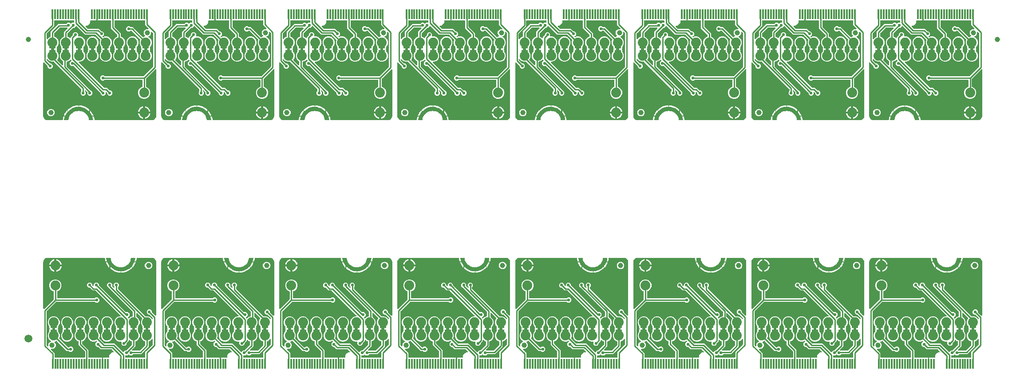
<source format=gbl>
G04 EAGLE Gerber RS-274X export*
G75*
%MOMM*%
%FSLAX34Y34*%
%LPD*%
%INBottom Copper*%
%IPPOS*%
%AMOC8*
5,1,8,0,0,1.08239X$1,22.5*%
G01*
%ADD10C,1.000000*%
%ADD11R,1.270000X0.635000*%
%ADD12C,1.879600*%
%ADD13R,0.350000X1.950000*%
%ADD14C,0.460000*%
%ADD15C,0.101600*%
%ADD16C,1.500000*%
%ADD17C,0.560000*%
%ADD18C,0.254000*%

G36*
X1465751Y14143D02*
X1465751Y14143D01*
X1465809Y14142D01*
X1465891Y14163D01*
X1465974Y14175D01*
X1466028Y14199D01*
X1466084Y14214D01*
X1466157Y14257D01*
X1466234Y14291D01*
X1466278Y14329D01*
X1466329Y14359D01*
X1466386Y14420D01*
X1466451Y14475D01*
X1466483Y14523D01*
X1466523Y14566D01*
X1466561Y14641D01*
X1466608Y14711D01*
X1466626Y14767D01*
X1466652Y14819D01*
X1466664Y14887D01*
X1466694Y14982D01*
X1466697Y15082D01*
X1466708Y15150D01*
X1466708Y27441D01*
X1467777Y27441D01*
X1468423Y27268D01*
X1468768Y27069D01*
X1468858Y27032D01*
X1468944Y26988D01*
X1468984Y26982D01*
X1469031Y26962D01*
X1469203Y26945D01*
X1469275Y26933D01*
X1477441Y26933D01*
X1477498Y26941D01*
X1477557Y26939D01*
X1477639Y26961D01*
X1477722Y26973D01*
X1477775Y26996D01*
X1477832Y27011D01*
X1477904Y27054D01*
X1477982Y27089D01*
X1478026Y27127D01*
X1478076Y27156D01*
X1478134Y27218D01*
X1478199Y27272D01*
X1478231Y27321D01*
X1478271Y27364D01*
X1478309Y27439D01*
X1478356Y27509D01*
X1478374Y27565D01*
X1478400Y27617D01*
X1478412Y27685D01*
X1478442Y27780D01*
X1478444Y27880D01*
X1478456Y27948D01*
X1478456Y31220D01*
X1480676Y35066D01*
X1484522Y37287D01*
X1486424Y37287D01*
X1486453Y37291D01*
X1486482Y37288D01*
X1486593Y37311D01*
X1486706Y37327D01*
X1486732Y37339D01*
X1486761Y37344D01*
X1486862Y37396D01*
X1486965Y37443D01*
X1486987Y37462D01*
X1487013Y37475D01*
X1487095Y37553D01*
X1487182Y37626D01*
X1487198Y37651D01*
X1487220Y37671D01*
X1487277Y37769D01*
X1487340Y37863D01*
X1487348Y37891D01*
X1487363Y37916D01*
X1487391Y38026D01*
X1487425Y38134D01*
X1487426Y38164D01*
X1487433Y38192D01*
X1487430Y38305D01*
X1487433Y38418D01*
X1487425Y38447D01*
X1487424Y38476D01*
X1487389Y38584D01*
X1487361Y38693D01*
X1487346Y38719D01*
X1487337Y38747D01*
X1487291Y38810D01*
X1487216Y38938D01*
X1487170Y38981D01*
X1487142Y39020D01*
X1483407Y42755D01*
X1483337Y42807D01*
X1483273Y42867D01*
X1483224Y42893D01*
X1483180Y42926D01*
X1483098Y42957D01*
X1483020Y42997D01*
X1482973Y43005D01*
X1482914Y43027D01*
X1482766Y43039D01*
X1482689Y43052D01*
X1462155Y43052D01*
X1457632Y47575D01*
X1457562Y47627D01*
X1457498Y47687D01*
X1457449Y47713D01*
X1457405Y47746D01*
X1457323Y47777D01*
X1457245Y47817D01*
X1457198Y47825D01*
X1457139Y47847D01*
X1456991Y47859D01*
X1456914Y47872D01*
X1455171Y47872D01*
X1452340Y50703D01*
X1452340Y54707D01*
X1454899Y57266D01*
X1454951Y57334D01*
X1455010Y57397D01*
X1455036Y57448D01*
X1455070Y57493D01*
X1455100Y57573D01*
X1455140Y57650D01*
X1455151Y57706D01*
X1455171Y57759D01*
X1455178Y57844D01*
X1455195Y57929D01*
X1455190Y57985D01*
X1455195Y58042D01*
X1455178Y58126D01*
X1455170Y58212D01*
X1455150Y58265D01*
X1455139Y58321D01*
X1455099Y58397D01*
X1455068Y58477D01*
X1455034Y58523D01*
X1455008Y58573D01*
X1454949Y58635D01*
X1454897Y58704D01*
X1454851Y58738D01*
X1454812Y58779D01*
X1454738Y58823D01*
X1454669Y58874D01*
X1454616Y58894D01*
X1454567Y58923D01*
X1454484Y58944D01*
X1454403Y58974D01*
X1454346Y58979D01*
X1454291Y58993D01*
X1454205Y58990D01*
X1454120Y58997D01*
X1454071Y58986D01*
X1454007Y58984D01*
X1453869Y58939D01*
X1453793Y58922D01*
X1451191Y57844D01*
X1446644Y57844D01*
X1442443Y59585D01*
X1439227Y62800D01*
X1437487Y67001D01*
X1437487Y71549D01*
X1439227Y75750D01*
X1440237Y76760D01*
X1440290Y76830D01*
X1440350Y76894D01*
X1440375Y76943D01*
X1440408Y76988D01*
X1440440Y77069D01*
X1440479Y77147D01*
X1440487Y77195D01*
X1440510Y77253D01*
X1440522Y77401D01*
X1440535Y77478D01*
X1440535Y80912D01*
X1440880Y81257D01*
X1440915Y81304D01*
X1440958Y81344D01*
X1441000Y81417D01*
X1441051Y81484D01*
X1441072Y81539D01*
X1441101Y81589D01*
X1441122Y81671D01*
X1441152Y81750D01*
X1441157Y81808D01*
X1441171Y81865D01*
X1441169Y81949D01*
X1441176Y82033D01*
X1441164Y82091D01*
X1441162Y82149D01*
X1441136Y82229D01*
X1441120Y82312D01*
X1441093Y82364D01*
X1441075Y82420D01*
X1441035Y82476D01*
X1440989Y82564D01*
X1440920Y82637D01*
X1440880Y82693D01*
X1440535Y83038D01*
X1440535Y86472D01*
X1440523Y86558D01*
X1440520Y86646D01*
X1440503Y86698D01*
X1440495Y86753D01*
X1440459Y86833D01*
X1440432Y86916D01*
X1440404Y86956D01*
X1440379Y87013D01*
X1440283Y87126D01*
X1440237Y87190D01*
X1439227Y88200D01*
X1437487Y92401D01*
X1437487Y96949D01*
X1439227Y101150D01*
X1442443Y104365D01*
X1446644Y106106D01*
X1451191Y106106D01*
X1455393Y104365D01*
X1458608Y101150D01*
X1460348Y96949D01*
X1460348Y92401D01*
X1458608Y88200D01*
X1457598Y87190D01*
X1457545Y87120D01*
X1457485Y87056D01*
X1457460Y87007D01*
X1457427Y86962D01*
X1457396Y86881D01*
X1457356Y86803D01*
X1457348Y86755D01*
X1457326Y86697D01*
X1457313Y86549D01*
X1457300Y86472D01*
X1457300Y83038D01*
X1456955Y82693D01*
X1456920Y82646D01*
X1456878Y82606D01*
X1456835Y82533D01*
X1456784Y82466D01*
X1456763Y82411D01*
X1456734Y82361D01*
X1456713Y82279D01*
X1456683Y82200D01*
X1456678Y82142D01*
X1456664Y82085D01*
X1456667Y82001D01*
X1456660Y81917D01*
X1456671Y81859D01*
X1456673Y81801D01*
X1456699Y81721D01*
X1456715Y81638D01*
X1456742Y81586D01*
X1456760Y81530D01*
X1456800Y81474D01*
X1456846Y81386D01*
X1456915Y81313D01*
X1456955Y81257D01*
X1457300Y80912D01*
X1457300Y77478D01*
X1457313Y77392D01*
X1457315Y77304D01*
X1457332Y77252D01*
X1457340Y77197D01*
X1457376Y77117D01*
X1457403Y77034D01*
X1457431Y76994D01*
X1457456Y76937D01*
X1457552Y76824D01*
X1457598Y76760D01*
X1458608Y75750D01*
X1460348Y71549D01*
X1460348Y67001D01*
X1459462Y64862D01*
X1459462Y64861D01*
X1459461Y64859D01*
X1459427Y64726D01*
X1459391Y64587D01*
X1459391Y64585D01*
X1459391Y64584D01*
X1459396Y64443D01*
X1459400Y64303D01*
X1459400Y64301D01*
X1459400Y64300D01*
X1459443Y64167D01*
X1459486Y64032D01*
X1459487Y64031D01*
X1459488Y64029D01*
X1459496Y64017D01*
X1459644Y63796D01*
X1459668Y63776D01*
X1459682Y63756D01*
X1469038Y54400D01*
X1469108Y54348D01*
X1469172Y54288D01*
X1469221Y54262D01*
X1469265Y54229D01*
X1469347Y54198D01*
X1469425Y54158D01*
X1469473Y54150D01*
X1469531Y54128D01*
X1469679Y54116D01*
X1469756Y54103D01*
X1488386Y54103D01*
X1504585Y37903D01*
X1504632Y37868D01*
X1504672Y37825D01*
X1504745Y37783D01*
X1504813Y37732D01*
X1504867Y37711D01*
X1504918Y37682D01*
X1504999Y37661D01*
X1505078Y37631D01*
X1505137Y37626D01*
X1505193Y37612D01*
X1505277Y37614D01*
X1505362Y37607D01*
X1505419Y37619D01*
X1505477Y37621D01*
X1505558Y37647D01*
X1505640Y37663D01*
X1505692Y37690D01*
X1505748Y37708D01*
X1505804Y37748D01*
X1505893Y37794D01*
X1505965Y37863D01*
X1506021Y37903D01*
X1509146Y41028D01*
X1510889Y41028D01*
X1510976Y41040D01*
X1511063Y41043D01*
X1511116Y41060D01*
X1511171Y41068D01*
X1511250Y41103D01*
X1511334Y41130D01*
X1511373Y41158D01*
X1511430Y41184D01*
X1511543Y41280D01*
X1511607Y41325D01*
X1521517Y51236D01*
X1521570Y51305D01*
X1521630Y51369D01*
X1521655Y51419D01*
X1521688Y51463D01*
X1521720Y51545D01*
X1521759Y51623D01*
X1521767Y51670D01*
X1521790Y51729D01*
X1521802Y51876D01*
X1521815Y51954D01*
X1521815Y57592D01*
X1521815Y57594D01*
X1521815Y57595D01*
X1521796Y57728D01*
X1521775Y57874D01*
X1521774Y57875D01*
X1521774Y57877D01*
X1521717Y58003D01*
X1521659Y58133D01*
X1521658Y58134D01*
X1521657Y58136D01*
X1521566Y58243D01*
X1521475Y58350D01*
X1521474Y58351D01*
X1521473Y58352D01*
X1521460Y58360D01*
X1521238Y58508D01*
X1521209Y58517D01*
X1521188Y58530D01*
X1518643Y59584D01*
X1517453Y60774D01*
X1517430Y60791D01*
X1517411Y60814D01*
X1517317Y60876D01*
X1517226Y60945D01*
X1517199Y60955D01*
X1517174Y60971D01*
X1517066Y61005D01*
X1516961Y61046D01*
X1516931Y61048D01*
X1516903Y61057D01*
X1516790Y61060D01*
X1516677Y61069D01*
X1516649Y61064D01*
X1516619Y61064D01*
X1516510Y61036D01*
X1516399Y61013D01*
X1516372Y61000D01*
X1516344Y60993D01*
X1516247Y60935D01*
X1516146Y60882D01*
X1516125Y60862D01*
X1516100Y60847D01*
X1516022Y60765D01*
X1515940Y60687D01*
X1515925Y60661D01*
X1515905Y60640D01*
X1515854Y60539D01*
X1515796Y60441D01*
X1515789Y60413D01*
X1515776Y60387D01*
X1515763Y60309D01*
X1515726Y60166D01*
X1515728Y60103D01*
X1515720Y60056D01*
X1515720Y58854D01*
X1511833Y54966D01*
X1511780Y54897D01*
X1511720Y54833D01*
X1511695Y54783D01*
X1511662Y54739D01*
X1511631Y54657D01*
X1511591Y54579D01*
X1511583Y54532D01*
X1511561Y54473D01*
X1511548Y54326D01*
X1511535Y54248D01*
X1511535Y52505D01*
X1508704Y49674D01*
X1504701Y49674D01*
X1501870Y52505D01*
X1501870Y56829D01*
X1501863Y56879D01*
X1501863Y56892D01*
X1501862Y56897D01*
X1501863Y56945D01*
X1501842Y57027D01*
X1501830Y57111D01*
X1501806Y57164D01*
X1501791Y57220D01*
X1501748Y57293D01*
X1501714Y57370D01*
X1501676Y57415D01*
X1501646Y57465D01*
X1501585Y57523D01*
X1501530Y57587D01*
X1501481Y57619D01*
X1501439Y57659D01*
X1501364Y57698D01*
X1501293Y57745D01*
X1501238Y57762D01*
X1501186Y57789D01*
X1501118Y57800D01*
X1501022Y57830D01*
X1500923Y57833D01*
X1500855Y57844D01*
X1497444Y57844D01*
X1493243Y59585D01*
X1490027Y62800D01*
X1488287Y67001D01*
X1488287Y71549D01*
X1490027Y75750D01*
X1491037Y76760D01*
X1491090Y76830D01*
X1491150Y76894D01*
X1491175Y76943D01*
X1491208Y76988D01*
X1491240Y77069D01*
X1491279Y77147D01*
X1491287Y77195D01*
X1491310Y77253D01*
X1491322Y77401D01*
X1491335Y77478D01*
X1491335Y80912D01*
X1491680Y81257D01*
X1491715Y81304D01*
X1491758Y81344D01*
X1491800Y81417D01*
X1491851Y81484D01*
X1491872Y81539D01*
X1491901Y81589D01*
X1491922Y81671D01*
X1491952Y81750D01*
X1491957Y81808D01*
X1491971Y81865D01*
X1491969Y81949D01*
X1491976Y82033D01*
X1491964Y82091D01*
X1491962Y82149D01*
X1491936Y82229D01*
X1491920Y82312D01*
X1491893Y82364D01*
X1491875Y82420D01*
X1491835Y82476D01*
X1491789Y82564D01*
X1491720Y82637D01*
X1491680Y82693D01*
X1491335Y83038D01*
X1491335Y86472D01*
X1491323Y86558D01*
X1491320Y86646D01*
X1491303Y86698D01*
X1491295Y86753D01*
X1491259Y86833D01*
X1491232Y86916D01*
X1491204Y86956D01*
X1491179Y87013D01*
X1491083Y87126D01*
X1491037Y87190D01*
X1490027Y88200D01*
X1488287Y92401D01*
X1488287Y96949D01*
X1490027Y101150D01*
X1493243Y104365D01*
X1497444Y106106D01*
X1499520Y106106D01*
X1499549Y106110D01*
X1499578Y106107D01*
X1499689Y106130D01*
X1499802Y106146D01*
X1499828Y106158D01*
X1499857Y106163D01*
X1499958Y106215D01*
X1500061Y106262D01*
X1500083Y106281D01*
X1500109Y106294D01*
X1500192Y106372D01*
X1500278Y106445D01*
X1500294Y106470D01*
X1500316Y106490D01*
X1500373Y106588D01*
X1500436Y106682D01*
X1500444Y106710D01*
X1500459Y106735D01*
X1500487Y106845D01*
X1500521Y106953D01*
X1500522Y106983D01*
X1500529Y107011D01*
X1500526Y107124D01*
X1500529Y107237D01*
X1500521Y107266D01*
X1500520Y107295D01*
X1500485Y107403D01*
X1500457Y107512D01*
X1500442Y107538D01*
X1500433Y107566D01*
X1500387Y107629D01*
X1500312Y107757D01*
X1500266Y107800D01*
X1500238Y107839D01*
X1452927Y155150D01*
X1452857Y155202D01*
X1452793Y155262D01*
X1452744Y155288D01*
X1452700Y155321D01*
X1452618Y155352D01*
X1452540Y155392D01*
X1452493Y155400D01*
X1452434Y155422D01*
X1452286Y155434D01*
X1452209Y155447D01*
X1446915Y155447D01*
X1441757Y160605D01*
X1441687Y160657D01*
X1441623Y160717D01*
X1441574Y160743D01*
X1441530Y160776D01*
X1441448Y160807D01*
X1441370Y160847D01*
X1441323Y160855D01*
X1441264Y160877D01*
X1441116Y160889D01*
X1441039Y160902D01*
X1439296Y160902D01*
X1436465Y163733D01*
X1436465Y167737D01*
X1439296Y170568D01*
X1443299Y170568D01*
X1446130Y167737D01*
X1446130Y165994D01*
X1446143Y165907D01*
X1446145Y165820D01*
X1446162Y165767D01*
X1446170Y165712D01*
X1446206Y165632D01*
X1446233Y165549D01*
X1446261Y165510D01*
X1446286Y165453D01*
X1446382Y165339D01*
X1446428Y165276D01*
X1447432Y164272D01*
X1447455Y164254D01*
X1447474Y164232D01*
X1447569Y164169D01*
X1447659Y164101D01*
X1447686Y164090D01*
X1447711Y164074D01*
X1447819Y164040D01*
X1447925Y164000D01*
X1447954Y163997D01*
X1447982Y163988D01*
X1448095Y163985D01*
X1448208Y163976D01*
X1448237Y163982D01*
X1448266Y163981D01*
X1448376Y164010D01*
X1448487Y164032D01*
X1448513Y164045D01*
X1448541Y164053D01*
X1448638Y164111D01*
X1448739Y164163D01*
X1448760Y164183D01*
X1448785Y164198D01*
X1448863Y164281D01*
X1448945Y164359D01*
X1448960Y164384D01*
X1448980Y164405D01*
X1449032Y164506D01*
X1449089Y164604D01*
X1449096Y164632D01*
X1449109Y164658D01*
X1449122Y164736D01*
X1449159Y164879D01*
X1449157Y164942D01*
X1449165Y164990D01*
X1449165Y167737D01*
X1451996Y170568D01*
X1455999Y170568D01*
X1458830Y167737D01*
X1458830Y165994D01*
X1458843Y165907D01*
X1458845Y165820D01*
X1458862Y165767D01*
X1458870Y165712D01*
X1458906Y165632D01*
X1458933Y165549D01*
X1458961Y165510D01*
X1458986Y165453D01*
X1459082Y165339D01*
X1459128Y165276D01*
X1510098Y114306D01*
X1510167Y114253D01*
X1510231Y114193D01*
X1510281Y114168D01*
X1510325Y114135D01*
X1510407Y114104D01*
X1510484Y114064D01*
X1510532Y114056D01*
X1510590Y114034D01*
X1510738Y114021D01*
X1510816Y114008D01*
X1514629Y114008D01*
X1517460Y111177D01*
X1517460Y107174D01*
X1514570Y104284D01*
X1514535Y104237D01*
X1514493Y104197D01*
X1514450Y104124D01*
X1514399Y104057D01*
X1514378Y104002D01*
X1514349Y103952D01*
X1514328Y103870D01*
X1514298Y103791D01*
X1514293Y103733D01*
X1514279Y103676D01*
X1514281Y103592D01*
X1514274Y103508D01*
X1514286Y103451D01*
X1514288Y103392D01*
X1514314Y103312D01*
X1514330Y103229D01*
X1514357Y103177D01*
X1514375Y103122D01*
X1514415Y103065D01*
X1514461Y102977D01*
X1514530Y102904D01*
X1514570Y102848D01*
X1515130Y102289D01*
X1515177Y102253D01*
X1515217Y102211D01*
X1515290Y102168D01*
X1515357Y102118D01*
X1515412Y102097D01*
X1515462Y102067D01*
X1515544Y102046D01*
X1515623Y102016D01*
X1515681Y102012D01*
X1515738Y101997D01*
X1515822Y102000D01*
X1515906Y101993D01*
X1515963Y102004D01*
X1516022Y102006D01*
X1516102Y102032D01*
X1516185Y102049D01*
X1516237Y102076D01*
X1516292Y102094D01*
X1516348Y102134D01*
X1516437Y102180D01*
X1516509Y102248D01*
X1516566Y102289D01*
X1518643Y104366D01*
X1522916Y106136D01*
X1522986Y106146D01*
X1523039Y106169D01*
X1523096Y106184D01*
X1523168Y106227D01*
X1523246Y106262D01*
X1523290Y106300D01*
X1523340Y106329D01*
X1523398Y106391D01*
X1523463Y106445D01*
X1523495Y106494D01*
X1523535Y106537D01*
X1523573Y106612D01*
X1523620Y106682D01*
X1523638Y106738D01*
X1523664Y106790D01*
X1523676Y106858D01*
X1523706Y106953D01*
X1523708Y107053D01*
X1523720Y107121D01*
X1523720Y114416D01*
X1523708Y114503D01*
X1523705Y114590D01*
X1523688Y114643D01*
X1523680Y114698D01*
X1523644Y114778D01*
X1523617Y114861D01*
X1523589Y114900D01*
X1523564Y114957D01*
X1523468Y115071D01*
X1523422Y115134D01*
X1477952Y160605D01*
X1477882Y160657D01*
X1477818Y160717D01*
X1477769Y160743D01*
X1477725Y160776D01*
X1477643Y160807D01*
X1477565Y160847D01*
X1477518Y160855D01*
X1477459Y160877D01*
X1477418Y160880D01*
X1474565Y163733D01*
X1474565Y167737D01*
X1477396Y170568D01*
X1481399Y170568D01*
X1484230Y167737D01*
X1484230Y164089D01*
X1484243Y164002D01*
X1484245Y163915D01*
X1484262Y163862D01*
X1484270Y163807D01*
X1484306Y163727D01*
X1484333Y163644D01*
X1484361Y163605D01*
X1484386Y163548D01*
X1484482Y163435D01*
X1484528Y163371D01*
X1487062Y160837D01*
X1487085Y160819D01*
X1487104Y160797D01*
X1487198Y160734D01*
X1487289Y160666D01*
X1487316Y160655D01*
X1487341Y160639D01*
X1487449Y160605D01*
X1487555Y160565D01*
X1487584Y160562D01*
X1487612Y160553D01*
X1487725Y160550D01*
X1487838Y160541D01*
X1487867Y160547D01*
X1487896Y160546D01*
X1488006Y160575D01*
X1488117Y160597D01*
X1488143Y160610D01*
X1488171Y160618D01*
X1488268Y160676D01*
X1488369Y160728D01*
X1488390Y160748D01*
X1488415Y160763D01*
X1488493Y160846D01*
X1488575Y160924D01*
X1488590Y160949D01*
X1488610Y160970D01*
X1488662Y161071D01*
X1488719Y161169D01*
X1488726Y161197D01*
X1488739Y161223D01*
X1488752Y161301D01*
X1488789Y161444D01*
X1488787Y161507D01*
X1488795Y161555D01*
X1488795Y161783D01*
X1488783Y161869D01*
X1488780Y161957D01*
X1488763Y162009D01*
X1488755Y162064D01*
X1488719Y162144D01*
X1488692Y162227D01*
X1488664Y162266D01*
X1488639Y162324D01*
X1488543Y162437D01*
X1488497Y162501D01*
X1487265Y163733D01*
X1487265Y167737D01*
X1490096Y170568D01*
X1494099Y170568D01*
X1496930Y167737D01*
X1496930Y163733D01*
X1495698Y162501D01*
X1495645Y162431D01*
X1495585Y162367D01*
X1495560Y162317D01*
X1495527Y162273D01*
X1495496Y162192D01*
X1495456Y162114D01*
X1495448Y162066D01*
X1495426Y162008D01*
X1495413Y161860D01*
X1495400Y161783D01*
X1495400Y158694D01*
X1495413Y158607D01*
X1495415Y158520D01*
X1495432Y158467D01*
X1495440Y158412D01*
X1495476Y158332D01*
X1495503Y158249D01*
X1495531Y158210D01*
X1495556Y158153D01*
X1495652Y158039D01*
X1495698Y157976D01*
X1547286Y106387D01*
X1547287Y106386D01*
X1547288Y106385D01*
X1547406Y106297D01*
X1547513Y106216D01*
X1547515Y106216D01*
X1547516Y106215D01*
X1547650Y106164D01*
X1547779Y106115D01*
X1547781Y106115D01*
X1547782Y106114D01*
X1547926Y106103D01*
X1548062Y106092D01*
X1548064Y106092D01*
X1548066Y106092D01*
X1548081Y106096D01*
X1548132Y106106D01*
X1552791Y106106D01*
X1556993Y104366D01*
X1560087Y101271D01*
X1560110Y101254D01*
X1560129Y101231D01*
X1560223Y101169D01*
X1560314Y101100D01*
X1560341Y101090D01*
X1560366Y101074D01*
X1560474Y101040D01*
X1560580Y100999D01*
X1560609Y100997D01*
X1560637Y100988D01*
X1560750Y100985D01*
X1560863Y100976D01*
X1560892Y100981D01*
X1560921Y100981D01*
X1561031Y101009D01*
X1561142Y101032D01*
X1561168Y101045D01*
X1561196Y101052D01*
X1561293Y101110D01*
X1561394Y101163D01*
X1561415Y101183D01*
X1561440Y101198D01*
X1561518Y101280D01*
X1561600Y101358D01*
X1561615Y101384D01*
X1561635Y101405D01*
X1561687Y101506D01*
X1561744Y101604D01*
X1561751Y101632D01*
X1561764Y101658D01*
X1561777Y101736D01*
X1561814Y101879D01*
X1561812Y101942D01*
X1561820Y101989D01*
X1561820Y102351D01*
X1561808Y102438D01*
X1561805Y102525D01*
X1561788Y102578D01*
X1561780Y102633D01*
X1561744Y102713D01*
X1561717Y102796D01*
X1561689Y102835D01*
X1561664Y102892D01*
X1561568Y103006D01*
X1561522Y103069D01*
X1555422Y109170D01*
X1555352Y109222D01*
X1555288Y109282D01*
X1555239Y109308D01*
X1555195Y109341D01*
X1555113Y109372D01*
X1555035Y109412D01*
X1554988Y109420D01*
X1554929Y109442D01*
X1554781Y109454D01*
X1554704Y109467D01*
X1552961Y109467D01*
X1550130Y112298D01*
X1550130Y116302D01*
X1552961Y119133D01*
X1556964Y119133D01*
X1559795Y116302D01*
X1559795Y114559D01*
X1559808Y114472D01*
X1559810Y114385D01*
X1559827Y114332D01*
X1559835Y114277D01*
X1559871Y114197D01*
X1559898Y114114D01*
X1559926Y114075D01*
X1559951Y114018D01*
X1560047Y113905D01*
X1560093Y113841D01*
X1566193Y107740D01*
X1566477Y107457D01*
X1566500Y107439D01*
X1566519Y107417D01*
X1566613Y107354D01*
X1566704Y107286D01*
X1566731Y107275D01*
X1566756Y107259D01*
X1566864Y107225D01*
X1566970Y107185D01*
X1566999Y107182D01*
X1567027Y107173D01*
X1567140Y107170D01*
X1567253Y107161D01*
X1567282Y107167D01*
X1567311Y107166D01*
X1567420Y107195D01*
X1567532Y107217D01*
X1567558Y107230D01*
X1567586Y107238D01*
X1567683Y107296D01*
X1567784Y107348D01*
X1567805Y107368D01*
X1567830Y107383D01*
X1567908Y107466D01*
X1567990Y107544D01*
X1568005Y107569D01*
X1568025Y107590D01*
X1568076Y107691D01*
X1568134Y107789D01*
X1568141Y107817D01*
X1568154Y107843D01*
X1568167Y107921D01*
X1568204Y108064D01*
X1568202Y108127D01*
X1568210Y108175D01*
X1568210Y209926D01*
X1568197Y210015D01*
X1568198Y210079D01*
X1567934Y211812D01*
X1567927Y211836D01*
X1567926Y211860D01*
X1567898Y211932D01*
X1567852Y212084D01*
X1567821Y212132D01*
X1567806Y212174D01*
X1566036Y215183D01*
X1565980Y215252D01*
X1565933Y215327D01*
X1565896Y215358D01*
X1565859Y215405D01*
X1565735Y215493D01*
X1565675Y215543D01*
X1562666Y217313D01*
X1562644Y217322D01*
X1562624Y217337D01*
X1562550Y217361D01*
X1562404Y217421D01*
X1562347Y217428D01*
X1562305Y217442D01*
X1560571Y217706D01*
X1560482Y217707D01*
X1560419Y217717D01*
X1531948Y217717D01*
X1531940Y217716D01*
X1531931Y217717D01*
X1531799Y217696D01*
X1531667Y217677D01*
X1531659Y217674D01*
X1531650Y217672D01*
X1531529Y217616D01*
X1531407Y217561D01*
X1531401Y217555D01*
X1531393Y217552D01*
X1531292Y217464D01*
X1531190Y217378D01*
X1531186Y217370D01*
X1531179Y217364D01*
X1531107Y217251D01*
X1531033Y217141D01*
X1531030Y217133D01*
X1531025Y217125D01*
X1531011Y217073D01*
X1530947Y216870D01*
X1530946Y216831D01*
X1530938Y216801D01*
X1530814Y215533D01*
X1530285Y212959D01*
X1530168Y212392D01*
X1529699Y210915D01*
X1526947Y210915D01*
X1527736Y213311D01*
X1527736Y213321D01*
X1527745Y213347D01*
X1528438Y217358D01*
X1528434Y217396D01*
X1528440Y217433D01*
X1528426Y217464D01*
X1528422Y217496D01*
X1528398Y217526D01*
X1528383Y217561D01*
X1528355Y217579D01*
X1528334Y217605D01*
X1528298Y217617D01*
X1528266Y217638D01*
X1528208Y217647D01*
X1528202Y217649D01*
X1528199Y217648D01*
X1528193Y217649D01*
X1520193Y217649D01*
X1520192Y217649D01*
X1520129Y217631D01*
X1520058Y217610D01*
X1520013Y217558D01*
X1519966Y217505D01*
X1519966Y217504D01*
X1519946Y217433D01*
X1519564Y214571D01*
X1518745Y211822D01*
X1517506Y209236D01*
X1515878Y206875D01*
X1513900Y204797D01*
X1511622Y203055D01*
X1509099Y201691D01*
X1506394Y200738D01*
X1503573Y200220D01*
X1500693Y200149D01*
X1497812Y200220D01*
X1494991Y200738D01*
X1492286Y201691D01*
X1489763Y203055D01*
X1487485Y204797D01*
X1485508Y206875D01*
X1483879Y209236D01*
X1482640Y211822D01*
X1481821Y214571D01*
X1481782Y214866D01*
X1481749Y215115D01*
X1481682Y215614D01*
X1481649Y215863D01*
X1481583Y216361D01*
X1481583Y216362D01*
X1481549Y216611D01*
X1481483Y217109D01*
X1481440Y217433D01*
X1481409Y217503D01*
X1481383Y217561D01*
X1481322Y217601D01*
X1481267Y217638D01*
X1481266Y217638D01*
X1481193Y217649D01*
X1480048Y217649D01*
X1480024Y217662D01*
X1479956Y217673D01*
X1479861Y217703D01*
X1479761Y217706D01*
X1479693Y217717D01*
X1479692Y217717D01*
X1479635Y217709D01*
X1479576Y217711D01*
X1479494Y217689D01*
X1479411Y217677D01*
X1479358Y217654D01*
X1479341Y217649D01*
X1473193Y217649D01*
X1473155Y217638D01*
X1473116Y217637D01*
X1473089Y217619D01*
X1473058Y217610D01*
X1473033Y217581D01*
X1473000Y217559D01*
X1472988Y217529D01*
X1472966Y217505D01*
X1472961Y217466D01*
X1472945Y217430D01*
X1472947Y217374D01*
X1472946Y217367D01*
X1472947Y217363D01*
X1472947Y217356D01*
X1473667Y213358D01*
X1473672Y213349D01*
X1473676Y213323D01*
X1474484Y210915D01*
X1471727Y210915D01*
X1471250Y212389D01*
X1470585Y215517D01*
X1470449Y216809D01*
X1470448Y216814D01*
X1470448Y216818D01*
X1470413Y216950D01*
X1470380Y217085D01*
X1470377Y217089D01*
X1470376Y217093D01*
X1470307Y217210D01*
X1470237Y217330D01*
X1470233Y217334D01*
X1470231Y217338D01*
X1470130Y217432D01*
X1470031Y217527D01*
X1470027Y217529D01*
X1470023Y217532D01*
X1469900Y217595D01*
X1469779Y217659D01*
X1469775Y217660D01*
X1469770Y217662D01*
X1469734Y217668D01*
X1469501Y217715D01*
X1469467Y217713D01*
X1469439Y217717D01*
X1360567Y217717D01*
X1360478Y217705D01*
X1360414Y217706D01*
X1358681Y217442D01*
X1358657Y217434D01*
X1358632Y217433D01*
X1358560Y217405D01*
X1358408Y217360D01*
X1358360Y217329D01*
X1358319Y217313D01*
X1355310Y215543D01*
X1355240Y215488D01*
X1355165Y215440D01*
X1355135Y215404D01*
X1355087Y215366D01*
X1355000Y215243D01*
X1354950Y215183D01*
X1353180Y212174D01*
X1353170Y212151D01*
X1353156Y212131D01*
X1353132Y212058D01*
X1353071Y211911D01*
X1353065Y211854D01*
X1353051Y211812D01*
X1352787Y210079D01*
X1352786Y209989D01*
X1352775Y209926D01*
X1352775Y121165D01*
X1352779Y121135D01*
X1352777Y121106D01*
X1352799Y120995D01*
X1352815Y120883D01*
X1352827Y120856D01*
X1352833Y120828D01*
X1352885Y120727D01*
X1352931Y120624D01*
X1352950Y120601D01*
X1352964Y120575D01*
X1353042Y120493D01*
X1353115Y120407D01*
X1353140Y120390D01*
X1353160Y120369D01*
X1353257Y120312D01*
X1353352Y120249D01*
X1353380Y120240D01*
X1353405Y120225D01*
X1353514Y120197D01*
X1353623Y120163D01*
X1353652Y120162D01*
X1353680Y120155D01*
X1353794Y120159D01*
X1353907Y120156D01*
X1353935Y120163D01*
X1353965Y120164D01*
X1354072Y120199D01*
X1354182Y120228D01*
X1354207Y120243D01*
X1354235Y120252D01*
X1354299Y120297D01*
X1354426Y120373D01*
X1354469Y120419D01*
X1354508Y120447D01*
X1372293Y138231D01*
X1372345Y138301D01*
X1372405Y138364D01*
X1372430Y138414D01*
X1372463Y138458D01*
X1372495Y138540D01*
X1372534Y138618D01*
X1372542Y138665D01*
X1372565Y138724D01*
X1372574Y138837D01*
X1372576Y138843D01*
X1372576Y138866D01*
X1372577Y138871D01*
X1372590Y138949D01*
X1372590Y153417D01*
X1372590Y153419D01*
X1372590Y153420D01*
X1372570Y153559D01*
X1372550Y153699D01*
X1372549Y153700D01*
X1372549Y153702D01*
X1372492Y153828D01*
X1372434Y153958D01*
X1372433Y153959D01*
X1372432Y153961D01*
X1372341Y154068D01*
X1372250Y154175D01*
X1372249Y154176D01*
X1372248Y154177D01*
X1372235Y154185D01*
X1372013Y154333D01*
X1371984Y154342D01*
X1371963Y154355D01*
X1369418Y155409D01*
X1366202Y158625D01*
X1364462Y162826D01*
X1364462Y167374D01*
X1366202Y171575D01*
X1369418Y174790D01*
X1373619Y176531D01*
X1378166Y176531D01*
X1382368Y174790D01*
X1385583Y171575D01*
X1387323Y167374D01*
X1387323Y162826D01*
X1385583Y158625D01*
X1382368Y155409D01*
X1379822Y154355D01*
X1379821Y154354D01*
X1379819Y154354D01*
X1379699Y154282D01*
X1379577Y154211D01*
X1379576Y154209D01*
X1379575Y154209D01*
X1379477Y154105D01*
X1379382Y154004D01*
X1379381Y154003D01*
X1379380Y154001D01*
X1379316Y153876D01*
X1379252Y153751D01*
X1379252Y153750D01*
X1379251Y153748D01*
X1379248Y153733D01*
X1379197Y153472D01*
X1379199Y153442D01*
X1379195Y153417D01*
X1379195Y141478D01*
X1379204Y141420D01*
X1379202Y141362D01*
X1379223Y141280D01*
X1379235Y141196D01*
X1379259Y141143D01*
X1379274Y141087D01*
X1379317Y141014D01*
X1379351Y140937D01*
X1379389Y140892D01*
X1379419Y140842D01*
X1379481Y140784D01*
X1379535Y140720D01*
X1379584Y140688D01*
X1379626Y140648D01*
X1379701Y140609D01*
X1379772Y140562D01*
X1379828Y140545D01*
X1379880Y140518D01*
X1379948Y140507D01*
X1380043Y140477D01*
X1380143Y140474D01*
X1380211Y140463D01*
X1450680Y140463D01*
X1450767Y140475D01*
X1450854Y140478D01*
X1450907Y140495D01*
X1450962Y140503D01*
X1451042Y140538D01*
X1451125Y140565D01*
X1451164Y140593D01*
X1451221Y140619D01*
X1451334Y140715D01*
X1451398Y140760D01*
X1452631Y141993D01*
X1456634Y141993D01*
X1459465Y139162D01*
X1459465Y135158D01*
X1456634Y132327D01*
X1452631Y132327D01*
X1451398Y133560D01*
X1451328Y133612D01*
X1451264Y133672D01*
X1451215Y133698D01*
X1451171Y133731D01*
X1451089Y133762D01*
X1451011Y133802D01*
X1450964Y133810D01*
X1450905Y133832D01*
X1450758Y133844D01*
X1450680Y133857D01*
X1377681Y133857D01*
X1377595Y133845D01*
X1377507Y133842D01*
X1377454Y133825D01*
X1377400Y133817D01*
X1377320Y133782D01*
X1377237Y133755D01*
X1377197Y133727D01*
X1377140Y133701D01*
X1377027Y133605D01*
X1376963Y133560D01*
X1359173Y115769D01*
X1359120Y115700D01*
X1359060Y115636D01*
X1359035Y115586D01*
X1359002Y115542D01*
X1358971Y115460D01*
X1358931Y115382D01*
X1358923Y115335D01*
X1358901Y115276D01*
X1358888Y115129D01*
X1358875Y115051D01*
X1358875Y51319D01*
X1358888Y51232D01*
X1358890Y51145D01*
X1358907Y51092D01*
X1358915Y51037D01*
X1358951Y50957D01*
X1358978Y50874D01*
X1359006Y50835D01*
X1359031Y50778D01*
X1359127Y50665D01*
X1359173Y50601D01*
X1360777Y48997D01*
X1360800Y48979D01*
X1360819Y48957D01*
X1360913Y48894D01*
X1361004Y48826D01*
X1361031Y48815D01*
X1361056Y48799D01*
X1361164Y48765D01*
X1361270Y48725D01*
X1361299Y48722D01*
X1361327Y48713D01*
X1361440Y48710D01*
X1361553Y48701D01*
X1361582Y48707D01*
X1361611Y48706D01*
X1361721Y48735D01*
X1361832Y48757D01*
X1361858Y48770D01*
X1361886Y48778D01*
X1361983Y48835D01*
X1362084Y48888D01*
X1362105Y48908D01*
X1362130Y48923D01*
X1362208Y49005D01*
X1362290Y49084D01*
X1362305Y49109D01*
X1362325Y49130D01*
X1362377Y49231D01*
X1362434Y49329D01*
X1362441Y49357D01*
X1362454Y49383D01*
X1362467Y49461D01*
X1362504Y49604D01*
X1362502Y49667D01*
X1362510Y49715D01*
X1362510Y52199D01*
X1363581Y54784D01*
X1365559Y56762D01*
X1367043Y57377D01*
X1367068Y57392D01*
X1367096Y57401D01*
X1367191Y57464D01*
X1367288Y57521D01*
X1367308Y57543D01*
X1367333Y57559D01*
X1367406Y57646D01*
X1367483Y57728D01*
X1367497Y57754D01*
X1367516Y57777D01*
X1367562Y57880D01*
X1367613Y57981D01*
X1367619Y58010D01*
X1367631Y58036D01*
X1367647Y58149D01*
X1367669Y58260D01*
X1367666Y58289D01*
X1367670Y58318D01*
X1367654Y58430D01*
X1367644Y58543D01*
X1367634Y58570D01*
X1367629Y58599D01*
X1367583Y58702D01*
X1367542Y58808D01*
X1367524Y58832D01*
X1367512Y58858D01*
X1367439Y58945D01*
X1367370Y59035D01*
X1367347Y59053D01*
X1367328Y59075D01*
X1367262Y59116D01*
X1367143Y59205D01*
X1367084Y59227D01*
X1367043Y59253D01*
X1366243Y59585D01*
X1363027Y62800D01*
X1361287Y67001D01*
X1361287Y71549D01*
X1363027Y75750D01*
X1364037Y76760D01*
X1364090Y76830D01*
X1364150Y76894D01*
X1364175Y76943D01*
X1364208Y76988D01*
X1364240Y77069D01*
X1364279Y77147D01*
X1364287Y77195D01*
X1364310Y77253D01*
X1364322Y77401D01*
X1364335Y77478D01*
X1364335Y80912D01*
X1364680Y81257D01*
X1364715Y81304D01*
X1364758Y81344D01*
X1364800Y81417D01*
X1364851Y81484D01*
X1364872Y81539D01*
X1364901Y81589D01*
X1364922Y81671D01*
X1364952Y81750D01*
X1364957Y81808D01*
X1364971Y81865D01*
X1364969Y81949D01*
X1364976Y82033D01*
X1364964Y82091D01*
X1364962Y82149D01*
X1364936Y82229D01*
X1364920Y82312D01*
X1364893Y82364D01*
X1364875Y82420D01*
X1364835Y82476D01*
X1364789Y82564D01*
X1364720Y82637D01*
X1364680Y82693D01*
X1364335Y83038D01*
X1364335Y86472D01*
X1364323Y86558D01*
X1364320Y86646D01*
X1364303Y86698D01*
X1364295Y86753D01*
X1364259Y86833D01*
X1364232Y86916D01*
X1364204Y86956D01*
X1364179Y87013D01*
X1364083Y87126D01*
X1364037Y87190D01*
X1363027Y88200D01*
X1361287Y92401D01*
X1361287Y96949D01*
X1363027Y101150D01*
X1366243Y104365D01*
X1370444Y106106D01*
X1374991Y106106D01*
X1379193Y104365D01*
X1382408Y101150D01*
X1384148Y96949D01*
X1384148Y92401D01*
X1382408Y88200D01*
X1381398Y87190D01*
X1381345Y87120D01*
X1381285Y87056D01*
X1381260Y87007D01*
X1381227Y86962D01*
X1381196Y86881D01*
X1381156Y86803D01*
X1381148Y86755D01*
X1381126Y86697D01*
X1381113Y86549D01*
X1381100Y86472D01*
X1381100Y83038D01*
X1380755Y82693D01*
X1380720Y82646D01*
X1380678Y82606D01*
X1380635Y82533D01*
X1380584Y82466D01*
X1380563Y82411D01*
X1380534Y82361D01*
X1380513Y82279D01*
X1380483Y82200D01*
X1380478Y82142D01*
X1380464Y82085D01*
X1380467Y82001D01*
X1380460Y81917D01*
X1380471Y81859D01*
X1380473Y81801D01*
X1380499Y81721D01*
X1380515Y81638D01*
X1380542Y81586D01*
X1380560Y81530D01*
X1380600Y81474D01*
X1380646Y81386D01*
X1380715Y81313D01*
X1380755Y81257D01*
X1381100Y80912D01*
X1381100Y77478D01*
X1381113Y77392D01*
X1381115Y77304D01*
X1381132Y77252D01*
X1381140Y77197D01*
X1381176Y77117D01*
X1381203Y77034D01*
X1381231Y76994D01*
X1381256Y76937D01*
X1381352Y76824D01*
X1381398Y76760D01*
X1382408Y75750D01*
X1384148Y71549D01*
X1384148Y67001D01*
X1383094Y64456D01*
X1383094Y64454D01*
X1383093Y64453D01*
X1383059Y64319D01*
X1383023Y64180D01*
X1383023Y64179D01*
X1383023Y64177D01*
X1383027Y64037D01*
X1383031Y63896D01*
X1383032Y63895D01*
X1383032Y63893D01*
X1383075Y63760D01*
X1383118Y63626D01*
X1383119Y63624D01*
X1383119Y63623D01*
X1383128Y63611D01*
X1383276Y63389D01*
X1383299Y63370D01*
X1383314Y63349D01*
X1399883Y46780D01*
X1399953Y46728D01*
X1400017Y46668D01*
X1400066Y46642D01*
X1400110Y46609D01*
X1400192Y46578D01*
X1400270Y46538D01*
X1400318Y46530D01*
X1400376Y46508D01*
X1400524Y46496D01*
X1400601Y46483D01*
X1401150Y46483D01*
X1401237Y46495D01*
X1401324Y46498D01*
X1401377Y46515D01*
X1401432Y46523D01*
X1401512Y46558D01*
X1401595Y46585D01*
X1401634Y46613D01*
X1401691Y46639D01*
X1401804Y46735D01*
X1401868Y46780D01*
X1403101Y48013D01*
X1407104Y48013D01*
X1409935Y45182D01*
X1409935Y41178D01*
X1407104Y38347D01*
X1403101Y38347D01*
X1401868Y39580D01*
X1401798Y39632D01*
X1401734Y39692D01*
X1401685Y39718D01*
X1401641Y39751D01*
X1401559Y39782D01*
X1401481Y39822D01*
X1401434Y39830D01*
X1401375Y39852D01*
X1401228Y39864D01*
X1401150Y39877D01*
X1397445Y39877D01*
X1378643Y58679D01*
X1378642Y58680D01*
X1378641Y58681D01*
X1378528Y58766D01*
X1378416Y58849D01*
X1378415Y58850D01*
X1378413Y58851D01*
X1378281Y58901D01*
X1378150Y58951D01*
X1378149Y58951D01*
X1378147Y58951D01*
X1378003Y58963D01*
X1377867Y58974D01*
X1377866Y58974D01*
X1377864Y58974D01*
X1377848Y58971D01*
X1377588Y58918D01*
X1377561Y58904D01*
X1377537Y58899D01*
X1374991Y57844D01*
X1374895Y57844D01*
X1374866Y57840D01*
X1374837Y57843D01*
X1374726Y57820D01*
X1374614Y57804D01*
X1374587Y57792D01*
X1374558Y57787D01*
X1374457Y57734D01*
X1374354Y57688D01*
X1374332Y57669D01*
X1374306Y57656D01*
X1374224Y57578D01*
X1374137Y57505D01*
X1374121Y57480D01*
X1374100Y57460D01*
X1374043Y57362D01*
X1373980Y57268D01*
X1373971Y57240D01*
X1373956Y57215D01*
X1373928Y57105D01*
X1373894Y56997D01*
X1373893Y56967D01*
X1373886Y56939D01*
X1373889Y56826D01*
X1373887Y56713D01*
X1373894Y56684D01*
X1373895Y56655D01*
X1373930Y56547D01*
X1373958Y56438D01*
X1373973Y56412D01*
X1373982Y56384D01*
X1374028Y56320D01*
X1374104Y56193D01*
X1374149Y56150D01*
X1374177Y56111D01*
X1375505Y54784D01*
X1376575Y52199D01*
X1376575Y49401D01*
X1375505Y46816D01*
X1373526Y44838D01*
X1370941Y43767D01*
X1368457Y43767D01*
X1368428Y43763D01*
X1368399Y43766D01*
X1368288Y43743D01*
X1368176Y43727D01*
X1368149Y43715D01*
X1368120Y43710D01*
X1368020Y43658D01*
X1367916Y43611D01*
X1367894Y43592D01*
X1367868Y43579D01*
X1367786Y43501D01*
X1367699Y43428D01*
X1367683Y43403D01*
X1367662Y43383D01*
X1367604Y43285D01*
X1367542Y43191D01*
X1367533Y43163D01*
X1367518Y43138D01*
X1367490Y43028D01*
X1367456Y42920D01*
X1367455Y42890D01*
X1367448Y42862D01*
X1367451Y42749D01*
X1367449Y42636D01*
X1367456Y42607D01*
X1367457Y42578D01*
X1367492Y42470D01*
X1367520Y42361D01*
X1367535Y42335D01*
X1367544Y42307D01*
X1367590Y42244D01*
X1367666Y42116D01*
X1367711Y42073D01*
X1367739Y42034D01*
X1373995Y35778D01*
X1373995Y27948D01*
X1374004Y27890D01*
X1374002Y27832D01*
X1374023Y27750D01*
X1374035Y27666D01*
X1374059Y27613D01*
X1374074Y27557D01*
X1374117Y27484D01*
X1374151Y27407D01*
X1374189Y27362D01*
X1374219Y27312D01*
X1374281Y27254D01*
X1374335Y27190D01*
X1374384Y27158D01*
X1374426Y27118D01*
X1374501Y27079D01*
X1374572Y27032D01*
X1374628Y27015D01*
X1374680Y26988D01*
X1374748Y26977D01*
X1374843Y26947D01*
X1374943Y26944D01*
X1375011Y26933D01*
X1431375Y26933D01*
X1431432Y26941D01*
X1431491Y26939D01*
X1431573Y26961D01*
X1431656Y26973D01*
X1431709Y26996D01*
X1431766Y27011D01*
X1431838Y27054D01*
X1431916Y27089D01*
X1431960Y27127D01*
X1432010Y27156D01*
X1432068Y27218D01*
X1432133Y27272D01*
X1432165Y27321D01*
X1432205Y27364D01*
X1432243Y27439D01*
X1432290Y27509D01*
X1432308Y27565D01*
X1432334Y27617D01*
X1432346Y27685D01*
X1432376Y27780D01*
X1432378Y27880D01*
X1432390Y27948D01*
X1432390Y38741D01*
X1432378Y38828D01*
X1432375Y38915D01*
X1432358Y38968D01*
X1432350Y39023D01*
X1432314Y39103D01*
X1432287Y39186D01*
X1432259Y39225D01*
X1432234Y39282D01*
X1432138Y39396D01*
X1432092Y39459D01*
X1422447Y49105D01*
X1420215Y51337D01*
X1420215Y57592D01*
X1420215Y57594D01*
X1420215Y57595D01*
X1420196Y57728D01*
X1420175Y57874D01*
X1420174Y57875D01*
X1420174Y57877D01*
X1420117Y58003D01*
X1420059Y58133D01*
X1420058Y58134D01*
X1420057Y58136D01*
X1419966Y58243D01*
X1419875Y58350D01*
X1419874Y58351D01*
X1419873Y58352D01*
X1419860Y58360D01*
X1419638Y58508D01*
X1419609Y58517D01*
X1419588Y58530D01*
X1417043Y59584D01*
X1413827Y62800D01*
X1412087Y67001D01*
X1412087Y71549D01*
X1413827Y75750D01*
X1414837Y76760D01*
X1414890Y76830D01*
X1414950Y76894D01*
X1414975Y76943D01*
X1415008Y76988D01*
X1415040Y77069D01*
X1415079Y77147D01*
X1415087Y77195D01*
X1415110Y77253D01*
X1415122Y77401D01*
X1415135Y77478D01*
X1415135Y80912D01*
X1415480Y81257D01*
X1415515Y81304D01*
X1415558Y81344D01*
X1415600Y81417D01*
X1415651Y81484D01*
X1415672Y81539D01*
X1415701Y81589D01*
X1415722Y81671D01*
X1415752Y81750D01*
X1415757Y81808D01*
X1415771Y81865D01*
X1415769Y81949D01*
X1415776Y82033D01*
X1415764Y82091D01*
X1415762Y82149D01*
X1415736Y82229D01*
X1415720Y82312D01*
X1415693Y82364D01*
X1415675Y82420D01*
X1415635Y82476D01*
X1415589Y82564D01*
X1415520Y82637D01*
X1415480Y82693D01*
X1415135Y83038D01*
X1415135Y86472D01*
X1415123Y86558D01*
X1415120Y86646D01*
X1415103Y86698D01*
X1415095Y86753D01*
X1415059Y86833D01*
X1415032Y86916D01*
X1415004Y86956D01*
X1414979Y87013D01*
X1414883Y87126D01*
X1414837Y87190D01*
X1413827Y88200D01*
X1412087Y92401D01*
X1412087Y96949D01*
X1413827Y101150D01*
X1417043Y104365D01*
X1421244Y106106D01*
X1425791Y106106D01*
X1429993Y104365D01*
X1433208Y101150D01*
X1434948Y96949D01*
X1434948Y92401D01*
X1433208Y88200D01*
X1432198Y87190D01*
X1432145Y87120D01*
X1432085Y87056D01*
X1432060Y87007D01*
X1432027Y86962D01*
X1431996Y86881D01*
X1431956Y86803D01*
X1431948Y86755D01*
X1431926Y86697D01*
X1431913Y86549D01*
X1431900Y86472D01*
X1431900Y83038D01*
X1431555Y82693D01*
X1431520Y82646D01*
X1431478Y82606D01*
X1431435Y82533D01*
X1431384Y82466D01*
X1431363Y82411D01*
X1431334Y82361D01*
X1431313Y82279D01*
X1431283Y82200D01*
X1431278Y82142D01*
X1431264Y82085D01*
X1431267Y82001D01*
X1431260Y81917D01*
X1431271Y81859D01*
X1431273Y81801D01*
X1431299Y81721D01*
X1431315Y81638D01*
X1431342Y81586D01*
X1431360Y81530D01*
X1431400Y81474D01*
X1431446Y81386D01*
X1431515Y81313D01*
X1431555Y81257D01*
X1431900Y80912D01*
X1431900Y77478D01*
X1431913Y77392D01*
X1431915Y77304D01*
X1431932Y77252D01*
X1431940Y77197D01*
X1431976Y77117D01*
X1432003Y77034D01*
X1432031Y76994D01*
X1432056Y76937D01*
X1432152Y76824D01*
X1432198Y76760D01*
X1433208Y75750D01*
X1434948Y71549D01*
X1434948Y67001D01*
X1433208Y62800D01*
X1429993Y59584D01*
X1427447Y58530D01*
X1427446Y58529D01*
X1427444Y58529D01*
X1427324Y58457D01*
X1427202Y58386D01*
X1427201Y58384D01*
X1427200Y58384D01*
X1427102Y58280D01*
X1427007Y58179D01*
X1427006Y58178D01*
X1427005Y58176D01*
X1426941Y58051D01*
X1426877Y57926D01*
X1426877Y57925D01*
X1426876Y57923D01*
X1426873Y57908D01*
X1426822Y57647D01*
X1426824Y57617D01*
X1426820Y57592D01*
X1426820Y54494D01*
X1426833Y54407D01*
X1426835Y54320D01*
X1426852Y54267D01*
X1426860Y54212D01*
X1426896Y54132D01*
X1426923Y54049D01*
X1426951Y54010D01*
X1426976Y53953D01*
X1427072Y53839D01*
X1427118Y53776D01*
X1436763Y44130D01*
X1438995Y41898D01*
X1438995Y27948D01*
X1439004Y27890D01*
X1439002Y27832D01*
X1439023Y27750D01*
X1439035Y27666D01*
X1439059Y27613D01*
X1439074Y27557D01*
X1439117Y27484D01*
X1439151Y27407D01*
X1439189Y27362D01*
X1439219Y27312D01*
X1439281Y27254D01*
X1439335Y27190D01*
X1439384Y27158D01*
X1439426Y27118D01*
X1439501Y27079D01*
X1439572Y27032D01*
X1439628Y27015D01*
X1439680Y26988D01*
X1439748Y26977D01*
X1439843Y26947D01*
X1439943Y26944D01*
X1440011Y26933D01*
X1462110Y26933D01*
X1462206Y26946D01*
X1462303Y26951D01*
X1462341Y26965D01*
X1462391Y26973D01*
X1462549Y27043D01*
X1462618Y27069D01*
X1462962Y27268D01*
X1463608Y27441D01*
X1464677Y27441D01*
X1464677Y15150D01*
X1464685Y15092D01*
X1464684Y15034D01*
X1464705Y14952D01*
X1464717Y14869D01*
X1464741Y14815D01*
X1464756Y14759D01*
X1464799Y14686D01*
X1464833Y14609D01*
X1464871Y14565D01*
X1464901Y14515D01*
X1464962Y14457D01*
X1465017Y14392D01*
X1465066Y14360D01*
X1465108Y14320D01*
X1465183Y14282D01*
X1465254Y14235D01*
X1465309Y14217D01*
X1465361Y14191D01*
X1465429Y14179D01*
X1465525Y14149D01*
X1465624Y14146D01*
X1465692Y14135D01*
X1465693Y14135D01*
X1465751Y14143D01*
G37*
G36*
X177244Y213321D02*
X177244Y213321D01*
X177252Y213347D01*
X177946Y217358D01*
X177941Y217396D01*
X177947Y217433D01*
X177934Y217464D01*
X177930Y217496D01*
X177906Y217526D01*
X177890Y217561D01*
X177863Y217579D01*
X177842Y217605D01*
X177805Y217617D01*
X177774Y217638D01*
X177716Y217647D01*
X177709Y217649D01*
X177706Y217648D01*
X177700Y217649D01*
X169700Y217649D01*
X169636Y217631D01*
X169566Y217610D01*
X169565Y217610D01*
X169520Y217558D01*
X169474Y217505D01*
X169474Y217504D01*
X169453Y217433D01*
X169071Y214571D01*
X168252Y211822D01*
X167013Y209236D01*
X165385Y206875D01*
X163407Y204797D01*
X161129Y203055D01*
X158607Y201691D01*
X155901Y200738D01*
X153081Y200220D01*
X150200Y200149D01*
X147319Y200220D01*
X144499Y200738D01*
X141794Y201691D01*
X139271Y203055D01*
X136993Y204797D01*
X135015Y206875D01*
X133387Y209236D01*
X132148Y211822D01*
X131329Y214571D01*
X131289Y214866D01*
X131256Y215115D01*
X131190Y215614D01*
X131156Y215863D01*
X131090Y216361D01*
X131090Y216362D01*
X131057Y216611D01*
X130990Y217109D01*
X130947Y217433D01*
X130916Y217503D01*
X130890Y217561D01*
X130830Y217601D01*
X130774Y217638D01*
X130700Y217649D01*
X129556Y217649D01*
X129531Y217662D01*
X129463Y217673D01*
X129368Y217703D01*
X129268Y217706D01*
X129200Y217717D01*
X129142Y217709D01*
X129084Y217711D01*
X129083Y217711D01*
X129002Y217689D01*
X128918Y217677D01*
X128865Y217654D01*
X128849Y217649D01*
X122700Y217649D01*
X122662Y217638D01*
X122623Y217637D01*
X122597Y217619D01*
X122566Y217610D01*
X122540Y217581D01*
X122508Y217559D01*
X122495Y217529D01*
X122474Y217505D01*
X122468Y217466D01*
X122453Y217430D01*
X122454Y217374D01*
X122453Y217367D01*
X122454Y217363D01*
X122455Y217356D01*
X123175Y213358D01*
X123179Y213349D01*
X123184Y213323D01*
X123991Y210915D01*
X121235Y210915D01*
X120757Y212389D01*
X120732Y212508D01*
X120093Y215517D01*
X119956Y216809D01*
X119955Y216814D01*
X119955Y216818D01*
X119921Y216951D01*
X119887Y217085D01*
X119885Y217089D01*
X119883Y217093D01*
X119814Y217210D01*
X119744Y217330D01*
X119741Y217334D01*
X119738Y217338D01*
X119638Y217431D01*
X119539Y217527D01*
X119534Y217529D01*
X119531Y217532D01*
X119408Y217595D01*
X119287Y217659D01*
X119282Y217660D01*
X119278Y217662D01*
X119241Y217668D01*
X119008Y217715D01*
X118974Y217713D01*
X118947Y217717D01*
X10074Y217717D01*
X9985Y217705D01*
X9921Y217706D01*
X8188Y217442D01*
X8164Y217434D01*
X8140Y217433D01*
X8068Y217405D01*
X7916Y217360D01*
X7868Y217329D01*
X7826Y217313D01*
X4817Y215543D01*
X4748Y215488D01*
X4673Y215440D01*
X4642Y215404D01*
X4595Y215366D01*
X4507Y215243D01*
X4457Y215183D01*
X2687Y212174D01*
X2678Y212151D01*
X2663Y212131D01*
X2639Y212058D01*
X2579Y211911D01*
X2572Y211854D01*
X2558Y211812D01*
X2294Y210079D01*
X2293Y209989D01*
X2283Y209926D01*
X2283Y121165D01*
X2287Y121135D01*
X2284Y121106D01*
X2307Y120995D01*
X2323Y120883D01*
X2335Y120856D01*
X2340Y120828D01*
X2392Y120727D01*
X2439Y120624D01*
X2458Y120601D01*
X2471Y120575D01*
X2549Y120493D01*
X2622Y120407D01*
X2647Y120390D01*
X2667Y120369D01*
X2765Y120312D01*
X2859Y120249D01*
X2887Y120240D01*
X2912Y120225D01*
X3022Y120197D01*
X3130Y120163D01*
X3160Y120162D01*
X3188Y120155D01*
X3301Y120159D01*
X3414Y120156D01*
X3443Y120163D01*
X3472Y120164D01*
X3580Y120199D01*
X3689Y120228D01*
X3715Y120243D01*
X3743Y120252D01*
X3806Y120297D01*
X3934Y120373D01*
X3977Y120419D01*
X4016Y120447D01*
X21800Y138231D01*
X21852Y138301D01*
X21912Y138364D01*
X21938Y138414D01*
X21971Y138458D01*
X22002Y138540D01*
X22042Y138618D01*
X22050Y138665D01*
X22072Y138724D01*
X22081Y138837D01*
X22083Y138843D01*
X22084Y138866D01*
X22084Y138871D01*
X22097Y138949D01*
X22097Y153417D01*
X22097Y153419D01*
X22097Y153420D01*
X22077Y153559D01*
X22057Y153699D01*
X22057Y153700D01*
X22057Y153702D01*
X22000Y153828D01*
X21941Y153958D01*
X21940Y153959D01*
X21939Y153961D01*
X21848Y154068D01*
X21758Y154175D01*
X21756Y154176D01*
X21755Y154177D01*
X21742Y154185D01*
X21521Y154333D01*
X21492Y154342D01*
X21471Y154355D01*
X18925Y155409D01*
X15710Y158625D01*
X13969Y162826D01*
X13969Y167374D01*
X15710Y171575D01*
X18925Y174790D01*
X23126Y176531D01*
X27674Y176531D01*
X31875Y174790D01*
X35090Y171575D01*
X36831Y167374D01*
X36831Y162826D01*
X35090Y158625D01*
X31875Y155409D01*
X29329Y154355D01*
X29328Y154354D01*
X29327Y154354D01*
X29206Y154282D01*
X29085Y154211D01*
X29084Y154209D01*
X29082Y154209D01*
X28985Y154105D01*
X28889Y154004D01*
X28889Y154003D01*
X28888Y154001D01*
X28823Y153876D01*
X28759Y153751D01*
X28759Y153750D01*
X28758Y153748D01*
X28756Y153733D01*
X28704Y153472D01*
X28707Y153442D01*
X28703Y153417D01*
X28703Y141478D01*
X28711Y141420D01*
X28709Y141362D01*
X28731Y141280D01*
X28743Y141196D01*
X28766Y141143D01*
X28781Y141087D01*
X28824Y141014D01*
X28859Y140937D01*
X28897Y140892D01*
X28926Y140842D01*
X28988Y140784D01*
X29042Y140720D01*
X29091Y140688D01*
X29134Y140648D01*
X29209Y140609D01*
X29279Y140562D01*
X29335Y140545D01*
X29387Y140518D01*
X29455Y140507D01*
X29550Y140477D01*
X29650Y140474D01*
X29718Y140463D01*
X100188Y140463D01*
X100274Y140475D01*
X100362Y140478D01*
X100414Y140495D01*
X100469Y140503D01*
X100549Y140538D01*
X100632Y140565D01*
X100671Y140593D01*
X100729Y140619D01*
X100842Y140715D01*
X100906Y140760D01*
X102138Y141993D01*
X106142Y141993D01*
X108973Y139162D01*
X108973Y135158D01*
X106142Y132327D01*
X102138Y132327D01*
X100906Y133560D01*
X100836Y133612D01*
X100772Y133672D01*
X100722Y133698D01*
X100678Y133731D01*
X100597Y133762D01*
X100519Y133802D01*
X100471Y133810D01*
X100413Y133832D01*
X100265Y133844D01*
X100188Y133857D01*
X27189Y133857D01*
X27102Y133845D01*
X27015Y133842D01*
X26962Y133825D01*
X26907Y133817D01*
X26827Y133782D01*
X26744Y133755D01*
X26705Y133727D01*
X26648Y133701D01*
X26534Y133605D01*
X26471Y133560D01*
X8680Y115769D01*
X8628Y115700D01*
X8568Y115636D01*
X8542Y115586D01*
X8509Y115542D01*
X8478Y115460D01*
X8438Y115382D01*
X8430Y115335D01*
X8408Y115276D01*
X8396Y115129D01*
X8383Y115051D01*
X8383Y51319D01*
X8395Y51232D01*
X8398Y51145D01*
X8415Y51092D01*
X8423Y51037D01*
X8458Y50957D01*
X8485Y50874D01*
X8513Y50835D01*
X8539Y50778D01*
X8635Y50665D01*
X8680Y50601D01*
X10284Y48997D01*
X10308Y48979D01*
X10327Y48957D01*
X10421Y48894D01*
X10511Y48826D01*
X10539Y48815D01*
X10563Y48799D01*
X10671Y48765D01*
X10777Y48725D01*
X10806Y48722D01*
X10834Y48713D01*
X10948Y48710D01*
X11060Y48701D01*
X11089Y48707D01*
X11118Y48706D01*
X11228Y48735D01*
X11339Y48757D01*
X11365Y48770D01*
X11393Y48778D01*
X11491Y48835D01*
X11591Y48888D01*
X11613Y48908D01*
X11638Y48923D01*
X11715Y49005D01*
X11797Y49084D01*
X11812Y49109D01*
X11832Y49130D01*
X11884Y49231D01*
X11941Y49329D01*
X11948Y49357D01*
X11962Y49383D01*
X11975Y49461D01*
X12011Y49604D01*
X12009Y49667D01*
X12017Y49715D01*
X12017Y52199D01*
X13088Y54784D01*
X15066Y56762D01*
X16551Y57377D01*
X16576Y57392D01*
X16604Y57401D01*
X16698Y57464D01*
X16795Y57521D01*
X16816Y57543D01*
X16840Y57559D01*
X16913Y57646D01*
X16991Y57728D01*
X17004Y57754D01*
X17023Y57777D01*
X17069Y57880D01*
X17121Y57981D01*
X17127Y58010D01*
X17138Y58036D01*
X17154Y58149D01*
X17176Y58260D01*
X17173Y58289D01*
X17177Y58318D01*
X17161Y58430D01*
X17151Y58543D01*
X17141Y58570D01*
X17137Y58599D01*
X17090Y58703D01*
X17049Y58808D01*
X17032Y58832D01*
X17020Y58858D01*
X16946Y58945D01*
X16878Y59035D01*
X16854Y59053D01*
X16835Y59075D01*
X16769Y59116D01*
X16650Y59205D01*
X16591Y59227D01*
X16551Y59253D01*
X15750Y59584D01*
X12535Y62800D01*
X10794Y67001D01*
X10794Y71549D01*
X12535Y75750D01*
X13545Y76760D01*
X13597Y76830D01*
X13657Y76894D01*
X13683Y76943D01*
X13716Y76988D01*
X13747Y77069D01*
X13787Y77147D01*
X13795Y77195D01*
X13817Y77253D01*
X13829Y77401D01*
X13842Y77478D01*
X13842Y80912D01*
X14187Y81257D01*
X14222Y81304D01*
X14265Y81344D01*
X14308Y81417D01*
X14358Y81484D01*
X14379Y81539D01*
X14409Y81589D01*
X14430Y81671D01*
X14460Y81750D01*
X14464Y81808D01*
X14479Y81865D01*
X14476Y81949D01*
X14483Y82033D01*
X14472Y82091D01*
X14470Y82149D01*
X14444Y82229D01*
X14427Y82312D01*
X14400Y82364D01*
X14382Y82420D01*
X14342Y82476D01*
X14296Y82564D01*
X14228Y82637D01*
X14187Y82693D01*
X13842Y83038D01*
X13842Y86472D01*
X13830Y86558D01*
X13827Y86646D01*
X13810Y86698D01*
X13802Y86753D01*
X13767Y86833D01*
X13740Y86916D01*
X13712Y86956D01*
X13686Y87013D01*
X13590Y87126D01*
X13545Y87190D01*
X12535Y88200D01*
X10794Y92401D01*
X10794Y96949D01*
X12535Y101150D01*
X15750Y104365D01*
X19951Y106106D01*
X24499Y106106D01*
X28700Y104365D01*
X31915Y101150D01*
X33656Y96949D01*
X33656Y92401D01*
X31915Y88200D01*
X30905Y87190D01*
X30853Y87120D01*
X30793Y87056D01*
X30767Y87007D01*
X30734Y86962D01*
X30703Y86881D01*
X30663Y86803D01*
X30655Y86755D01*
X30633Y86697D01*
X30621Y86549D01*
X30608Y86472D01*
X30608Y83038D01*
X30263Y82693D01*
X30227Y82646D01*
X30185Y82606D01*
X30142Y82533D01*
X30092Y82466D01*
X30071Y82411D01*
X30041Y82361D01*
X30021Y82279D01*
X29990Y82200D01*
X29986Y82142D01*
X29971Y82085D01*
X29974Y82001D01*
X29967Y81917D01*
X29978Y81859D01*
X29980Y81801D01*
X30006Y81721D01*
X30023Y81638D01*
X30050Y81586D01*
X30068Y81530D01*
X30108Y81474D01*
X30154Y81386D01*
X30223Y81313D01*
X30263Y81257D01*
X30608Y80912D01*
X30608Y77478D01*
X30620Y77392D01*
X30623Y77304D01*
X30640Y77252D01*
X30648Y77197D01*
X30683Y77117D01*
X30710Y77034D01*
X30738Y76994D01*
X30764Y76937D01*
X30860Y76824D01*
X30905Y76760D01*
X31915Y75750D01*
X33656Y71549D01*
X33656Y67001D01*
X32601Y64456D01*
X32601Y64454D01*
X32600Y64453D01*
X32566Y64319D01*
X32530Y64180D01*
X32530Y64179D01*
X32530Y64177D01*
X32535Y64037D01*
X32539Y63896D01*
X32539Y63895D01*
X32539Y63893D01*
X32582Y63760D01*
X32625Y63626D01*
X32626Y63624D01*
X32627Y63623D01*
X32635Y63611D01*
X32783Y63389D01*
X32807Y63370D01*
X32821Y63349D01*
X49391Y46780D01*
X49461Y46728D01*
X49524Y46668D01*
X49574Y46642D01*
X49618Y46609D01*
X49700Y46578D01*
X49778Y46538D01*
X49825Y46530D01*
X49884Y46508D01*
X50031Y46496D01*
X50109Y46483D01*
X50658Y46483D01*
X50744Y46495D01*
X50832Y46498D01*
X50884Y46515D01*
X50939Y46523D01*
X51019Y46558D01*
X51102Y46585D01*
X51141Y46613D01*
X51199Y46639D01*
X51312Y46735D01*
X51376Y46780D01*
X52608Y48013D01*
X56612Y48013D01*
X59443Y45182D01*
X59443Y41178D01*
X56612Y38347D01*
X52608Y38347D01*
X51376Y39580D01*
X51306Y39632D01*
X51242Y39692D01*
X51192Y39718D01*
X51148Y39751D01*
X51067Y39782D01*
X50989Y39822D01*
X50941Y39830D01*
X50883Y39852D01*
X50735Y39864D01*
X50658Y39877D01*
X46952Y39877D01*
X28151Y58679D01*
X28149Y58680D01*
X28148Y58681D01*
X28035Y58766D01*
X27923Y58849D01*
X27922Y58850D01*
X27921Y58851D01*
X27789Y58901D01*
X27658Y58951D01*
X27656Y58951D01*
X27655Y58951D01*
X27510Y58963D01*
X27374Y58974D01*
X27373Y58974D01*
X27371Y58974D01*
X27356Y58971D01*
X27096Y58918D01*
X27069Y58904D01*
X27044Y58899D01*
X24499Y57844D01*
X24403Y57844D01*
X24373Y57840D01*
X24344Y57843D01*
X24233Y57820D01*
X24121Y57804D01*
X24094Y57792D01*
X24066Y57787D01*
X23965Y57734D01*
X23862Y57688D01*
X23839Y57669D01*
X23813Y57656D01*
X23731Y57578D01*
X23645Y57505D01*
X23628Y57480D01*
X23607Y57460D01*
X23550Y57362D01*
X23487Y57268D01*
X23478Y57240D01*
X23463Y57215D01*
X23436Y57105D01*
X23401Y56997D01*
X23401Y56967D01*
X23393Y56939D01*
X23397Y56826D01*
X23394Y56713D01*
X23401Y56684D01*
X23402Y56655D01*
X23437Y56547D01*
X23466Y56438D01*
X23481Y56412D01*
X23490Y56384D01*
X23535Y56320D01*
X23611Y56193D01*
X23657Y56150D01*
X23685Y56111D01*
X25012Y54784D01*
X26083Y52199D01*
X26083Y49401D01*
X25012Y46816D01*
X23034Y44838D01*
X20449Y43767D01*
X17965Y43767D01*
X17935Y43763D01*
X17906Y43766D01*
X17795Y43743D01*
X17683Y43727D01*
X17656Y43715D01*
X17628Y43710D01*
X17527Y43658D01*
X17424Y43611D01*
X17401Y43592D01*
X17375Y43579D01*
X17293Y43501D01*
X17207Y43428D01*
X17190Y43403D01*
X17169Y43383D01*
X17112Y43285D01*
X17049Y43191D01*
X17040Y43163D01*
X17025Y43138D01*
X16997Y43028D01*
X16963Y42920D01*
X16962Y42890D01*
X16955Y42862D01*
X16959Y42749D01*
X16956Y42636D01*
X16963Y42607D01*
X16964Y42578D01*
X16999Y42470D01*
X17028Y42361D01*
X17043Y42335D01*
X17052Y42307D01*
X17097Y42244D01*
X17173Y42116D01*
X17219Y42073D01*
X17247Y42034D01*
X23503Y35778D01*
X23503Y27948D01*
X23511Y27890D01*
X23509Y27832D01*
X23531Y27750D01*
X23543Y27666D01*
X23566Y27613D01*
X23581Y27557D01*
X23624Y27484D01*
X23659Y27407D01*
X23697Y27362D01*
X23726Y27312D01*
X23788Y27254D01*
X23842Y27190D01*
X23891Y27158D01*
X23934Y27118D01*
X24009Y27079D01*
X24079Y27032D01*
X24135Y27015D01*
X24187Y26988D01*
X24255Y26977D01*
X24350Y26947D01*
X24450Y26944D01*
X24518Y26933D01*
X80882Y26933D01*
X80940Y26941D01*
X80998Y26939D01*
X81080Y26961D01*
X81164Y26973D01*
X81217Y26996D01*
X81273Y27011D01*
X81346Y27054D01*
X81423Y27089D01*
X81468Y27127D01*
X81518Y27156D01*
X81576Y27218D01*
X81640Y27272D01*
X81672Y27321D01*
X81712Y27364D01*
X81751Y27439D01*
X81798Y27509D01*
X81815Y27565D01*
X81842Y27617D01*
X81853Y27685D01*
X81883Y27780D01*
X81886Y27880D01*
X81897Y27948D01*
X81897Y38741D01*
X81885Y38828D01*
X81882Y38915D01*
X81865Y38968D01*
X81857Y39023D01*
X81822Y39103D01*
X81795Y39186D01*
X81767Y39225D01*
X81741Y39282D01*
X81645Y39396D01*
X81600Y39459D01*
X69722Y51337D01*
X69722Y57592D01*
X69722Y57594D01*
X69722Y57595D01*
X69703Y57728D01*
X69682Y57874D01*
X69682Y57875D01*
X69682Y57877D01*
X69625Y58003D01*
X69566Y58133D01*
X69565Y58134D01*
X69564Y58136D01*
X69473Y58243D01*
X69383Y58350D01*
X69381Y58351D01*
X69380Y58352D01*
X69367Y58360D01*
X69146Y58508D01*
X69117Y58517D01*
X69096Y58530D01*
X66550Y59584D01*
X63335Y62800D01*
X61594Y67001D01*
X61594Y71549D01*
X63335Y75750D01*
X64345Y76760D01*
X64397Y76830D01*
X64457Y76894D01*
X64483Y76943D01*
X64516Y76988D01*
X64547Y77069D01*
X64587Y77147D01*
X64595Y77195D01*
X64617Y77253D01*
X64629Y77401D01*
X64642Y77478D01*
X64642Y80912D01*
X64987Y81257D01*
X65022Y81304D01*
X65065Y81344D01*
X65108Y81417D01*
X65158Y81484D01*
X65179Y81539D01*
X65209Y81589D01*
X65230Y81671D01*
X65260Y81750D01*
X65264Y81808D01*
X65279Y81865D01*
X65276Y81949D01*
X65283Y82033D01*
X65272Y82091D01*
X65270Y82149D01*
X65244Y82229D01*
X65227Y82312D01*
X65200Y82364D01*
X65182Y82420D01*
X65142Y82476D01*
X65096Y82564D01*
X65028Y82637D01*
X64987Y82693D01*
X64642Y83038D01*
X64642Y86472D01*
X64630Y86558D01*
X64627Y86646D01*
X64610Y86698D01*
X64602Y86753D01*
X64567Y86833D01*
X64540Y86916D01*
X64512Y86956D01*
X64486Y87013D01*
X64390Y87126D01*
X64345Y87190D01*
X63335Y88200D01*
X61594Y92401D01*
X61594Y96949D01*
X63335Y101150D01*
X66550Y104365D01*
X70751Y106106D01*
X75299Y106106D01*
X79500Y104365D01*
X82715Y101150D01*
X84456Y96949D01*
X84456Y92401D01*
X82715Y88200D01*
X81705Y87190D01*
X81653Y87120D01*
X81593Y87056D01*
X81567Y87007D01*
X81534Y86962D01*
X81503Y86881D01*
X81463Y86803D01*
X81455Y86755D01*
X81433Y86697D01*
X81421Y86549D01*
X81408Y86472D01*
X81408Y83038D01*
X81063Y82693D01*
X81027Y82646D01*
X80985Y82606D01*
X80942Y82533D01*
X80892Y82466D01*
X80871Y82411D01*
X80841Y82361D01*
X80821Y82279D01*
X80790Y82200D01*
X80786Y82142D01*
X80771Y82085D01*
X80774Y82001D01*
X80767Y81917D01*
X80778Y81859D01*
X80780Y81801D01*
X80806Y81721D01*
X80823Y81638D01*
X80850Y81586D01*
X80868Y81530D01*
X80908Y81474D01*
X80954Y81386D01*
X81023Y81313D01*
X81063Y81257D01*
X81408Y80912D01*
X81408Y77478D01*
X81420Y77392D01*
X81423Y77304D01*
X81440Y77252D01*
X81448Y77197D01*
X81483Y77117D01*
X81510Y77034D01*
X81538Y76994D01*
X81564Y76937D01*
X81660Y76824D01*
X81705Y76760D01*
X82715Y75750D01*
X84456Y71549D01*
X84456Y67001D01*
X82715Y62800D01*
X79500Y59584D01*
X76954Y58530D01*
X76953Y58529D01*
X76952Y58529D01*
X76831Y58457D01*
X76710Y58386D01*
X76709Y58384D01*
X76707Y58384D01*
X76610Y58280D01*
X76514Y58179D01*
X76514Y58178D01*
X76513Y58176D01*
X76448Y58051D01*
X76384Y57926D01*
X76384Y57925D01*
X76383Y57923D01*
X76381Y57908D01*
X76329Y57647D01*
X76332Y57617D01*
X76328Y57592D01*
X76328Y54494D01*
X76340Y54407D01*
X76343Y54320D01*
X76360Y54267D01*
X76368Y54212D01*
X76403Y54132D01*
X76430Y54049D01*
X76458Y54010D01*
X76484Y53953D01*
X76580Y53839D01*
X76625Y53776D01*
X88503Y41898D01*
X88503Y27948D01*
X88511Y27890D01*
X88509Y27832D01*
X88531Y27750D01*
X88543Y27666D01*
X88566Y27613D01*
X88581Y27557D01*
X88624Y27484D01*
X88659Y27407D01*
X88697Y27362D01*
X88726Y27312D01*
X88788Y27254D01*
X88842Y27190D01*
X88891Y27158D01*
X88934Y27118D01*
X89009Y27079D01*
X89079Y27032D01*
X89135Y27015D01*
X89187Y26988D01*
X89255Y26977D01*
X89350Y26947D01*
X89450Y26944D01*
X89518Y26933D01*
X111617Y26933D01*
X111714Y26946D01*
X111811Y26951D01*
X111848Y26965D01*
X111899Y26973D01*
X112056Y27043D01*
X112125Y27069D01*
X112469Y27268D01*
X113116Y27441D01*
X114185Y27441D01*
X114185Y15150D01*
X114193Y15092D01*
X114191Y15034D01*
X114213Y14952D01*
X114224Y14869D01*
X114248Y14815D01*
X114263Y14759D01*
X114306Y14686D01*
X114341Y14609D01*
X114378Y14565D01*
X114408Y14515D01*
X114470Y14457D01*
X114524Y14392D01*
X114573Y14360D01*
X114616Y14320D01*
X114691Y14282D01*
X114761Y14235D01*
X114817Y14217D01*
X114869Y14191D01*
X114937Y14179D01*
X115032Y14149D01*
X115132Y14146D01*
X115200Y14135D01*
X115258Y14143D01*
X115316Y14142D01*
X115398Y14163D01*
X115482Y14175D01*
X115535Y14199D01*
X115592Y14214D01*
X115664Y14257D01*
X115741Y14291D01*
X115786Y14329D01*
X115836Y14359D01*
X115894Y14420D01*
X115958Y14475D01*
X115990Y14523D01*
X116030Y14566D01*
X116069Y14641D01*
X116116Y14711D01*
X116133Y14767D01*
X116160Y14819D01*
X116171Y14887D01*
X116201Y14982D01*
X116204Y15082D01*
X116215Y15150D01*
X116215Y27441D01*
X117284Y27441D01*
X117931Y27268D01*
X118275Y27069D01*
X118365Y27032D01*
X118452Y26988D01*
X118491Y26982D01*
X118539Y26962D01*
X118710Y26945D01*
X118783Y26933D01*
X126948Y26933D01*
X127006Y26941D01*
X127064Y26939D01*
X127146Y26961D01*
X127230Y26973D01*
X127283Y26996D01*
X127339Y27011D01*
X127412Y27054D01*
X127489Y27089D01*
X127534Y27127D01*
X127584Y27156D01*
X127642Y27218D01*
X127706Y27272D01*
X127738Y27321D01*
X127778Y27364D01*
X127817Y27439D01*
X127864Y27509D01*
X127881Y27565D01*
X127908Y27617D01*
X127919Y27685D01*
X127949Y27780D01*
X127952Y27880D01*
X127963Y27948D01*
X127963Y31220D01*
X130184Y35066D01*
X134030Y37287D01*
X135931Y37287D01*
X135961Y37291D01*
X135990Y37288D01*
X136101Y37311D01*
X136213Y37327D01*
X136240Y37339D01*
X136268Y37344D01*
X136369Y37396D01*
X136472Y37443D01*
X136495Y37462D01*
X136521Y37475D01*
X136603Y37553D01*
X136689Y37626D01*
X136706Y37651D01*
X136727Y37671D01*
X136784Y37769D01*
X136847Y37863D01*
X136856Y37891D01*
X136871Y37916D01*
X136899Y38026D01*
X136933Y38134D01*
X136934Y38164D01*
X136941Y38192D01*
X136937Y38305D01*
X136940Y38418D01*
X136933Y38447D01*
X136932Y38476D01*
X136897Y38584D01*
X136868Y38693D01*
X136853Y38719D01*
X136844Y38747D01*
X136799Y38810D01*
X136723Y38938D01*
X136677Y38981D01*
X136649Y39020D01*
X132914Y42755D01*
X132844Y42807D01*
X132781Y42867D01*
X132731Y42893D01*
X132687Y42926D01*
X132605Y42957D01*
X132527Y42997D01*
X132480Y43005D01*
X132421Y43027D01*
X132274Y43039D01*
X132196Y43052D01*
X111662Y43052D01*
X107139Y47575D01*
X107070Y47627D01*
X107006Y47687D01*
X106956Y47713D01*
X106912Y47746D01*
X106830Y47777D01*
X106752Y47817D01*
X106705Y47825D01*
X106646Y47847D01*
X106499Y47859D01*
X106421Y47872D01*
X104678Y47872D01*
X101847Y50703D01*
X101847Y54707D01*
X104406Y57266D01*
X104458Y57335D01*
X104517Y57397D01*
X104543Y57448D01*
X104577Y57493D01*
X104608Y57573D01*
X104647Y57650D01*
X104658Y57706D01*
X104679Y57759D01*
X104686Y57844D01*
X104702Y57929D01*
X104697Y57985D01*
X104702Y58042D01*
X104685Y58126D01*
X104678Y58212D01*
X104657Y58265D01*
X104646Y58321D01*
X104607Y58397D01*
X104576Y58477D01*
X104541Y58523D01*
X104515Y58573D01*
X104456Y58635D01*
X104404Y58704D01*
X104359Y58738D01*
X104319Y58779D01*
X104245Y58823D01*
X104176Y58874D01*
X104123Y58894D01*
X104074Y58923D01*
X103991Y58944D01*
X103910Y58974D01*
X103854Y58979D01*
X103799Y58993D01*
X103713Y58990D01*
X103627Y58997D01*
X103579Y58986D01*
X103514Y58984D01*
X103377Y58939D01*
X103300Y58922D01*
X100699Y57844D01*
X96151Y57844D01*
X91950Y59585D01*
X88735Y62800D01*
X86994Y67001D01*
X86994Y71549D01*
X88735Y75750D01*
X89745Y76760D01*
X89797Y76830D01*
X89857Y76894D01*
X89883Y76943D01*
X89916Y76988D01*
X89947Y77069D01*
X89987Y77147D01*
X89995Y77195D01*
X90017Y77253D01*
X90029Y77401D01*
X90042Y77478D01*
X90042Y80912D01*
X90387Y81257D01*
X90422Y81304D01*
X90465Y81344D01*
X90508Y81417D01*
X90558Y81484D01*
X90579Y81539D01*
X90609Y81589D01*
X90630Y81671D01*
X90660Y81750D01*
X90664Y81808D01*
X90679Y81865D01*
X90676Y81949D01*
X90683Y82033D01*
X90672Y82091D01*
X90670Y82149D01*
X90644Y82229D01*
X90627Y82312D01*
X90600Y82364D01*
X90582Y82420D01*
X90542Y82476D01*
X90496Y82564D01*
X90428Y82637D01*
X90387Y82693D01*
X90042Y83038D01*
X90042Y86472D01*
X90030Y86558D01*
X90027Y86646D01*
X90010Y86698D01*
X90002Y86753D01*
X89967Y86833D01*
X89940Y86916D01*
X89912Y86956D01*
X89886Y87013D01*
X89790Y87126D01*
X89745Y87190D01*
X88735Y88200D01*
X86994Y92401D01*
X86994Y96949D01*
X88735Y101150D01*
X91950Y104365D01*
X96151Y106106D01*
X100699Y106106D01*
X104900Y104365D01*
X108115Y101150D01*
X109856Y96949D01*
X109856Y92401D01*
X108115Y88200D01*
X107105Y87190D01*
X107053Y87120D01*
X106993Y87056D01*
X106967Y87007D01*
X106934Y86962D01*
X106903Y86881D01*
X106863Y86803D01*
X106855Y86755D01*
X106833Y86697D01*
X106821Y86549D01*
X106808Y86472D01*
X106808Y83038D01*
X106463Y82693D01*
X106427Y82646D01*
X106385Y82606D01*
X106342Y82533D01*
X106292Y82466D01*
X106271Y82411D01*
X106241Y82361D01*
X106221Y82279D01*
X106190Y82200D01*
X106186Y82142D01*
X106171Y82085D01*
X106174Y82001D01*
X106167Y81917D01*
X106178Y81859D01*
X106180Y81801D01*
X106206Y81721D01*
X106223Y81638D01*
X106250Y81586D01*
X106268Y81530D01*
X106308Y81474D01*
X106354Y81386D01*
X106423Y81313D01*
X106463Y81257D01*
X106808Y80912D01*
X106808Y77478D01*
X106820Y77392D01*
X106823Y77304D01*
X106840Y77252D01*
X106848Y77197D01*
X106883Y77117D01*
X106910Y77034D01*
X106938Y76994D01*
X106964Y76937D01*
X107060Y76824D01*
X107105Y76760D01*
X108115Y75750D01*
X109856Y71549D01*
X109856Y67001D01*
X108970Y64862D01*
X108969Y64861D01*
X108969Y64859D01*
X108935Y64726D01*
X108899Y64587D01*
X108899Y64585D01*
X108898Y64584D01*
X108903Y64443D01*
X108907Y64303D01*
X108907Y64301D01*
X108907Y64300D01*
X108950Y64167D01*
X108994Y64032D01*
X108994Y64031D01*
X108995Y64029D01*
X109004Y64017D01*
X109152Y63796D01*
X109175Y63776D01*
X109190Y63756D01*
X118546Y54400D01*
X118616Y54348D01*
X118679Y54288D01*
X118729Y54262D01*
X118773Y54229D01*
X118855Y54198D01*
X118933Y54158D01*
X118980Y54150D01*
X119039Y54128D01*
X119186Y54116D01*
X119264Y54103D01*
X137893Y54103D01*
X154093Y37903D01*
X154139Y37868D01*
X154180Y37825D01*
X154253Y37783D01*
X154320Y37732D01*
X154375Y37711D01*
X154425Y37682D01*
X154507Y37661D01*
X154586Y37631D01*
X154644Y37626D01*
X154701Y37612D01*
X154785Y37614D01*
X154869Y37607D01*
X154926Y37619D01*
X154985Y37621D01*
X155065Y37647D01*
X155148Y37663D01*
X155200Y37690D01*
X155255Y37708D01*
X155311Y37748D01*
X155400Y37794D01*
X155472Y37863D01*
X155529Y37903D01*
X158653Y41028D01*
X160396Y41028D01*
X160483Y41040D01*
X160570Y41043D01*
X160623Y41060D01*
X160678Y41068D01*
X160758Y41103D01*
X160841Y41130D01*
X160880Y41158D01*
X160937Y41184D01*
X161051Y41280D01*
X161114Y41325D01*
X171025Y51236D01*
X171077Y51305D01*
X171137Y51369D01*
X171163Y51419D01*
X171196Y51463D01*
X171227Y51545D01*
X171267Y51623D01*
X171275Y51670D01*
X171297Y51729D01*
X171309Y51876D01*
X171322Y51954D01*
X171322Y57592D01*
X171322Y57594D01*
X171322Y57595D01*
X171303Y57728D01*
X171282Y57874D01*
X171282Y57875D01*
X171282Y57877D01*
X171225Y58003D01*
X171166Y58133D01*
X171165Y58134D01*
X171164Y58136D01*
X171073Y58243D01*
X170983Y58350D01*
X170981Y58351D01*
X170980Y58352D01*
X170967Y58360D01*
X170746Y58508D01*
X170717Y58517D01*
X170696Y58530D01*
X168150Y59584D01*
X166961Y60774D01*
X166937Y60791D01*
X166918Y60814D01*
X166824Y60876D01*
X166734Y60945D01*
X166706Y60955D01*
X166682Y60971D01*
X166574Y61005D01*
X166468Y61046D01*
X166439Y61048D01*
X166411Y61057D01*
X166297Y61060D01*
X166185Y61069D01*
X166156Y61064D01*
X166127Y61064D01*
X166017Y61036D01*
X165906Y61013D01*
X165880Y61000D01*
X165852Y60993D01*
X165754Y60935D01*
X165654Y60882D01*
X165632Y60862D01*
X165607Y60847D01*
X165530Y60765D01*
X165448Y60687D01*
X165433Y60661D01*
X165413Y60640D01*
X165361Y60539D01*
X165304Y60441D01*
X165297Y60413D01*
X165283Y60387D01*
X165270Y60309D01*
X165234Y60166D01*
X165236Y60103D01*
X165228Y60056D01*
X165228Y58854D01*
X161340Y54966D01*
X161288Y54897D01*
X161228Y54833D01*
X161202Y54783D01*
X161169Y54739D01*
X161138Y54657D01*
X161098Y54579D01*
X161090Y54532D01*
X161068Y54473D01*
X161056Y54326D01*
X161043Y54248D01*
X161043Y52505D01*
X158212Y49674D01*
X154208Y49674D01*
X151377Y52505D01*
X151377Y56829D01*
X151370Y56879D01*
X151371Y56892D01*
X151369Y56897D01*
X151371Y56945D01*
X151349Y57027D01*
X151337Y57111D01*
X151314Y57164D01*
X151299Y57220D01*
X151256Y57293D01*
X151221Y57370D01*
X151183Y57415D01*
X151154Y57465D01*
X151092Y57523D01*
X151038Y57587D01*
X150989Y57619D01*
X150946Y57659D01*
X150871Y57698D01*
X150801Y57745D01*
X150745Y57762D01*
X150693Y57789D01*
X150625Y57800D01*
X150530Y57830D01*
X150430Y57833D01*
X150362Y57844D01*
X146951Y57844D01*
X142750Y59585D01*
X139535Y62800D01*
X137794Y67001D01*
X137794Y71549D01*
X139535Y75750D01*
X140545Y76760D01*
X140597Y76830D01*
X140657Y76894D01*
X140683Y76943D01*
X140716Y76988D01*
X140747Y77069D01*
X140787Y77147D01*
X140795Y77195D01*
X140817Y77253D01*
X140829Y77401D01*
X140842Y77478D01*
X140842Y80912D01*
X141187Y81257D01*
X141222Y81304D01*
X141265Y81344D01*
X141308Y81417D01*
X141358Y81484D01*
X141379Y81539D01*
X141409Y81589D01*
X141430Y81671D01*
X141460Y81750D01*
X141464Y81808D01*
X141479Y81865D01*
X141476Y81949D01*
X141483Y82033D01*
X141472Y82091D01*
X141470Y82149D01*
X141444Y82229D01*
X141427Y82312D01*
X141400Y82364D01*
X141382Y82420D01*
X141342Y82476D01*
X141296Y82564D01*
X141228Y82637D01*
X141187Y82693D01*
X140842Y83038D01*
X140842Y86472D01*
X140830Y86558D01*
X140827Y86646D01*
X140810Y86698D01*
X140802Y86753D01*
X140767Y86833D01*
X140740Y86916D01*
X140712Y86956D01*
X140686Y87013D01*
X140590Y87126D01*
X140545Y87190D01*
X139535Y88200D01*
X137794Y92401D01*
X137794Y96949D01*
X139535Y101150D01*
X142750Y104365D01*
X146951Y106106D01*
X149027Y106106D01*
X149057Y106110D01*
X149086Y106107D01*
X149197Y106130D01*
X149309Y106146D01*
X149336Y106158D01*
X149364Y106163D01*
X149465Y106215D01*
X149568Y106262D01*
X149591Y106281D01*
X149617Y106294D01*
X149699Y106372D01*
X149785Y106445D01*
X149802Y106470D01*
X149823Y106490D01*
X149880Y106588D01*
X149943Y106682D01*
X149952Y106710D01*
X149967Y106735D01*
X149995Y106845D01*
X150029Y106953D01*
X150030Y106983D01*
X150037Y107011D01*
X150033Y107124D01*
X150036Y107237D01*
X150029Y107266D01*
X150028Y107295D01*
X149993Y107403D01*
X149964Y107512D01*
X149949Y107538D01*
X149940Y107566D01*
X149895Y107629D01*
X149819Y107757D01*
X149773Y107800D01*
X149745Y107839D01*
X102434Y155150D01*
X102365Y155202D01*
X102301Y155262D01*
X102251Y155288D01*
X102207Y155321D01*
X102125Y155352D01*
X102047Y155392D01*
X102000Y155400D01*
X101941Y155422D01*
X101794Y155434D01*
X101716Y155447D01*
X96422Y155447D01*
X91264Y160605D01*
X91195Y160657D01*
X91131Y160717D01*
X91081Y160743D01*
X91037Y160776D01*
X90955Y160807D01*
X90877Y160847D01*
X90830Y160855D01*
X90771Y160877D01*
X90624Y160889D01*
X90546Y160902D01*
X88803Y160902D01*
X85972Y163733D01*
X85972Y167737D01*
X88803Y170568D01*
X92807Y170568D01*
X95638Y167737D01*
X95638Y165994D01*
X95650Y165907D01*
X95653Y165820D01*
X95670Y165767D01*
X95678Y165712D01*
X95713Y165632D01*
X95740Y165549D01*
X95768Y165510D01*
X95794Y165453D01*
X95890Y165340D01*
X95935Y165276D01*
X96939Y164272D01*
X96963Y164254D01*
X96982Y164232D01*
X97076Y164169D01*
X97166Y164101D01*
X97194Y164090D01*
X97218Y164074D01*
X97326Y164040D01*
X97432Y164000D01*
X97461Y163997D01*
X97489Y163988D01*
X97603Y163985D01*
X97715Y163976D01*
X97744Y163982D01*
X97773Y163981D01*
X97883Y164010D01*
X97994Y164032D01*
X98020Y164045D01*
X98048Y164053D01*
X98146Y164110D01*
X98246Y164163D01*
X98268Y164183D01*
X98293Y164198D01*
X98370Y164281D01*
X98452Y164359D01*
X98467Y164384D01*
X98487Y164405D01*
X98539Y164506D01*
X98596Y164604D01*
X98603Y164632D01*
X98617Y164658D01*
X98630Y164736D01*
X98666Y164879D01*
X98664Y164942D01*
X98672Y164990D01*
X98672Y167737D01*
X101503Y170568D01*
X105507Y170568D01*
X108338Y167737D01*
X108338Y165994D01*
X108350Y165907D01*
X108353Y165820D01*
X108370Y165767D01*
X108378Y165712D01*
X108413Y165632D01*
X108440Y165549D01*
X108468Y165510D01*
X108494Y165453D01*
X108590Y165339D01*
X108635Y165276D01*
X159605Y114306D01*
X159675Y114253D01*
X159739Y114193D01*
X159788Y114168D01*
X159832Y114135D01*
X159914Y114104D01*
X159992Y114064D01*
X160039Y114056D01*
X160098Y114034D01*
X160246Y114021D01*
X160323Y114008D01*
X164136Y114008D01*
X166967Y111177D01*
X166967Y107174D01*
X164078Y104284D01*
X164043Y104237D01*
X164000Y104197D01*
X163957Y104124D01*
X163907Y104057D01*
X163886Y104002D01*
X163856Y103952D01*
X163835Y103870D01*
X163805Y103791D01*
X163801Y103733D01*
X163786Y103676D01*
X163789Y103592D01*
X163782Y103508D01*
X163793Y103451D01*
X163795Y103392D01*
X163821Y103312D01*
X163838Y103229D01*
X163865Y103177D01*
X163883Y103122D01*
X163923Y103065D01*
X163969Y102977D01*
X164038Y102904D01*
X164078Y102848D01*
X164637Y102289D01*
X164684Y102253D01*
X164724Y102211D01*
X164797Y102168D01*
X164864Y102118D01*
X164919Y102097D01*
X164970Y102067D01*
X165051Y102046D01*
X165130Y102016D01*
X165188Y102012D01*
X165245Y101997D01*
X165329Y102000D01*
X165413Y101993D01*
X165471Y102004D01*
X165529Y102006D01*
X165609Y102032D01*
X165692Y102049D01*
X165744Y102076D01*
X165800Y102094D01*
X165856Y102134D01*
X165944Y102180D01*
X166017Y102248D01*
X166073Y102289D01*
X168150Y104366D01*
X172423Y106136D01*
X172494Y106146D01*
X172547Y106169D01*
X172603Y106184D01*
X172676Y106227D01*
X172753Y106262D01*
X172798Y106300D01*
X172848Y106329D01*
X172906Y106391D01*
X172970Y106445D01*
X173002Y106494D01*
X173042Y106537D01*
X173081Y106612D01*
X173128Y106682D01*
X173145Y106738D01*
X173172Y106790D01*
X173183Y106858D01*
X173213Y106953D01*
X173216Y107053D01*
X173227Y107121D01*
X173227Y114416D01*
X173215Y114503D01*
X173212Y114590D01*
X173195Y114643D01*
X173187Y114698D01*
X173152Y114778D01*
X173125Y114861D01*
X173097Y114900D01*
X173071Y114957D01*
X172975Y115071D01*
X172930Y115134D01*
X127459Y160605D01*
X127390Y160657D01*
X127326Y160717D01*
X127276Y160743D01*
X127232Y160776D01*
X127150Y160807D01*
X127072Y160847D01*
X127025Y160855D01*
X126966Y160877D01*
X126925Y160880D01*
X124072Y163733D01*
X124072Y167737D01*
X126903Y170568D01*
X130907Y170568D01*
X133738Y167737D01*
X133738Y164089D01*
X133750Y164002D01*
X133753Y163915D01*
X133770Y163862D01*
X133778Y163807D01*
X133813Y163727D01*
X133840Y163644D01*
X133868Y163605D01*
X133894Y163548D01*
X133990Y163435D01*
X134035Y163371D01*
X136569Y160837D01*
X136593Y160819D01*
X136612Y160797D01*
X136706Y160734D01*
X136796Y160666D01*
X136824Y160655D01*
X136848Y160639D01*
X136956Y160605D01*
X137062Y160565D01*
X137091Y160562D01*
X137119Y160553D01*
X137233Y160550D01*
X137345Y160541D01*
X137374Y160547D01*
X137403Y160546D01*
X137513Y160575D01*
X137624Y160597D01*
X137650Y160610D01*
X137678Y160618D01*
X137776Y160676D01*
X137876Y160728D01*
X137898Y160748D01*
X137923Y160763D01*
X138000Y160846D01*
X138082Y160924D01*
X138097Y160949D01*
X138117Y160970D01*
X138169Y161071D01*
X138226Y161169D01*
X138233Y161197D01*
X138247Y161223D01*
X138260Y161301D01*
X138296Y161444D01*
X138294Y161507D01*
X138302Y161555D01*
X138302Y161783D01*
X138290Y161869D01*
X138287Y161957D01*
X138270Y162009D01*
X138262Y162064D01*
X138227Y162144D01*
X138200Y162227D01*
X138172Y162266D01*
X138146Y162324D01*
X138050Y162437D01*
X138005Y162501D01*
X136772Y163733D01*
X136772Y167737D01*
X139603Y170568D01*
X143607Y170568D01*
X146438Y167737D01*
X146438Y163733D01*
X145205Y162501D01*
X145153Y162431D01*
X145093Y162367D01*
X145067Y162317D01*
X145034Y162273D01*
X145003Y162192D01*
X144963Y162114D01*
X144955Y162066D01*
X144933Y162008D01*
X144921Y161860D01*
X144908Y161783D01*
X144908Y158694D01*
X144920Y158607D01*
X144923Y158520D01*
X144940Y158467D01*
X144948Y158412D01*
X144983Y158332D01*
X145010Y158249D01*
X145038Y158210D01*
X145064Y158153D01*
X145160Y158039D01*
X145205Y157976D01*
X196793Y106387D01*
X196795Y106386D01*
X196796Y106385D01*
X196913Y106297D01*
X197021Y106216D01*
X197022Y106216D01*
X197024Y106215D01*
X197158Y106164D01*
X197286Y106115D01*
X197288Y106115D01*
X197290Y106114D01*
X197433Y106103D01*
X197570Y106092D01*
X197571Y106092D01*
X197573Y106092D01*
X197589Y106096D01*
X197640Y106106D01*
X202299Y106106D01*
X206500Y104366D01*
X209594Y101271D01*
X209618Y101254D01*
X209637Y101231D01*
X209731Y101169D01*
X209821Y101100D01*
X209849Y101090D01*
X209873Y101074D01*
X209981Y101040D01*
X210087Y100999D01*
X210116Y100997D01*
X210144Y100988D01*
X210258Y100985D01*
X210370Y100976D01*
X210399Y100981D01*
X210428Y100981D01*
X210538Y101009D01*
X210649Y101032D01*
X210675Y101045D01*
X210703Y101052D01*
X210801Y101110D01*
X210901Y101163D01*
X210923Y101183D01*
X210948Y101198D01*
X211025Y101280D01*
X211107Y101358D01*
X211122Y101384D01*
X211142Y101405D01*
X211194Y101506D01*
X211251Y101604D01*
X211258Y101632D01*
X211272Y101658D01*
X211285Y101736D01*
X211321Y101879D01*
X211319Y101942D01*
X211327Y101989D01*
X211327Y102351D01*
X211315Y102438D01*
X211312Y102525D01*
X211295Y102578D01*
X211287Y102633D01*
X211252Y102713D01*
X211225Y102796D01*
X211197Y102835D01*
X211171Y102892D01*
X211075Y103006D01*
X211030Y103069D01*
X204929Y109170D01*
X204860Y109222D01*
X204796Y109282D01*
X204746Y109308D01*
X204702Y109341D01*
X204620Y109372D01*
X204543Y109412D01*
X204495Y109420D01*
X204436Y109442D01*
X204289Y109454D01*
X204211Y109467D01*
X202468Y109467D01*
X199637Y112298D01*
X199637Y116302D01*
X202468Y119133D01*
X206472Y119133D01*
X209303Y116302D01*
X209303Y114559D01*
X209315Y114472D01*
X209318Y114385D01*
X209335Y114332D01*
X209343Y114277D01*
X209378Y114197D01*
X209405Y114114D01*
X209433Y114075D01*
X209459Y114018D01*
X209555Y113904D01*
X209600Y113841D01*
X215701Y107740D01*
X215984Y107457D01*
X216008Y107439D01*
X216027Y107417D01*
X216121Y107354D01*
X216211Y107286D01*
X216239Y107275D01*
X216263Y107259D01*
X216371Y107225D01*
X216477Y107185D01*
X216506Y107182D01*
X216534Y107173D01*
X216647Y107170D01*
X216760Y107161D01*
X216789Y107167D01*
X216818Y107166D01*
X216928Y107195D01*
X217039Y107217D01*
X217065Y107230D01*
X217093Y107238D01*
X217191Y107296D01*
X217291Y107348D01*
X217313Y107368D01*
X217338Y107383D01*
X217415Y107466D01*
X217497Y107544D01*
X217512Y107569D01*
X217532Y107590D01*
X217584Y107691D01*
X217641Y107789D01*
X217648Y107817D01*
X217662Y107843D01*
X217675Y107921D01*
X217711Y108064D01*
X217709Y108127D01*
X217717Y108175D01*
X217717Y209926D01*
X217705Y210015D01*
X217706Y210079D01*
X217442Y211812D01*
X217434Y211836D01*
X217433Y211860D01*
X217406Y211932D01*
X217360Y212084D01*
X217329Y212132D01*
X217313Y212174D01*
X215543Y215183D01*
X215488Y215252D01*
X215440Y215327D01*
X215404Y215358D01*
X215366Y215405D01*
X215243Y215493D01*
X215183Y215543D01*
X212174Y217313D01*
X212151Y217322D01*
X212131Y217337D01*
X212058Y217361D01*
X211911Y217421D01*
X211854Y217428D01*
X211812Y217442D01*
X210079Y217706D01*
X209989Y217707D01*
X209926Y217717D01*
X181456Y217717D01*
X181447Y217716D01*
X181438Y217717D01*
X181306Y217696D01*
X181174Y217677D01*
X181166Y217674D01*
X181158Y217672D01*
X181037Y217616D01*
X180915Y217561D01*
X180908Y217555D01*
X180900Y217552D01*
X180800Y217464D01*
X180698Y217378D01*
X180693Y217370D01*
X180686Y217364D01*
X180614Y217251D01*
X180540Y217141D01*
X180538Y217133D01*
X180533Y217125D01*
X180519Y217073D01*
X180455Y216870D01*
X180454Y216831D01*
X180445Y216801D01*
X180321Y215533D01*
X179730Y212654D01*
X179676Y212392D01*
X179207Y210915D01*
X176454Y210915D01*
X177244Y213311D01*
X177244Y213321D01*
G37*
G36*
X790492Y14143D02*
X790492Y14143D01*
X790550Y14142D01*
X790632Y14163D01*
X790715Y14175D01*
X790769Y14199D01*
X790825Y14214D01*
X790898Y14257D01*
X790975Y14291D01*
X791019Y14329D01*
X791070Y14359D01*
X791127Y14420D01*
X791192Y14475D01*
X791224Y14523D01*
X791264Y14566D01*
X791302Y14641D01*
X791349Y14711D01*
X791367Y14767D01*
X791393Y14819D01*
X791405Y14887D01*
X791435Y14982D01*
X791438Y15082D01*
X791449Y15150D01*
X791449Y27441D01*
X792518Y27441D01*
X793164Y27268D01*
X793509Y27069D01*
X793599Y27032D01*
X793685Y26988D01*
X793725Y26982D01*
X793772Y26962D01*
X793944Y26945D01*
X794016Y26933D01*
X802182Y26933D01*
X802239Y26941D01*
X802298Y26939D01*
X802380Y26961D01*
X802463Y26973D01*
X802516Y26996D01*
X802573Y27011D01*
X802645Y27054D01*
X802723Y27089D01*
X802767Y27127D01*
X802817Y27156D01*
X802875Y27218D01*
X802940Y27272D01*
X802972Y27321D01*
X803012Y27364D01*
X803050Y27439D01*
X803097Y27509D01*
X803115Y27565D01*
X803141Y27617D01*
X803153Y27685D01*
X803183Y27780D01*
X803185Y27880D01*
X803197Y27948D01*
X803197Y31220D01*
X805417Y35066D01*
X809263Y37287D01*
X811165Y37287D01*
X811194Y37291D01*
X811223Y37288D01*
X811334Y37311D01*
X811447Y37327D01*
X811473Y37339D01*
X811502Y37344D01*
X811603Y37396D01*
X811706Y37443D01*
X811728Y37462D01*
X811754Y37475D01*
X811836Y37553D01*
X811923Y37626D01*
X811939Y37651D01*
X811961Y37671D01*
X812018Y37769D01*
X812081Y37863D01*
X812089Y37891D01*
X812104Y37916D01*
X812132Y38026D01*
X812166Y38134D01*
X812167Y38164D01*
X812174Y38192D01*
X812171Y38305D01*
X812174Y38418D01*
X812166Y38447D01*
X812165Y38476D01*
X812130Y38584D01*
X812102Y38693D01*
X812087Y38719D01*
X812078Y38747D01*
X812032Y38810D01*
X811957Y38938D01*
X811911Y38981D01*
X811883Y39020D01*
X808148Y42755D01*
X808078Y42807D01*
X808014Y42867D01*
X807965Y42893D01*
X807921Y42926D01*
X807839Y42957D01*
X807761Y42997D01*
X807714Y43005D01*
X807655Y43027D01*
X807507Y43039D01*
X807430Y43052D01*
X786896Y43052D01*
X782373Y47575D01*
X782303Y47627D01*
X782239Y47687D01*
X782190Y47713D01*
X782146Y47746D01*
X782064Y47777D01*
X781986Y47817D01*
X781939Y47825D01*
X781880Y47847D01*
X781732Y47859D01*
X781655Y47872D01*
X779912Y47872D01*
X777081Y50703D01*
X777081Y54707D01*
X779640Y57266D01*
X779692Y57335D01*
X779751Y57397D01*
X779777Y57448D01*
X779811Y57493D01*
X779841Y57573D01*
X779881Y57650D01*
X779892Y57706D01*
X779912Y57759D01*
X779919Y57844D01*
X779936Y57929D01*
X779931Y57985D01*
X779936Y58042D01*
X779919Y58126D01*
X779911Y58212D01*
X779891Y58265D01*
X779880Y58321D01*
X779840Y58397D01*
X779809Y58477D01*
X779775Y58523D01*
X779749Y58573D01*
X779690Y58635D01*
X779638Y58704D01*
X779592Y58738D01*
X779553Y58779D01*
X779479Y58823D01*
X779410Y58874D01*
X779357Y58894D01*
X779308Y58923D01*
X779225Y58944D01*
X779144Y58974D01*
X779087Y58979D01*
X779032Y58993D01*
X778947Y58990D01*
X778861Y58997D01*
X778812Y58986D01*
X778748Y58984D01*
X778610Y58939D01*
X778534Y58922D01*
X775932Y57844D01*
X771385Y57844D01*
X767184Y59585D01*
X763968Y62800D01*
X762228Y67001D01*
X762228Y71549D01*
X763968Y75750D01*
X764978Y76760D01*
X765031Y76830D01*
X765091Y76894D01*
X765116Y76943D01*
X765149Y76988D01*
X765181Y77069D01*
X765220Y77147D01*
X765228Y77195D01*
X765251Y77253D01*
X765263Y77401D01*
X765276Y77478D01*
X765276Y80912D01*
X765621Y81257D01*
X765656Y81304D01*
X765699Y81344D01*
X765741Y81417D01*
X765792Y81484D01*
X765813Y81539D01*
X765842Y81589D01*
X765863Y81671D01*
X765893Y81750D01*
X765898Y81808D01*
X765912Y81865D01*
X765910Y81949D01*
X765917Y82033D01*
X765905Y82091D01*
X765903Y82149D01*
X765877Y82229D01*
X765861Y82312D01*
X765834Y82364D01*
X765816Y82420D01*
X765776Y82476D01*
X765730Y82564D01*
X765661Y82637D01*
X765621Y82693D01*
X765276Y83038D01*
X765276Y86472D01*
X765264Y86558D01*
X765261Y86646D01*
X765244Y86698D01*
X765236Y86753D01*
X765200Y86833D01*
X765173Y86916D01*
X765145Y86956D01*
X765120Y87013D01*
X765024Y87126D01*
X764978Y87190D01*
X763968Y88200D01*
X762228Y92401D01*
X762228Y96949D01*
X763968Y101150D01*
X767184Y104365D01*
X771385Y106106D01*
X775932Y106106D01*
X780134Y104365D01*
X783349Y101150D01*
X785089Y96949D01*
X785089Y92401D01*
X783349Y88200D01*
X782339Y87190D01*
X782286Y87120D01*
X782226Y87056D01*
X782201Y87007D01*
X782168Y86962D01*
X782137Y86881D01*
X782097Y86803D01*
X782089Y86755D01*
X782067Y86697D01*
X782054Y86549D01*
X782041Y86472D01*
X782041Y83038D01*
X781696Y82693D01*
X781661Y82646D01*
X781619Y82606D01*
X781576Y82533D01*
X781525Y82466D01*
X781504Y82411D01*
X781475Y82361D01*
X781454Y82279D01*
X781424Y82200D01*
X781419Y82142D01*
X781405Y82085D01*
X781408Y82001D01*
X781401Y81917D01*
X781412Y81859D01*
X781414Y81801D01*
X781440Y81721D01*
X781456Y81638D01*
X781483Y81586D01*
X781501Y81530D01*
X781541Y81474D01*
X781587Y81386D01*
X781656Y81313D01*
X781696Y81257D01*
X782041Y80912D01*
X782041Y77478D01*
X782054Y77392D01*
X782056Y77304D01*
X782073Y77252D01*
X782081Y77197D01*
X782117Y77117D01*
X782144Y77034D01*
X782172Y76994D01*
X782197Y76937D01*
X782293Y76824D01*
X782339Y76760D01*
X783349Y75750D01*
X785089Y71549D01*
X785089Y67001D01*
X784203Y64862D01*
X784203Y64861D01*
X784202Y64859D01*
X784168Y64726D01*
X784132Y64587D01*
X784132Y64585D01*
X784132Y64584D01*
X784137Y64443D01*
X784141Y64303D01*
X784141Y64301D01*
X784141Y64300D01*
X784184Y64167D01*
X784227Y64032D01*
X784228Y64031D01*
X784229Y64029D01*
X784237Y64017D01*
X784385Y63796D01*
X784409Y63776D01*
X784423Y63756D01*
X793779Y54400D01*
X793849Y54348D01*
X793913Y54288D01*
X793962Y54262D01*
X794006Y54229D01*
X794088Y54198D01*
X794166Y54158D01*
X794214Y54150D01*
X794272Y54128D01*
X794420Y54116D01*
X794497Y54103D01*
X813127Y54103D01*
X829326Y37903D01*
X829373Y37868D01*
X829413Y37825D01*
X829486Y37783D01*
X829553Y37732D01*
X829608Y37711D01*
X829659Y37682D01*
X829740Y37661D01*
X829819Y37631D01*
X829878Y37626D01*
X829934Y37612D01*
X830018Y37614D01*
X830102Y37607D01*
X830160Y37619D01*
X830218Y37621D01*
X830298Y37647D01*
X830381Y37663D01*
X830433Y37690D01*
X830489Y37708D01*
X830545Y37748D01*
X830634Y37794D01*
X830706Y37863D01*
X830762Y37903D01*
X833887Y41028D01*
X835630Y41028D01*
X835717Y41040D01*
X835804Y41043D01*
X835857Y41060D01*
X835912Y41068D01*
X835991Y41103D01*
X836075Y41130D01*
X836114Y41158D01*
X836171Y41184D01*
X836284Y41280D01*
X836348Y41325D01*
X846258Y51236D01*
X846311Y51305D01*
X846371Y51369D01*
X846396Y51419D01*
X846429Y51463D01*
X846461Y51545D01*
X846500Y51623D01*
X846508Y51670D01*
X846531Y51729D01*
X846543Y51876D01*
X846556Y51954D01*
X846556Y57592D01*
X846556Y57594D01*
X846556Y57595D01*
X846537Y57728D01*
X846516Y57874D01*
X846515Y57875D01*
X846515Y57877D01*
X846458Y58003D01*
X846400Y58133D01*
X846399Y58134D01*
X846398Y58136D01*
X846307Y58243D01*
X846216Y58350D01*
X846215Y58351D01*
X846214Y58352D01*
X846201Y58360D01*
X845979Y58508D01*
X845950Y58517D01*
X845929Y58530D01*
X843384Y59584D01*
X842194Y60774D01*
X842171Y60791D01*
X842152Y60814D01*
X842058Y60876D01*
X841967Y60945D01*
X841940Y60955D01*
X841915Y60971D01*
X841807Y61005D01*
X841702Y61046D01*
X841672Y61048D01*
X841644Y61057D01*
X841531Y61060D01*
X841418Y61069D01*
X841390Y61064D01*
X841360Y61064D01*
X841251Y61036D01*
X841140Y61013D01*
X841113Y61000D01*
X841085Y60993D01*
X840988Y60935D01*
X840887Y60882D01*
X840866Y60862D01*
X840841Y60847D01*
X840763Y60765D01*
X840681Y60687D01*
X840666Y60661D01*
X840646Y60640D01*
X840595Y60539D01*
X840537Y60441D01*
X840530Y60413D01*
X840517Y60387D01*
X840504Y60309D01*
X840467Y60166D01*
X840469Y60103D01*
X840461Y60056D01*
X840461Y58854D01*
X836574Y54966D01*
X836521Y54897D01*
X836461Y54833D01*
X836436Y54783D01*
X836403Y54739D01*
X836372Y54657D01*
X836332Y54579D01*
X836324Y54532D01*
X836302Y54473D01*
X836289Y54326D01*
X836276Y54248D01*
X836276Y52505D01*
X833445Y49674D01*
X829442Y49674D01*
X826611Y52505D01*
X826611Y56829D01*
X826604Y56879D01*
X826604Y56892D01*
X826603Y56897D01*
X826604Y56945D01*
X826583Y57027D01*
X826571Y57111D01*
X826547Y57164D01*
X826532Y57220D01*
X826489Y57293D01*
X826455Y57370D01*
X826417Y57415D01*
X826387Y57465D01*
X826326Y57523D01*
X826271Y57587D01*
X826222Y57619D01*
X826180Y57659D01*
X826105Y57698D01*
X826034Y57745D01*
X825979Y57762D01*
X825927Y57789D01*
X825859Y57800D01*
X825763Y57830D01*
X825664Y57833D01*
X825596Y57844D01*
X822185Y57844D01*
X817984Y59585D01*
X814768Y62800D01*
X813028Y67001D01*
X813028Y71549D01*
X814768Y75750D01*
X815778Y76760D01*
X815831Y76830D01*
X815891Y76894D01*
X815916Y76943D01*
X815949Y76988D01*
X815981Y77069D01*
X816020Y77147D01*
X816028Y77195D01*
X816051Y77253D01*
X816063Y77401D01*
X816076Y77478D01*
X816076Y80912D01*
X816421Y81257D01*
X816456Y81304D01*
X816499Y81344D01*
X816541Y81417D01*
X816592Y81484D01*
X816613Y81539D01*
X816642Y81589D01*
X816663Y81671D01*
X816693Y81750D01*
X816698Y81808D01*
X816712Y81865D01*
X816710Y81949D01*
X816717Y82033D01*
X816705Y82091D01*
X816703Y82149D01*
X816677Y82229D01*
X816661Y82312D01*
X816634Y82364D01*
X816616Y82420D01*
X816576Y82476D01*
X816530Y82564D01*
X816461Y82637D01*
X816421Y82693D01*
X816076Y83038D01*
X816076Y86472D01*
X816064Y86558D01*
X816061Y86646D01*
X816044Y86698D01*
X816036Y86753D01*
X816000Y86833D01*
X815973Y86916D01*
X815945Y86956D01*
X815920Y87013D01*
X815824Y87126D01*
X815778Y87190D01*
X814768Y88200D01*
X813028Y92401D01*
X813028Y96949D01*
X814768Y101150D01*
X817984Y104365D01*
X822185Y106106D01*
X824261Y106106D01*
X824290Y106110D01*
X824319Y106107D01*
X824430Y106130D01*
X824543Y106146D01*
X824569Y106158D01*
X824598Y106163D01*
X824699Y106215D01*
X824802Y106262D01*
X824824Y106281D01*
X824850Y106294D01*
X824932Y106372D01*
X825019Y106445D01*
X825035Y106470D01*
X825057Y106490D01*
X825114Y106588D01*
X825177Y106682D01*
X825185Y106710D01*
X825200Y106735D01*
X825228Y106845D01*
X825262Y106953D01*
X825263Y106983D01*
X825270Y107011D01*
X825267Y107124D01*
X825270Y107237D01*
X825262Y107266D01*
X825261Y107295D01*
X825226Y107403D01*
X825198Y107512D01*
X825183Y107538D01*
X825174Y107566D01*
X825128Y107629D01*
X825053Y107757D01*
X825007Y107800D01*
X824979Y107839D01*
X777668Y155150D01*
X777598Y155202D01*
X777534Y155262D01*
X777485Y155288D01*
X777441Y155321D01*
X777359Y155352D01*
X777281Y155392D01*
X777234Y155400D01*
X777175Y155422D01*
X777027Y155434D01*
X776950Y155447D01*
X771656Y155447D01*
X766498Y160605D01*
X766428Y160657D01*
X766364Y160717D01*
X766315Y160743D01*
X766271Y160776D01*
X766189Y160807D01*
X766111Y160847D01*
X766064Y160855D01*
X766005Y160877D01*
X765857Y160889D01*
X765780Y160902D01*
X764037Y160902D01*
X761206Y163733D01*
X761206Y167737D01*
X764037Y170568D01*
X768040Y170568D01*
X770871Y167737D01*
X770871Y165994D01*
X770884Y165907D01*
X770886Y165820D01*
X770903Y165767D01*
X770911Y165712D01*
X770947Y165632D01*
X770974Y165549D01*
X771002Y165510D01*
X771027Y165453D01*
X771123Y165340D01*
X771169Y165276D01*
X772173Y164272D01*
X772196Y164254D01*
X772215Y164232D01*
X772309Y164169D01*
X772400Y164101D01*
X772427Y164090D01*
X772452Y164074D01*
X772560Y164040D01*
X772666Y164000D01*
X772695Y163997D01*
X772723Y163988D01*
X772836Y163985D01*
X772949Y163976D01*
X772978Y163982D01*
X773007Y163981D01*
X773117Y164010D01*
X773228Y164032D01*
X773254Y164045D01*
X773282Y164053D01*
X773379Y164110D01*
X773480Y164163D01*
X773501Y164183D01*
X773526Y164198D01*
X773604Y164281D01*
X773686Y164359D01*
X773701Y164384D01*
X773721Y164405D01*
X773773Y164506D01*
X773830Y164604D01*
X773837Y164632D01*
X773850Y164658D01*
X773863Y164736D01*
X773900Y164879D01*
X773898Y164942D01*
X773906Y164990D01*
X773906Y167737D01*
X776737Y170568D01*
X780740Y170568D01*
X783571Y167737D01*
X783571Y165994D01*
X783584Y165907D01*
X783586Y165820D01*
X783603Y165767D01*
X783611Y165712D01*
X783647Y165632D01*
X783674Y165549D01*
X783702Y165510D01*
X783727Y165453D01*
X783823Y165339D01*
X783869Y165276D01*
X834839Y114306D01*
X834908Y114253D01*
X834972Y114193D01*
X835022Y114168D01*
X835066Y114135D01*
X835148Y114104D01*
X835225Y114064D01*
X835273Y114056D01*
X835331Y114034D01*
X835479Y114021D01*
X835557Y114008D01*
X839370Y114008D01*
X842201Y111177D01*
X842201Y107174D01*
X839311Y104284D01*
X839276Y104237D01*
X839234Y104197D01*
X839191Y104124D01*
X839140Y104057D01*
X839119Y104002D01*
X839090Y103952D01*
X839069Y103870D01*
X839039Y103791D01*
X839034Y103733D01*
X839020Y103676D01*
X839022Y103592D01*
X839015Y103508D01*
X839027Y103451D01*
X839029Y103392D01*
X839055Y103312D01*
X839071Y103229D01*
X839098Y103177D01*
X839116Y103122D01*
X839156Y103065D01*
X839202Y102977D01*
X839271Y102904D01*
X839311Y102848D01*
X839871Y102289D01*
X839918Y102253D01*
X839958Y102211D01*
X840031Y102168D01*
X840098Y102118D01*
X840153Y102097D01*
X840203Y102067D01*
X840285Y102046D01*
X840364Y102016D01*
X840422Y102012D01*
X840479Y101997D01*
X840563Y102000D01*
X840647Y101993D01*
X840704Y102004D01*
X840763Y102006D01*
X840843Y102032D01*
X840926Y102049D01*
X840978Y102076D01*
X841033Y102094D01*
X841090Y102134D01*
X841178Y102180D01*
X841250Y102248D01*
X841307Y102289D01*
X843384Y104366D01*
X847657Y106136D01*
X847727Y106146D01*
X847780Y106169D01*
X847837Y106184D01*
X847909Y106227D01*
X847987Y106262D01*
X848031Y106300D01*
X848081Y106329D01*
X848139Y106391D01*
X848204Y106445D01*
X848236Y106494D01*
X848276Y106537D01*
X848314Y106612D01*
X848361Y106682D01*
X848379Y106738D01*
X848405Y106790D01*
X848417Y106858D01*
X848447Y106953D01*
X848449Y107053D01*
X848461Y107121D01*
X848461Y114416D01*
X848449Y114503D01*
X848446Y114590D01*
X848429Y114643D01*
X848421Y114698D01*
X848385Y114778D01*
X848358Y114861D01*
X848330Y114900D01*
X848305Y114957D01*
X848209Y115071D01*
X848163Y115134D01*
X803068Y160230D01*
X802693Y160605D01*
X802623Y160657D01*
X802559Y160717D01*
X802510Y160743D01*
X802466Y160776D01*
X802384Y160807D01*
X802306Y160847D01*
X802259Y160855D01*
X802200Y160877D01*
X802159Y160880D01*
X799306Y163733D01*
X799306Y167737D01*
X802137Y170568D01*
X806140Y170568D01*
X808971Y167737D01*
X808971Y164089D01*
X808984Y164002D01*
X808986Y163915D01*
X809003Y163862D01*
X809011Y163807D01*
X809047Y163727D01*
X809074Y163644D01*
X809102Y163605D01*
X809127Y163548D01*
X809223Y163434D01*
X809269Y163371D01*
X811803Y160837D01*
X811826Y160819D01*
X811845Y160797D01*
X811940Y160734D01*
X812030Y160666D01*
X812057Y160655D01*
X812082Y160639D01*
X812190Y160605D01*
X812296Y160565D01*
X812325Y160562D01*
X812353Y160553D01*
X812466Y160550D01*
X812579Y160541D01*
X812608Y160547D01*
X812637Y160546D01*
X812747Y160575D01*
X812858Y160597D01*
X812884Y160610D01*
X812912Y160618D01*
X813009Y160676D01*
X813110Y160728D01*
X813131Y160748D01*
X813156Y160763D01*
X813234Y160846D01*
X813316Y160924D01*
X813331Y160949D01*
X813351Y160970D01*
X813403Y161071D01*
X813460Y161169D01*
X813467Y161197D01*
X813480Y161223D01*
X813493Y161301D01*
X813530Y161444D01*
X813528Y161507D01*
X813536Y161555D01*
X813536Y161783D01*
X813524Y161869D01*
X813521Y161957D01*
X813504Y162009D01*
X813496Y162064D01*
X813460Y162144D01*
X813433Y162227D01*
X813405Y162266D01*
X813380Y162324D01*
X813284Y162437D01*
X813238Y162501D01*
X812006Y163733D01*
X812006Y167737D01*
X814837Y170568D01*
X818840Y170568D01*
X821671Y167737D01*
X821671Y163733D01*
X820439Y162501D01*
X820386Y162431D01*
X820326Y162367D01*
X820301Y162317D01*
X820268Y162273D01*
X820237Y162192D01*
X820197Y162114D01*
X820189Y162066D01*
X820167Y162008D01*
X820154Y161860D01*
X820141Y161783D01*
X820141Y158694D01*
X820154Y158607D01*
X820156Y158520D01*
X820173Y158467D01*
X820181Y158412D01*
X820217Y158332D01*
X820244Y158249D01*
X820272Y158210D01*
X820297Y158153D01*
X820393Y158039D01*
X820439Y157976D01*
X872027Y106387D01*
X872028Y106386D01*
X872029Y106385D01*
X872147Y106297D01*
X872254Y106216D01*
X872256Y106216D01*
X872257Y106215D01*
X872391Y106164D01*
X872520Y106115D01*
X872522Y106115D01*
X872523Y106114D01*
X872667Y106103D01*
X872803Y106092D01*
X872805Y106092D01*
X872807Y106092D01*
X872822Y106096D01*
X872873Y106106D01*
X877532Y106106D01*
X881734Y104366D01*
X884828Y101271D01*
X884851Y101254D01*
X884870Y101231D01*
X884964Y101169D01*
X885055Y101100D01*
X885082Y101090D01*
X885107Y101074D01*
X885215Y101040D01*
X885321Y100999D01*
X885350Y100997D01*
X885378Y100988D01*
X885491Y100985D01*
X885604Y100976D01*
X885633Y100981D01*
X885662Y100981D01*
X885772Y101009D01*
X885883Y101032D01*
X885909Y101045D01*
X885937Y101052D01*
X886034Y101110D01*
X886135Y101163D01*
X886156Y101183D01*
X886181Y101198D01*
X886259Y101280D01*
X886341Y101358D01*
X886356Y101384D01*
X886376Y101405D01*
X886428Y101506D01*
X886485Y101604D01*
X886492Y101632D01*
X886505Y101658D01*
X886518Y101736D01*
X886555Y101879D01*
X886553Y101942D01*
X886561Y101989D01*
X886561Y102351D01*
X886549Y102438D01*
X886546Y102525D01*
X886529Y102578D01*
X886521Y102633D01*
X886485Y102713D01*
X886458Y102796D01*
X886430Y102835D01*
X886405Y102892D01*
X886309Y103006D01*
X886263Y103069D01*
X880163Y109170D01*
X880093Y109222D01*
X880029Y109282D01*
X879980Y109308D01*
X879936Y109341D01*
X879854Y109372D01*
X879776Y109412D01*
X879729Y109420D01*
X879670Y109442D01*
X879522Y109454D01*
X879445Y109467D01*
X877702Y109467D01*
X874871Y112298D01*
X874871Y116302D01*
X877702Y119133D01*
X881705Y119133D01*
X884536Y116302D01*
X884536Y114559D01*
X884549Y114472D01*
X884551Y114385D01*
X884568Y114332D01*
X884576Y114277D01*
X884612Y114197D01*
X884639Y114114D01*
X884667Y114075D01*
X884692Y114018D01*
X884788Y113904D01*
X884834Y113841D01*
X890934Y107740D01*
X891218Y107457D01*
X891241Y107439D01*
X891260Y107417D01*
X891354Y107354D01*
X891445Y107286D01*
X891472Y107275D01*
X891497Y107259D01*
X891605Y107225D01*
X891711Y107185D01*
X891740Y107182D01*
X891768Y107173D01*
X891881Y107170D01*
X891994Y107161D01*
X892023Y107167D01*
X892052Y107166D01*
X892161Y107195D01*
X892273Y107217D01*
X892299Y107230D01*
X892327Y107238D01*
X892424Y107296D01*
X892525Y107348D01*
X892546Y107368D01*
X892571Y107383D01*
X892649Y107466D01*
X892731Y107544D01*
X892746Y107569D01*
X892766Y107590D01*
X892817Y107691D01*
X892875Y107789D01*
X892882Y107817D01*
X892895Y107843D01*
X892908Y107921D01*
X892945Y108064D01*
X892943Y108127D01*
X892951Y108175D01*
X892951Y209926D01*
X892938Y210015D01*
X892939Y210079D01*
X892675Y211812D01*
X892668Y211836D01*
X892667Y211860D01*
X892639Y211932D01*
X892593Y212084D01*
X892562Y212132D01*
X892547Y212174D01*
X890777Y215183D01*
X890721Y215252D01*
X890674Y215327D01*
X890637Y215358D01*
X890600Y215405D01*
X890476Y215493D01*
X890416Y215543D01*
X887407Y217313D01*
X887385Y217322D01*
X887365Y217337D01*
X887291Y217361D01*
X887145Y217421D01*
X887088Y217428D01*
X887046Y217442D01*
X885312Y217706D01*
X885223Y217707D01*
X885160Y217717D01*
X856689Y217717D01*
X856681Y217716D01*
X856672Y217717D01*
X856540Y217696D01*
X856408Y217677D01*
X856400Y217674D01*
X856391Y217672D01*
X856270Y217616D01*
X856148Y217561D01*
X856142Y217555D01*
X856134Y217552D01*
X856033Y217464D01*
X855931Y217378D01*
X855927Y217370D01*
X855920Y217364D01*
X855848Y217251D01*
X855774Y217141D01*
X855771Y217133D01*
X855766Y217125D01*
X855752Y217073D01*
X855688Y216870D01*
X855687Y216831D01*
X855679Y216801D01*
X855555Y215533D01*
X854996Y212815D01*
X854909Y212392D01*
X854440Y210915D01*
X851688Y210915D01*
X852477Y213311D01*
X852477Y213321D01*
X852486Y213347D01*
X853179Y217358D01*
X853175Y217396D01*
X853181Y217433D01*
X853167Y217464D01*
X853163Y217496D01*
X853139Y217526D01*
X853124Y217561D01*
X853096Y217579D01*
X853075Y217605D01*
X853039Y217617D01*
X853007Y217638D01*
X852949Y217647D01*
X852943Y217649D01*
X852940Y217648D01*
X852934Y217649D01*
X844934Y217649D01*
X844933Y217649D01*
X844870Y217631D01*
X844799Y217610D01*
X844754Y217558D01*
X844707Y217505D01*
X844707Y217504D01*
X844687Y217433D01*
X844305Y214571D01*
X843486Y211822D01*
X842247Y209236D01*
X840619Y206875D01*
X838641Y204797D01*
X836363Y203055D01*
X833840Y201691D01*
X831135Y200738D01*
X828314Y200220D01*
X825434Y200149D01*
X822553Y200220D01*
X819732Y200738D01*
X817027Y201691D01*
X814504Y203055D01*
X812226Y204797D01*
X810249Y206875D01*
X808620Y209236D01*
X807381Y211822D01*
X806562Y214571D01*
X806523Y214866D01*
X806490Y215115D01*
X806423Y215614D01*
X806390Y215863D01*
X806324Y216361D01*
X806324Y216362D01*
X806290Y216611D01*
X806224Y217109D01*
X806181Y217433D01*
X806150Y217503D01*
X806124Y217561D01*
X806063Y217601D01*
X806008Y217638D01*
X806007Y217638D01*
X805934Y217649D01*
X804789Y217649D01*
X804765Y217662D01*
X804697Y217673D01*
X804602Y217703D01*
X804502Y217706D01*
X804434Y217717D01*
X804433Y217717D01*
X804376Y217709D01*
X804317Y217711D01*
X804235Y217689D01*
X804152Y217677D01*
X804099Y217654D01*
X804082Y217649D01*
X797934Y217649D01*
X797896Y217638D01*
X797857Y217637D01*
X797830Y217619D01*
X797799Y217610D01*
X797774Y217581D01*
X797741Y217559D01*
X797729Y217529D01*
X797707Y217505D01*
X797702Y217466D01*
X797686Y217430D01*
X797688Y217374D01*
X797687Y217367D01*
X797688Y217363D01*
X797688Y217356D01*
X798408Y213358D01*
X798413Y213349D01*
X798417Y213323D01*
X799225Y210915D01*
X796468Y210915D01*
X795991Y212389D01*
X795326Y215517D01*
X795190Y216809D01*
X795189Y216814D01*
X795189Y216818D01*
X795154Y216951D01*
X795121Y217085D01*
X795118Y217089D01*
X795117Y217093D01*
X795047Y217210D01*
X794978Y217330D01*
X794974Y217334D01*
X794972Y217338D01*
X794872Y217431D01*
X794772Y217527D01*
X794768Y217529D01*
X794764Y217532D01*
X794642Y217595D01*
X794520Y217659D01*
X794516Y217660D01*
X794511Y217662D01*
X794474Y217668D01*
X794242Y217715D01*
X794208Y217713D01*
X794180Y217717D01*
X685308Y217717D01*
X685219Y217705D01*
X685155Y217706D01*
X683422Y217442D01*
X683398Y217434D01*
X683373Y217433D01*
X683301Y217405D01*
X683149Y217360D01*
X683101Y217329D01*
X683060Y217313D01*
X680051Y215543D01*
X679981Y215488D01*
X679906Y215440D01*
X679876Y215404D01*
X679828Y215366D01*
X679741Y215243D01*
X679691Y215183D01*
X677921Y212174D01*
X677911Y212151D01*
X677897Y212131D01*
X677873Y212058D01*
X677812Y211911D01*
X677806Y211854D01*
X677792Y211812D01*
X677528Y210079D01*
X677527Y209989D01*
X677516Y209926D01*
X677516Y121165D01*
X677520Y121135D01*
X677518Y121106D01*
X677540Y120995D01*
X677556Y120883D01*
X677568Y120856D01*
X677574Y120828D01*
X677626Y120727D01*
X677672Y120624D01*
X677691Y120601D01*
X677705Y120575D01*
X677783Y120493D01*
X677856Y120407D01*
X677881Y120390D01*
X677901Y120369D01*
X677998Y120312D01*
X678093Y120249D01*
X678121Y120240D01*
X678146Y120225D01*
X678255Y120197D01*
X678364Y120163D01*
X678393Y120162D01*
X678421Y120155D01*
X678535Y120159D01*
X678648Y120156D01*
X678676Y120163D01*
X678706Y120164D01*
X678813Y120199D01*
X678923Y120228D01*
X678948Y120243D01*
X678976Y120252D01*
X679040Y120297D01*
X679167Y120373D01*
X679210Y120419D01*
X679249Y120447D01*
X697034Y138231D01*
X697086Y138301D01*
X697146Y138364D01*
X697171Y138414D01*
X697204Y138458D01*
X697236Y138540D01*
X697275Y138618D01*
X697283Y138665D01*
X697306Y138724D01*
X697315Y138837D01*
X697317Y138843D01*
X697317Y138866D01*
X697318Y138871D01*
X697331Y138949D01*
X697331Y153417D01*
X697331Y153419D01*
X697331Y153420D01*
X697311Y153559D01*
X697291Y153699D01*
X697290Y153700D01*
X697290Y153702D01*
X697233Y153828D01*
X697175Y153958D01*
X697174Y153959D01*
X697173Y153961D01*
X697082Y154068D01*
X696991Y154175D01*
X696990Y154176D01*
X696989Y154177D01*
X696976Y154185D01*
X696754Y154333D01*
X696725Y154342D01*
X696704Y154355D01*
X694159Y155409D01*
X690943Y158625D01*
X689203Y162826D01*
X689203Y167374D01*
X690943Y171575D01*
X694159Y174790D01*
X698360Y176531D01*
X702907Y176531D01*
X707109Y174790D01*
X710324Y171575D01*
X712064Y167374D01*
X712064Y162826D01*
X710324Y158625D01*
X707109Y155409D01*
X704563Y154355D01*
X704562Y154354D01*
X704560Y154354D01*
X704440Y154282D01*
X704318Y154211D01*
X704317Y154209D01*
X704316Y154209D01*
X704218Y154105D01*
X704123Y154004D01*
X704122Y154003D01*
X704121Y154001D01*
X704057Y153876D01*
X703993Y153751D01*
X703993Y153750D01*
X703992Y153748D01*
X703989Y153733D01*
X703938Y153472D01*
X703940Y153442D01*
X703936Y153417D01*
X703936Y141478D01*
X703945Y141420D01*
X703943Y141362D01*
X703964Y141280D01*
X703976Y141196D01*
X704000Y141143D01*
X704015Y141087D01*
X704058Y141014D01*
X704092Y140937D01*
X704130Y140892D01*
X704160Y140842D01*
X704222Y140784D01*
X704276Y140720D01*
X704325Y140688D01*
X704367Y140648D01*
X704442Y140609D01*
X704513Y140562D01*
X704569Y140545D01*
X704621Y140518D01*
X704689Y140507D01*
X704784Y140477D01*
X704884Y140474D01*
X704952Y140463D01*
X775421Y140463D01*
X775508Y140475D01*
X775595Y140478D01*
X775648Y140495D01*
X775703Y140503D01*
X775783Y140538D01*
X775866Y140565D01*
X775905Y140593D01*
X775962Y140619D01*
X776075Y140715D01*
X776139Y140760D01*
X777372Y141993D01*
X781375Y141993D01*
X784206Y139162D01*
X784206Y135158D01*
X781375Y132327D01*
X777372Y132327D01*
X776139Y133560D01*
X776069Y133612D01*
X776005Y133672D01*
X775956Y133698D01*
X775912Y133731D01*
X775830Y133762D01*
X775752Y133802D01*
X775705Y133810D01*
X775646Y133832D01*
X775499Y133844D01*
X775421Y133857D01*
X702422Y133857D01*
X702336Y133845D01*
X702248Y133842D01*
X702195Y133825D01*
X702141Y133817D01*
X702061Y133782D01*
X701978Y133755D01*
X701938Y133727D01*
X701881Y133701D01*
X701768Y133605D01*
X701704Y133560D01*
X683914Y115769D01*
X683861Y115700D01*
X683801Y115636D01*
X683776Y115586D01*
X683743Y115542D01*
X683712Y115460D01*
X683672Y115382D01*
X683664Y115335D01*
X683642Y115276D01*
X683629Y115129D01*
X683616Y115051D01*
X683616Y51319D01*
X683629Y51232D01*
X683631Y51145D01*
X683648Y51092D01*
X683656Y51037D01*
X683692Y50957D01*
X683719Y50874D01*
X683747Y50835D01*
X683772Y50778D01*
X683868Y50665D01*
X683914Y50601D01*
X685518Y48997D01*
X685541Y48979D01*
X685560Y48957D01*
X685654Y48894D01*
X685745Y48826D01*
X685772Y48815D01*
X685797Y48799D01*
X685905Y48765D01*
X686011Y48725D01*
X686040Y48722D01*
X686068Y48713D01*
X686181Y48710D01*
X686294Y48701D01*
X686323Y48707D01*
X686352Y48706D01*
X686462Y48735D01*
X686573Y48757D01*
X686599Y48770D01*
X686627Y48778D01*
X686724Y48835D01*
X686825Y48888D01*
X686846Y48908D01*
X686871Y48923D01*
X686949Y49005D01*
X687031Y49084D01*
X687046Y49109D01*
X687066Y49130D01*
X687118Y49231D01*
X687175Y49329D01*
X687182Y49357D01*
X687195Y49383D01*
X687208Y49461D01*
X687245Y49604D01*
X687243Y49667D01*
X687251Y49715D01*
X687251Y52199D01*
X688322Y54784D01*
X690300Y56762D01*
X691784Y57377D01*
X691809Y57392D01*
X691837Y57401D01*
X691932Y57464D01*
X692029Y57521D01*
X692049Y57543D01*
X692074Y57559D01*
X692147Y57646D01*
X692224Y57728D01*
X692238Y57754D01*
X692257Y57777D01*
X692303Y57880D01*
X692354Y57981D01*
X692360Y58010D01*
X692372Y58036D01*
X692388Y58149D01*
X692409Y58260D01*
X692407Y58289D01*
X692411Y58318D01*
X692395Y58430D01*
X692385Y58543D01*
X692375Y58570D01*
X692370Y58599D01*
X692324Y58703D01*
X692283Y58808D01*
X692265Y58832D01*
X692253Y58858D01*
X692180Y58945D01*
X692111Y59035D01*
X692088Y59053D01*
X692069Y59075D01*
X692002Y59116D01*
X691884Y59205D01*
X691825Y59227D01*
X691784Y59253D01*
X690984Y59584D01*
X687768Y62800D01*
X686028Y67001D01*
X686028Y71549D01*
X687768Y75750D01*
X688778Y76760D01*
X688831Y76830D01*
X688891Y76894D01*
X688916Y76943D01*
X688949Y76988D01*
X688981Y77069D01*
X689020Y77147D01*
X689028Y77195D01*
X689051Y77253D01*
X689063Y77401D01*
X689076Y77478D01*
X689076Y80912D01*
X689421Y81257D01*
X689456Y81304D01*
X689499Y81344D01*
X689541Y81417D01*
X689592Y81484D01*
X689613Y81539D01*
X689642Y81589D01*
X689663Y81671D01*
X689693Y81750D01*
X689698Y81808D01*
X689712Y81865D01*
X689710Y81949D01*
X689717Y82033D01*
X689705Y82091D01*
X689703Y82149D01*
X689677Y82229D01*
X689661Y82312D01*
X689634Y82364D01*
X689616Y82420D01*
X689576Y82476D01*
X689530Y82564D01*
X689461Y82637D01*
X689421Y82693D01*
X689076Y83038D01*
X689076Y86472D01*
X689064Y86558D01*
X689061Y86646D01*
X689044Y86698D01*
X689036Y86753D01*
X689000Y86833D01*
X688973Y86916D01*
X688945Y86956D01*
X688920Y87013D01*
X688824Y87126D01*
X688778Y87190D01*
X687768Y88200D01*
X686028Y92401D01*
X686028Y96949D01*
X687768Y101150D01*
X690984Y104365D01*
X695185Y106106D01*
X699732Y106106D01*
X703934Y104365D01*
X707149Y101150D01*
X708889Y96949D01*
X708889Y92401D01*
X707149Y88200D01*
X706139Y87190D01*
X706086Y87120D01*
X706026Y87056D01*
X706001Y87007D01*
X705968Y86962D01*
X705937Y86881D01*
X705897Y86803D01*
X705889Y86755D01*
X705867Y86697D01*
X705854Y86549D01*
X705841Y86472D01*
X705841Y83038D01*
X705496Y82693D01*
X705461Y82646D01*
X705419Y82606D01*
X705376Y82533D01*
X705325Y82466D01*
X705304Y82411D01*
X705275Y82361D01*
X705254Y82279D01*
X705224Y82200D01*
X705219Y82142D01*
X705205Y82085D01*
X705208Y82001D01*
X705201Y81917D01*
X705212Y81859D01*
X705214Y81801D01*
X705240Y81721D01*
X705256Y81638D01*
X705283Y81586D01*
X705301Y81530D01*
X705341Y81474D01*
X705387Y81386D01*
X705456Y81313D01*
X705496Y81257D01*
X705841Y80912D01*
X705841Y77478D01*
X705854Y77392D01*
X705856Y77304D01*
X705873Y77252D01*
X705881Y77197D01*
X705917Y77117D01*
X705944Y77034D01*
X705972Y76994D01*
X705997Y76937D01*
X706093Y76824D01*
X706139Y76760D01*
X707149Y75750D01*
X708889Y71549D01*
X708889Y67001D01*
X707835Y64456D01*
X707835Y64454D01*
X707834Y64453D01*
X707800Y64319D01*
X707764Y64180D01*
X707764Y64179D01*
X707764Y64177D01*
X707768Y64037D01*
X707772Y63896D01*
X707773Y63895D01*
X707773Y63893D01*
X707816Y63760D01*
X707859Y63626D01*
X707860Y63624D01*
X707860Y63623D01*
X707869Y63611D01*
X708017Y63389D01*
X708040Y63370D01*
X708055Y63349D01*
X724624Y46780D01*
X724694Y46728D01*
X724758Y46668D01*
X724807Y46642D01*
X724851Y46609D01*
X724933Y46578D01*
X725011Y46538D01*
X725059Y46530D01*
X725117Y46508D01*
X725265Y46496D01*
X725342Y46483D01*
X725891Y46483D01*
X725978Y46495D01*
X726065Y46498D01*
X726118Y46515D01*
X726173Y46523D01*
X726253Y46558D01*
X726336Y46585D01*
X726375Y46613D01*
X726432Y46639D01*
X726545Y46735D01*
X726609Y46780D01*
X727842Y48013D01*
X731845Y48013D01*
X734676Y45182D01*
X734676Y41178D01*
X731845Y38347D01*
X727842Y38347D01*
X726609Y39580D01*
X726539Y39632D01*
X726475Y39692D01*
X726426Y39718D01*
X726382Y39751D01*
X726300Y39782D01*
X726222Y39822D01*
X726175Y39830D01*
X726116Y39852D01*
X725969Y39864D01*
X725891Y39877D01*
X722186Y39877D01*
X703384Y58679D01*
X703383Y58680D01*
X703382Y58681D01*
X703269Y58766D01*
X703157Y58849D01*
X703156Y58850D01*
X703154Y58851D01*
X703022Y58901D01*
X702891Y58951D01*
X702890Y58951D01*
X702888Y58951D01*
X702744Y58963D01*
X702608Y58974D01*
X702607Y58974D01*
X702605Y58974D01*
X702589Y58971D01*
X702329Y58918D01*
X702302Y58904D01*
X702278Y58899D01*
X699732Y57844D01*
X699636Y57844D01*
X699607Y57840D01*
X699578Y57843D01*
X699467Y57820D01*
X699355Y57804D01*
X699328Y57792D01*
X699299Y57787D01*
X699198Y57734D01*
X699095Y57688D01*
X699073Y57669D01*
X699047Y57656D01*
X698965Y57578D01*
X698878Y57505D01*
X698862Y57480D01*
X698841Y57460D01*
X698784Y57362D01*
X698721Y57268D01*
X698712Y57240D01*
X698697Y57215D01*
X698669Y57105D01*
X698635Y56997D01*
X698634Y56967D01*
X698627Y56939D01*
X698630Y56826D01*
X698628Y56713D01*
X698635Y56684D01*
X698636Y56655D01*
X698671Y56547D01*
X698699Y56438D01*
X698714Y56412D01*
X698723Y56384D01*
X698769Y56320D01*
X698845Y56193D01*
X698890Y56150D01*
X698918Y56111D01*
X700246Y54784D01*
X701316Y52199D01*
X701316Y49401D01*
X700246Y46816D01*
X698267Y44838D01*
X695682Y43767D01*
X693198Y43767D01*
X693169Y43763D01*
X693140Y43766D01*
X693029Y43743D01*
X692917Y43727D01*
X692890Y43715D01*
X692861Y43710D01*
X692761Y43658D01*
X692657Y43611D01*
X692635Y43592D01*
X692609Y43579D01*
X692527Y43501D01*
X692440Y43428D01*
X692424Y43403D01*
X692403Y43383D01*
X692345Y43285D01*
X692283Y43191D01*
X692274Y43163D01*
X692259Y43138D01*
X692231Y43028D01*
X692197Y42920D01*
X692196Y42890D01*
X692189Y42862D01*
X692192Y42749D01*
X692190Y42636D01*
X692197Y42607D01*
X692198Y42578D01*
X692233Y42470D01*
X692261Y42361D01*
X692276Y42335D01*
X692285Y42307D01*
X692331Y42244D01*
X692407Y42116D01*
X692452Y42073D01*
X692480Y42034D01*
X698736Y35778D01*
X698736Y27948D01*
X698745Y27890D01*
X698743Y27832D01*
X698764Y27750D01*
X698776Y27666D01*
X698800Y27613D01*
X698815Y27557D01*
X698858Y27484D01*
X698892Y27407D01*
X698930Y27362D01*
X698960Y27312D01*
X699022Y27254D01*
X699076Y27190D01*
X699125Y27158D01*
X699167Y27118D01*
X699242Y27079D01*
X699313Y27032D01*
X699369Y27015D01*
X699421Y26988D01*
X699489Y26977D01*
X699584Y26947D01*
X699684Y26944D01*
X699752Y26933D01*
X756116Y26933D01*
X756173Y26941D01*
X756232Y26939D01*
X756314Y26961D01*
X756397Y26973D01*
X756450Y26996D01*
X756507Y27011D01*
X756579Y27054D01*
X756657Y27089D01*
X756701Y27127D01*
X756751Y27156D01*
X756809Y27218D01*
X756874Y27272D01*
X756906Y27321D01*
X756946Y27364D01*
X756984Y27439D01*
X757031Y27509D01*
X757049Y27565D01*
X757075Y27617D01*
X757087Y27685D01*
X757117Y27780D01*
X757119Y27880D01*
X757131Y27948D01*
X757131Y38741D01*
X757119Y38828D01*
X757116Y38915D01*
X757099Y38968D01*
X757091Y39023D01*
X757055Y39103D01*
X757028Y39186D01*
X757000Y39225D01*
X756975Y39282D01*
X756879Y39396D01*
X756833Y39459D01*
X744956Y51337D01*
X744956Y57592D01*
X744956Y57594D01*
X744956Y57595D01*
X744937Y57728D01*
X744916Y57874D01*
X744915Y57875D01*
X744915Y57877D01*
X744858Y58003D01*
X744800Y58133D01*
X744799Y58134D01*
X744798Y58136D01*
X744707Y58243D01*
X744616Y58350D01*
X744615Y58351D01*
X744614Y58352D01*
X744601Y58360D01*
X744379Y58508D01*
X744350Y58517D01*
X744329Y58530D01*
X741784Y59584D01*
X738568Y62800D01*
X736828Y67001D01*
X736828Y71549D01*
X738568Y75750D01*
X739578Y76760D01*
X739631Y76830D01*
X739691Y76894D01*
X739716Y76943D01*
X739749Y76988D01*
X739781Y77069D01*
X739820Y77147D01*
X739828Y77195D01*
X739851Y77253D01*
X739863Y77401D01*
X739876Y77478D01*
X739876Y80912D01*
X740221Y81257D01*
X740256Y81304D01*
X740299Y81344D01*
X740341Y81417D01*
X740392Y81484D01*
X740413Y81539D01*
X740442Y81589D01*
X740463Y81671D01*
X740493Y81750D01*
X740498Y81808D01*
X740512Y81865D01*
X740510Y81949D01*
X740517Y82033D01*
X740505Y82091D01*
X740503Y82149D01*
X740477Y82229D01*
X740461Y82312D01*
X740434Y82364D01*
X740416Y82420D01*
X740376Y82476D01*
X740330Y82564D01*
X740261Y82637D01*
X740221Y82693D01*
X739876Y83038D01*
X739876Y86472D01*
X739864Y86558D01*
X739861Y86646D01*
X739844Y86698D01*
X739836Y86753D01*
X739800Y86833D01*
X739773Y86916D01*
X739745Y86956D01*
X739720Y87013D01*
X739624Y87126D01*
X739578Y87190D01*
X738568Y88200D01*
X736828Y92401D01*
X736828Y96949D01*
X738568Y101150D01*
X741784Y104365D01*
X745985Y106106D01*
X750532Y106106D01*
X754734Y104365D01*
X757949Y101150D01*
X759689Y96949D01*
X759689Y92401D01*
X757949Y88200D01*
X756939Y87190D01*
X756886Y87120D01*
X756826Y87056D01*
X756801Y87007D01*
X756768Y86962D01*
X756737Y86881D01*
X756697Y86803D01*
X756689Y86755D01*
X756667Y86697D01*
X756654Y86549D01*
X756641Y86472D01*
X756641Y83038D01*
X756296Y82693D01*
X756261Y82646D01*
X756219Y82606D01*
X756176Y82533D01*
X756125Y82466D01*
X756104Y82411D01*
X756075Y82361D01*
X756054Y82279D01*
X756024Y82200D01*
X756019Y82142D01*
X756005Y82085D01*
X756008Y82001D01*
X756001Y81917D01*
X756012Y81859D01*
X756014Y81801D01*
X756040Y81721D01*
X756056Y81638D01*
X756083Y81586D01*
X756101Y81530D01*
X756141Y81474D01*
X756187Y81386D01*
X756256Y81313D01*
X756296Y81257D01*
X756641Y80912D01*
X756641Y77478D01*
X756654Y77392D01*
X756656Y77304D01*
X756673Y77252D01*
X756681Y77197D01*
X756717Y77117D01*
X756744Y77034D01*
X756772Y76994D01*
X756797Y76937D01*
X756893Y76824D01*
X756939Y76760D01*
X757949Y75750D01*
X759689Y71549D01*
X759689Y67001D01*
X757949Y62800D01*
X754734Y59584D01*
X752188Y58530D01*
X752187Y58529D01*
X752185Y58529D01*
X752065Y58457D01*
X751943Y58386D01*
X751942Y58384D01*
X751941Y58384D01*
X751843Y58280D01*
X751748Y58179D01*
X751747Y58178D01*
X751746Y58176D01*
X751682Y58051D01*
X751618Y57926D01*
X751618Y57925D01*
X751617Y57923D01*
X751614Y57908D01*
X751563Y57647D01*
X751565Y57617D01*
X751561Y57592D01*
X751561Y54494D01*
X751574Y54407D01*
X751576Y54320D01*
X751593Y54267D01*
X751601Y54212D01*
X751637Y54132D01*
X751664Y54049D01*
X751692Y54010D01*
X751717Y53953D01*
X751813Y53839D01*
X751859Y53776D01*
X763736Y41898D01*
X763736Y27948D01*
X763745Y27890D01*
X763743Y27832D01*
X763764Y27750D01*
X763776Y27666D01*
X763800Y27613D01*
X763815Y27557D01*
X763858Y27484D01*
X763892Y27407D01*
X763930Y27362D01*
X763960Y27312D01*
X764022Y27254D01*
X764076Y27190D01*
X764125Y27158D01*
X764167Y27118D01*
X764242Y27079D01*
X764313Y27032D01*
X764369Y27015D01*
X764421Y26988D01*
X764489Y26977D01*
X764584Y26947D01*
X764684Y26944D01*
X764752Y26933D01*
X786851Y26933D01*
X786947Y26946D01*
X787044Y26951D01*
X787082Y26965D01*
X787132Y26973D01*
X787290Y27043D01*
X787359Y27069D01*
X787703Y27268D01*
X788349Y27441D01*
X789418Y27441D01*
X789418Y15150D01*
X789426Y15092D01*
X789425Y15034D01*
X789446Y14952D01*
X789458Y14869D01*
X789482Y14815D01*
X789497Y14759D01*
X789540Y14686D01*
X789574Y14609D01*
X789612Y14565D01*
X789642Y14515D01*
X789703Y14457D01*
X789758Y14392D01*
X789807Y14360D01*
X789849Y14320D01*
X789924Y14282D01*
X789995Y14235D01*
X790050Y14217D01*
X790102Y14191D01*
X790170Y14179D01*
X790266Y14149D01*
X790365Y14146D01*
X790433Y14135D01*
X790434Y14135D01*
X790492Y14143D01*
G37*
G36*
X340327Y14143D02*
X340327Y14143D01*
X340386Y14142D01*
X340468Y14163D01*
X340551Y14175D01*
X340604Y14199D01*
X340661Y14214D01*
X340733Y14257D01*
X340810Y14291D01*
X340855Y14329D01*
X340905Y14359D01*
X340963Y14420D01*
X341027Y14475D01*
X341060Y14523D01*
X341100Y14566D01*
X341138Y14641D01*
X341185Y14711D01*
X341203Y14767D01*
X341229Y14819D01*
X341241Y14887D01*
X341271Y14982D01*
X341273Y15082D01*
X341285Y15150D01*
X341285Y27441D01*
X342354Y27441D01*
X343000Y27268D01*
X343344Y27069D01*
X343435Y27032D01*
X343521Y26988D01*
X343561Y26982D01*
X343608Y26962D01*
X343779Y26945D01*
X343852Y26933D01*
X352017Y26933D01*
X352075Y26941D01*
X352134Y26939D01*
X352215Y26961D01*
X352299Y26973D01*
X352352Y26996D01*
X352409Y27011D01*
X352481Y27054D01*
X352558Y27089D01*
X352603Y27127D01*
X352653Y27156D01*
X352711Y27218D01*
X352775Y27272D01*
X352808Y27321D01*
X352848Y27364D01*
X352886Y27439D01*
X352933Y27509D01*
X352951Y27565D01*
X352977Y27617D01*
X352989Y27685D01*
X353019Y27780D01*
X353021Y27880D01*
X353033Y27948D01*
X353033Y31220D01*
X355253Y35066D01*
X359099Y37287D01*
X361001Y37287D01*
X361030Y37291D01*
X361059Y37288D01*
X361170Y37311D01*
X361282Y37327D01*
X361309Y37339D01*
X361338Y37344D01*
X361438Y37396D01*
X361542Y37443D01*
X361564Y37462D01*
X361590Y37475D01*
X361672Y37553D01*
X361759Y37626D01*
X361775Y37651D01*
X361796Y37671D01*
X361854Y37769D01*
X361916Y37863D01*
X361925Y37891D01*
X361940Y37916D01*
X361968Y38026D01*
X362002Y38134D01*
X362003Y38164D01*
X362010Y38192D01*
X362007Y38305D01*
X362009Y38418D01*
X362002Y38447D01*
X362001Y38476D01*
X361966Y38584D01*
X361938Y38693D01*
X361923Y38719D01*
X361914Y38747D01*
X361868Y38810D01*
X361792Y38938D01*
X361747Y38981D01*
X361719Y39020D01*
X357984Y42755D01*
X357914Y42807D01*
X357850Y42867D01*
X357801Y42893D01*
X357757Y42926D01*
X357675Y42957D01*
X357597Y42997D01*
X357549Y43005D01*
X357491Y43027D01*
X357343Y43039D01*
X357266Y43052D01*
X336731Y43052D01*
X332209Y47575D01*
X332139Y47627D01*
X332075Y47687D01*
X332026Y47713D01*
X331982Y47746D01*
X331900Y47777D01*
X331822Y47817D01*
X331774Y47825D01*
X331716Y47847D01*
X331568Y47859D01*
X331491Y47872D01*
X329748Y47872D01*
X326917Y50703D01*
X326917Y54707D01*
X329476Y57266D01*
X329527Y57334D01*
X329586Y57397D01*
X329613Y57448D01*
X329647Y57493D01*
X329677Y57573D01*
X329717Y57650D01*
X329728Y57706D01*
X329748Y57759D01*
X329755Y57844D01*
X329772Y57929D01*
X329767Y57985D01*
X329771Y58042D01*
X329755Y58126D01*
X329747Y58212D01*
X329727Y58265D01*
X329716Y58321D01*
X329676Y58397D01*
X329645Y58477D01*
X329611Y58523D01*
X329585Y58573D01*
X329525Y58635D01*
X329474Y58704D01*
X329428Y58738D01*
X329389Y58779D01*
X329315Y58823D01*
X329246Y58874D01*
X329193Y58894D01*
X329144Y58923D01*
X329060Y58944D01*
X328980Y58974D01*
X328923Y58979D01*
X328868Y58993D01*
X328782Y58990D01*
X328696Y58997D01*
X328648Y58986D01*
X328584Y58984D01*
X328446Y58939D01*
X328369Y58922D01*
X325768Y57844D01*
X321221Y57844D01*
X317019Y59585D01*
X313804Y62800D01*
X312064Y67001D01*
X312064Y71549D01*
X313804Y75750D01*
X314814Y76760D01*
X314867Y76830D01*
X314927Y76894D01*
X314952Y76943D01*
X314985Y76988D01*
X315016Y77069D01*
X315056Y77147D01*
X315064Y77195D01*
X315086Y77253D01*
X315099Y77401D01*
X315112Y77478D01*
X315112Y80912D01*
X315457Y81257D01*
X315492Y81304D01*
X315534Y81344D01*
X315577Y81417D01*
X315628Y81484D01*
X315648Y81539D01*
X315678Y81589D01*
X315699Y81671D01*
X315729Y81750D01*
X315734Y81808D01*
X315748Y81865D01*
X315745Y81949D01*
X315752Y82033D01*
X315741Y82091D01*
X315739Y82149D01*
X315713Y82229D01*
X315697Y82312D01*
X315670Y82364D01*
X315652Y82420D01*
X315612Y82476D01*
X315566Y82564D01*
X315497Y82637D01*
X315457Y82693D01*
X315112Y83038D01*
X315112Y86472D01*
X315099Y86558D01*
X315097Y86646D01*
X315080Y86698D01*
X315072Y86753D01*
X315036Y86833D01*
X315009Y86916D01*
X314981Y86956D01*
X314956Y87013D01*
X314860Y87126D01*
X314814Y87190D01*
X313804Y88200D01*
X312064Y92401D01*
X312064Y96949D01*
X313804Y101150D01*
X317019Y104365D01*
X321221Y106106D01*
X325768Y106106D01*
X329969Y104365D01*
X333185Y101150D01*
X334925Y96949D01*
X334925Y92401D01*
X333185Y88200D01*
X332175Y87190D01*
X332122Y87120D01*
X332062Y87056D01*
X332037Y87007D01*
X332004Y86962D01*
X331972Y86881D01*
X331933Y86803D01*
X331925Y86755D01*
X331902Y86697D01*
X331890Y86549D01*
X331877Y86472D01*
X331877Y83038D01*
X331532Y82693D01*
X331497Y82646D01*
X331454Y82606D01*
X331412Y82533D01*
X331361Y82466D01*
X331340Y82411D01*
X331311Y82361D01*
X331290Y82279D01*
X331260Y82200D01*
X331255Y82142D01*
X331241Y82085D01*
X331243Y82001D01*
X331236Y81917D01*
X331248Y81859D01*
X331250Y81801D01*
X331276Y81721D01*
X331292Y81638D01*
X331319Y81586D01*
X331337Y81530D01*
X331377Y81474D01*
X331423Y81386D01*
X331492Y81313D01*
X331532Y81257D01*
X331877Y80912D01*
X331877Y77478D01*
X331889Y77392D01*
X331892Y77304D01*
X331909Y77252D01*
X331917Y77197D01*
X331953Y77117D01*
X331980Y77034D01*
X332008Y76994D01*
X332033Y76937D01*
X332129Y76824D01*
X332175Y76760D01*
X333185Y75750D01*
X334925Y71549D01*
X334925Y67001D01*
X334039Y64862D01*
X334039Y64861D01*
X334038Y64859D01*
X334004Y64726D01*
X333968Y64587D01*
X333968Y64585D01*
X333968Y64584D01*
X333972Y64443D01*
X333976Y64303D01*
X333977Y64301D01*
X333977Y64300D01*
X334020Y64167D01*
X334063Y64032D01*
X334064Y64031D01*
X334064Y64029D01*
X334073Y64017D01*
X334221Y63796D01*
X334245Y63776D01*
X334259Y63756D01*
X343615Y54400D01*
X343685Y54348D01*
X343749Y54288D01*
X343798Y54262D01*
X343842Y54229D01*
X343924Y54198D01*
X344002Y54158D01*
X344049Y54150D01*
X344108Y54128D01*
X344256Y54116D01*
X344333Y54103D01*
X362962Y54103D01*
X379162Y37903D01*
X379209Y37868D01*
X379249Y37825D01*
X379322Y37783D01*
X379389Y37732D01*
X379444Y37711D01*
X379494Y37682D01*
X379576Y37661D01*
X379655Y37631D01*
X379713Y37626D01*
X379770Y37612D01*
X379854Y37614D01*
X379938Y37607D01*
X379996Y37619D01*
X380054Y37621D01*
X380134Y37647D01*
X380217Y37663D01*
X380269Y37690D01*
X380325Y37708D01*
X380381Y37748D01*
X380469Y37794D01*
X380542Y37863D01*
X380598Y37903D01*
X383723Y41028D01*
X385466Y41028D01*
X385552Y41040D01*
X385640Y41043D01*
X385693Y41060D01*
X385747Y41068D01*
X385827Y41103D01*
X385910Y41130D01*
X385950Y41158D01*
X386007Y41184D01*
X386120Y41280D01*
X386184Y41325D01*
X396094Y51236D01*
X396147Y51305D01*
X396207Y51369D01*
X396232Y51419D01*
X396265Y51463D01*
X396296Y51545D01*
X396336Y51623D01*
X396344Y51670D01*
X396366Y51729D01*
X396379Y51876D01*
X396392Y51954D01*
X396392Y57592D01*
X396391Y57594D01*
X396392Y57595D01*
X396372Y57728D01*
X396352Y57874D01*
X396351Y57875D01*
X396351Y57877D01*
X396294Y58003D01*
X396236Y58133D01*
X396235Y58134D01*
X396234Y58136D01*
X396143Y58243D01*
X396052Y58350D01*
X396051Y58351D01*
X396050Y58352D01*
X396037Y58360D01*
X395815Y58508D01*
X395786Y58517D01*
X395765Y58530D01*
X393219Y59584D01*
X392030Y60774D01*
X392007Y60791D01*
X391988Y60814D01*
X391894Y60876D01*
X391803Y60945D01*
X391776Y60955D01*
X391751Y60971D01*
X391643Y61005D01*
X391537Y61046D01*
X391508Y61048D01*
X391480Y61057D01*
X391367Y61060D01*
X391254Y61069D01*
X391225Y61064D01*
X391196Y61064D01*
X391086Y61036D01*
X390975Y61013D01*
X390949Y61000D01*
X390921Y60993D01*
X390824Y60935D01*
X390723Y60882D01*
X390702Y60862D01*
X390677Y60847D01*
X390599Y60765D01*
X390517Y60687D01*
X390502Y60661D01*
X390482Y60640D01*
X390430Y60539D01*
X390373Y60441D01*
X390366Y60413D01*
X390353Y60387D01*
X390340Y60309D01*
X390303Y60166D01*
X390305Y60103D01*
X390297Y60056D01*
X390297Y58854D01*
X386410Y54966D01*
X386357Y54897D01*
X386297Y54833D01*
X386272Y54783D01*
X386239Y54739D01*
X386207Y54657D01*
X386168Y54579D01*
X386160Y54532D01*
X386137Y54473D01*
X386125Y54326D01*
X386112Y54248D01*
X386112Y52505D01*
X383281Y49674D01*
X379278Y49674D01*
X376447Y52505D01*
X376447Y56829D01*
X376440Y56879D01*
X376440Y56892D01*
X376439Y56897D01*
X376440Y56945D01*
X376419Y57027D01*
X376407Y57111D01*
X376383Y57164D01*
X376368Y57220D01*
X376325Y57293D01*
X376291Y57370D01*
X376253Y57415D01*
X376223Y57465D01*
X376161Y57523D01*
X376107Y57587D01*
X376058Y57619D01*
X376016Y57659D01*
X375941Y57698D01*
X375870Y57745D01*
X375814Y57762D01*
X375762Y57789D01*
X375694Y57800D01*
X375599Y57830D01*
X375499Y57833D01*
X375431Y57844D01*
X372021Y57844D01*
X367819Y59585D01*
X364604Y62800D01*
X362864Y67001D01*
X362864Y71549D01*
X364604Y75750D01*
X365614Y76760D01*
X365667Y76830D01*
X365727Y76894D01*
X365752Y76943D01*
X365785Y76988D01*
X365816Y77069D01*
X365856Y77147D01*
X365864Y77195D01*
X365886Y77253D01*
X365899Y77401D01*
X365912Y77478D01*
X365912Y80912D01*
X366257Y81257D01*
X366292Y81304D01*
X366334Y81344D01*
X366377Y81417D01*
X366428Y81484D01*
X366448Y81539D01*
X366478Y81589D01*
X366499Y81671D01*
X366529Y81750D01*
X366534Y81808D01*
X366548Y81865D01*
X366545Y81949D01*
X366552Y82033D01*
X366541Y82091D01*
X366539Y82149D01*
X366513Y82229D01*
X366497Y82312D01*
X366470Y82364D01*
X366452Y82420D01*
X366412Y82476D01*
X366366Y82564D01*
X366297Y82637D01*
X366257Y82693D01*
X365912Y83038D01*
X365912Y86472D01*
X365899Y86558D01*
X365897Y86646D01*
X365880Y86698D01*
X365872Y86753D01*
X365836Y86833D01*
X365809Y86916D01*
X365781Y86956D01*
X365756Y87013D01*
X365660Y87126D01*
X365614Y87190D01*
X364604Y88200D01*
X362864Y92401D01*
X362864Y96949D01*
X364604Y101150D01*
X367819Y104365D01*
X372021Y106106D01*
X374097Y106106D01*
X374126Y106110D01*
X374155Y106107D01*
X374266Y106130D01*
X374378Y106146D01*
X374405Y106158D01*
X374434Y106163D01*
X374534Y106215D01*
X374638Y106262D01*
X374660Y106281D01*
X374686Y106294D01*
X374768Y106372D01*
X374855Y106445D01*
X374871Y106470D01*
X374892Y106490D01*
X374950Y106588D01*
X375012Y106682D01*
X375021Y106710D01*
X375036Y106735D01*
X375064Y106845D01*
X375098Y106953D01*
X375099Y106983D01*
X375106Y107011D01*
X375103Y107124D01*
X375105Y107237D01*
X375098Y107266D01*
X375097Y107295D01*
X375062Y107403D01*
X375034Y107512D01*
X375019Y107538D01*
X375010Y107566D01*
X374964Y107629D01*
X374888Y107757D01*
X374843Y107800D01*
X374815Y107839D01*
X327504Y155150D01*
X327434Y155202D01*
X327370Y155262D01*
X327321Y155288D01*
X327277Y155321D01*
X327195Y155352D01*
X327117Y155392D01*
X327069Y155400D01*
X327011Y155422D01*
X326863Y155434D01*
X326786Y155447D01*
X321491Y155447D01*
X316334Y160605D01*
X316264Y160657D01*
X316200Y160717D01*
X316151Y160743D01*
X316107Y160776D01*
X316025Y160807D01*
X315947Y160847D01*
X315899Y160855D01*
X315841Y160877D01*
X315693Y160889D01*
X315616Y160902D01*
X313873Y160902D01*
X311042Y163733D01*
X311042Y167737D01*
X313873Y170568D01*
X317876Y170568D01*
X320707Y167737D01*
X320707Y165994D01*
X320719Y165907D01*
X320722Y165820D01*
X320739Y165767D01*
X320747Y165712D01*
X320783Y165632D01*
X320810Y165549D01*
X320838Y165510D01*
X320863Y165453D01*
X320959Y165340D01*
X321004Y165276D01*
X322009Y164272D01*
X322032Y164254D01*
X322051Y164232D01*
X322145Y164169D01*
X322236Y164101D01*
X322263Y164090D01*
X322288Y164074D01*
X322396Y164040D01*
X322501Y164000D01*
X322531Y163997D01*
X322559Y163988D01*
X322672Y163985D01*
X322785Y163976D01*
X322813Y163982D01*
X322843Y163981D01*
X322952Y164010D01*
X323063Y164032D01*
X323090Y164045D01*
X323118Y164053D01*
X323215Y164110D01*
X323316Y164163D01*
X323337Y164183D01*
X323362Y164198D01*
X323440Y164281D01*
X323522Y164359D01*
X323537Y164384D01*
X323557Y164405D01*
X323608Y164506D01*
X323666Y164604D01*
X323673Y164632D01*
X323686Y164658D01*
X323699Y164736D01*
X323736Y164879D01*
X323734Y164942D01*
X323742Y164990D01*
X323742Y167737D01*
X326573Y170568D01*
X330576Y170568D01*
X333407Y167737D01*
X333407Y165994D01*
X333419Y165907D01*
X333422Y165820D01*
X333439Y165767D01*
X333447Y165712D01*
X333483Y165632D01*
X333510Y165549D01*
X333538Y165510D01*
X333563Y165453D01*
X333659Y165339D01*
X333705Y165276D01*
X384674Y114306D01*
X384744Y114253D01*
X384808Y114193D01*
X384858Y114168D01*
X384902Y114135D01*
X384983Y114104D01*
X385061Y114064D01*
X385109Y114056D01*
X385167Y114034D01*
X385315Y114021D01*
X385392Y114008D01*
X389206Y114008D01*
X392037Y111177D01*
X392037Y107174D01*
X389147Y104284D01*
X389112Y104237D01*
X389069Y104197D01*
X389027Y104124D01*
X388976Y104057D01*
X388955Y104002D01*
X388926Y103952D01*
X388905Y103870D01*
X388875Y103791D01*
X388870Y103733D01*
X388856Y103676D01*
X388858Y103592D01*
X388851Y103508D01*
X388863Y103451D01*
X388865Y103392D01*
X388891Y103312D01*
X388907Y103229D01*
X388934Y103177D01*
X388952Y103122D01*
X388992Y103065D01*
X389038Y102977D01*
X389107Y102904D01*
X389147Y102848D01*
X389707Y102289D01*
X389753Y102253D01*
X389794Y102211D01*
X389867Y102168D01*
X389934Y102118D01*
X389989Y102097D01*
X390039Y102067D01*
X390121Y102046D01*
X390200Y102016D01*
X390258Y102012D01*
X390314Y101997D01*
X390399Y102000D01*
X390483Y101993D01*
X390540Y102004D01*
X390599Y102006D01*
X390679Y102032D01*
X390762Y102049D01*
X390813Y102076D01*
X390869Y102094D01*
X390925Y102134D01*
X391014Y102180D01*
X391086Y102248D01*
X391142Y102289D01*
X393219Y104366D01*
X397493Y106136D01*
X397563Y106146D01*
X397616Y106169D01*
X397673Y106184D01*
X397745Y106227D01*
X397822Y106262D01*
X397867Y106300D01*
X397917Y106329D01*
X397975Y106391D01*
X398039Y106445D01*
X398072Y106494D01*
X398112Y106537D01*
X398150Y106612D01*
X398197Y106682D01*
X398215Y106738D01*
X398241Y106790D01*
X398253Y106858D01*
X398283Y106953D01*
X398285Y107053D01*
X398297Y107121D01*
X398297Y114416D01*
X398284Y114503D01*
X398282Y114590D01*
X398265Y114643D01*
X398257Y114698D01*
X398221Y114778D01*
X398194Y114861D01*
X398166Y114900D01*
X398141Y114957D01*
X398045Y115071D01*
X397999Y115134D01*
X352529Y160605D01*
X352459Y160657D01*
X352395Y160717D01*
X352346Y160743D01*
X352302Y160776D01*
X352220Y160807D01*
X352142Y160847D01*
X352094Y160855D01*
X352036Y160877D01*
X351994Y160880D01*
X349142Y163733D01*
X349142Y167737D01*
X351973Y170568D01*
X355976Y170568D01*
X358807Y167737D01*
X358807Y164089D01*
X358819Y164002D01*
X358822Y163915D01*
X358839Y163862D01*
X358847Y163807D01*
X358883Y163727D01*
X358910Y163644D01*
X358938Y163605D01*
X358963Y163548D01*
X359059Y163435D01*
X359104Y163371D01*
X361639Y160837D01*
X361662Y160819D01*
X361681Y160797D01*
X361775Y160734D01*
X361866Y160666D01*
X361893Y160655D01*
X361918Y160639D01*
X362026Y160605D01*
X362131Y160565D01*
X362161Y160562D01*
X362189Y160553D01*
X362302Y160550D01*
X362415Y160541D01*
X362443Y160547D01*
X362473Y160546D01*
X362582Y160575D01*
X362693Y160597D01*
X362720Y160610D01*
X362748Y160618D01*
X362845Y160676D01*
X362946Y160728D01*
X362967Y160748D01*
X362992Y160763D01*
X363070Y160846D01*
X363152Y160924D01*
X363167Y160949D01*
X363187Y160970D01*
X363238Y161071D01*
X363296Y161169D01*
X363303Y161197D01*
X363316Y161223D01*
X363329Y161301D01*
X363366Y161444D01*
X363364Y161507D01*
X363372Y161555D01*
X363372Y161783D01*
X363359Y161869D01*
X363357Y161957D01*
X363340Y162009D01*
X363332Y162064D01*
X363296Y162144D01*
X363269Y162227D01*
X363241Y162267D01*
X363216Y162324D01*
X363120Y162437D01*
X363074Y162501D01*
X361842Y163733D01*
X361842Y167737D01*
X364673Y170568D01*
X368676Y170568D01*
X371507Y167737D01*
X371507Y163733D01*
X370275Y162501D01*
X370222Y162431D01*
X370162Y162367D01*
X370137Y162318D01*
X370104Y162273D01*
X370072Y162192D01*
X370033Y162114D01*
X370025Y162066D01*
X370002Y162008D01*
X369990Y161860D01*
X369977Y161783D01*
X369977Y158694D01*
X369989Y158607D01*
X369992Y158520D01*
X370009Y158467D01*
X370017Y158412D01*
X370053Y158332D01*
X370080Y158249D01*
X370108Y158210D01*
X370133Y158153D01*
X370229Y158039D01*
X370275Y157976D01*
X421863Y106387D01*
X421864Y106386D01*
X421866Y106384D01*
X421982Y106298D01*
X422090Y106216D01*
X422092Y106216D01*
X422094Y106214D01*
X422227Y106164D01*
X422356Y106115D01*
X422358Y106115D01*
X422360Y106114D01*
X422504Y106103D01*
X422639Y106092D01*
X422641Y106092D01*
X422643Y106092D01*
X422662Y106096D01*
X422709Y106106D01*
X427368Y106106D01*
X431569Y104366D01*
X434664Y101271D01*
X434687Y101254D01*
X434706Y101231D01*
X434800Y101169D01*
X434891Y101100D01*
X434918Y101090D01*
X434943Y101074D01*
X435051Y101040D01*
X435156Y100999D01*
X435186Y100997D01*
X435214Y100988D01*
X435327Y100985D01*
X435440Y100976D01*
X435468Y100981D01*
X435498Y100981D01*
X435607Y101009D01*
X435718Y101032D01*
X435745Y101045D01*
X435773Y101052D01*
X435870Y101110D01*
X435971Y101163D01*
X435992Y101183D01*
X436017Y101198D01*
X436095Y101280D01*
X436177Y101358D01*
X436192Y101384D01*
X436212Y101405D01*
X436263Y101506D01*
X436321Y101604D01*
X436328Y101632D01*
X436341Y101658D01*
X436354Y101736D01*
X436391Y101879D01*
X436389Y101942D01*
X436397Y101989D01*
X436397Y102351D01*
X436384Y102438D01*
X436382Y102525D01*
X436365Y102578D01*
X436357Y102633D01*
X436321Y102713D01*
X436294Y102796D01*
X436266Y102835D01*
X436241Y102892D01*
X436145Y103006D01*
X436099Y103069D01*
X429999Y109170D01*
X429929Y109222D01*
X429865Y109282D01*
X429816Y109308D01*
X429772Y109341D01*
X429690Y109372D01*
X429612Y109412D01*
X429564Y109420D01*
X429506Y109442D01*
X429358Y109454D01*
X429281Y109467D01*
X427538Y109467D01*
X424707Y112298D01*
X424707Y116302D01*
X427538Y119133D01*
X431541Y119133D01*
X434372Y116302D01*
X434372Y114559D01*
X434384Y114472D01*
X434387Y114385D01*
X434404Y114332D01*
X434412Y114277D01*
X434448Y114197D01*
X434475Y114114D01*
X434503Y114075D01*
X434528Y114018D01*
X434624Y113904D01*
X434670Y113841D01*
X440770Y107740D01*
X441053Y107457D01*
X441077Y107439D01*
X441096Y107417D01*
X441190Y107354D01*
X441281Y107286D01*
X441308Y107275D01*
X441333Y107259D01*
X441441Y107225D01*
X441546Y107185D01*
X441576Y107182D01*
X441604Y107173D01*
X441717Y107170D01*
X441830Y107161D01*
X441858Y107167D01*
X441888Y107166D01*
X441997Y107195D01*
X442108Y107217D01*
X442134Y107230D01*
X442163Y107238D01*
X442260Y107296D01*
X442361Y107348D01*
X442382Y107368D01*
X442407Y107383D01*
X442485Y107466D01*
X442567Y107544D01*
X442582Y107569D01*
X442602Y107590D01*
X442653Y107691D01*
X442711Y107789D01*
X442718Y107817D01*
X442731Y107843D01*
X442744Y107921D01*
X442781Y108064D01*
X442779Y108127D01*
X442787Y108175D01*
X442787Y209926D01*
X442774Y210015D01*
X442775Y210079D01*
X442511Y211812D01*
X442504Y211836D01*
X442502Y211860D01*
X442475Y211932D01*
X442429Y212084D01*
X442398Y212132D01*
X442382Y212174D01*
X440612Y215183D01*
X440557Y215252D01*
X440509Y215327D01*
X440473Y215358D01*
X440435Y215405D01*
X440312Y215493D01*
X440252Y215543D01*
X437243Y217313D01*
X437220Y217322D01*
X437200Y217337D01*
X437127Y217361D01*
X436980Y217421D01*
X436924Y217428D01*
X436881Y217442D01*
X435148Y217706D01*
X435059Y217707D01*
X434995Y217717D01*
X406525Y217717D01*
X406516Y217716D01*
X406508Y217717D01*
X406376Y217696D01*
X406244Y217677D01*
X406236Y217674D01*
X406227Y217672D01*
X406106Y217616D01*
X405984Y217561D01*
X405978Y217555D01*
X405970Y217552D01*
X405869Y217464D01*
X405767Y217378D01*
X405762Y217370D01*
X405756Y217364D01*
X405683Y217251D01*
X405610Y217141D01*
X405607Y217133D01*
X405602Y217125D01*
X405588Y217073D01*
X405524Y216870D01*
X405523Y216831D01*
X405515Y216801D01*
X405391Y215533D01*
X404810Y212710D01*
X404810Y212709D01*
X404745Y212392D01*
X404276Y210915D01*
X401524Y210915D01*
X402313Y213311D01*
X402313Y213321D01*
X402322Y213347D01*
X403015Y217358D01*
X403011Y217396D01*
X403016Y217433D01*
X403003Y217464D01*
X402999Y217496D01*
X402975Y217526D01*
X402960Y217561D01*
X402932Y217579D01*
X402911Y217605D01*
X402875Y217617D01*
X402843Y217638D01*
X402785Y217647D01*
X402779Y217649D01*
X402776Y217648D01*
X402769Y217649D01*
X394769Y217649D01*
X394705Y217631D01*
X394635Y217610D01*
X394589Y217558D01*
X394543Y217505D01*
X394543Y217504D01*
X394522Y217433D01*
X394141Y214571D01*
X393322Y211822D01*
X392083Y209236D01*
X390454Y206875D01*
X388477Y204797D01*
X386199Y203055D01*
X383676Y201691D01*
X380971Y200738D01*
X378150Y200220D01*
X375269Y200149D01*
X372389Y200220D01*
X369568Y200738D01*
X366863Y201691D01*
X364340Y203055D01*
X362062Y204797D01*
X360084Y206875D01*
X358456Y209236D01*
X357217Y211822D01*
X356398Y214571D01*
X356359Y214866D01*
X356325Y215115D01*
X356326Y215115D01*
X356325Y215115D01*
X356259Y215614D01*
X356226Y215863D01*
X356159Y216361D01*
X356159Y216362D01*
X356126Y216611D01*
X356060Y217109D01*
X356016Y217433D01*
X355985Y217503D01*
X355960Y217561D01*
X355899Y217601D01*
X355843Y217638D01*
X355769Y217649D01*
X354625Y217649D01*
X354601Y217662D01*
X354533Y217673D01*
X354437Y217703D01*
X354338Y217706D01*
X354270Y217717D01*
X354269Y217717D01*
X354211Y217709D01*
X354153Y217711D01*
X354071Y217689D01*
X353988Y217677D01*
X353934Y217654D01*
X353918Y217649D01*
X347769Y217649D01*
X347732Y217638D01*
X347693Y217637D01*
X347666Y217619D01*
X347635Y217610D01*
X347609Y217581D01*
X347577Y217559D01*
X347564Y217529D01*
X347543Y217505D01*
X347537Y217466D01*
X347522Y217430D01*
X347524Y217374D01*
X347522Y217367D01*
X347524Y217363D01*
X347524Y217356D01*
X348244Y213358D01*
X348248Y213349D01*
X348253Y213323D01*
X349061Y210915D01*
X346304Y210915D01*
X345827Y212389D01*
X345800Y212513D01*
X345162Y215517D01*
X345026Y216809D01*
X345024Y216814D01*
X345025Y216818D01*
X344990Y216951D01*
X344956Y217085D01*
X344954Y217089D01*
X344953Y217093D01*
X344883Y217210D01*
X344813Y217330D01*
X344810Y217334D01*
X344807Y217338D01*
X344708Y217431D01*
X344608Y217527D01*
X344604Y217529D01*
X344600Y217532D01*
X344478Y217595D01*
X344356Y217659D01*
X344351Y217660D01*
X344347Y217662D01*
X344310Y217668D01*
X344078Y217715D01*
X344043Y217713D01*
X344016Y217717D01*
X235143Y217717D01*
X235055Y217705D01*
X234991Y217706D01*
X233257Y217442D01*
X233234Y217434D01*
X233209Y217433D01*
X233137Y217405D01*
X232985Y217360D01*
X232937Y217329D01*
X232896Y217313D01*
X229887Y215543D01*
X229817Y215488D01*
X229742Y215440D01*
X229712Y215404D01*
X229664Y215366D01*
X229577Y215243D01*
X229526Y215183D01*
X227756Y212174D01*
X227747Y212151D01*
X227733Y212131D01*
X227708Y212058D01*
X227648Y211911D01*
X227642Y211854D01*
X227628Y211812D01*
X227364Y210079D01*
X227363Y209989D01*
X227352Y209926D01*
X227352Y121165D01*
X227356Y121135D01*
X227354Y121106D01*
X227376Y120995D01*
X227392Y120883D01*
X227404Y120856D01*
X227410Y120828D01*
X227462Y120727D01*
X227508Y120624D01*
X227527Y120601D01*
X227541Y120575D01*
X227619Y120493D01*
X227692Y120407D01*
X227716Y120390D01*
X227737Y120369D01*
X227834Y120312D01*
X227929Y120249D01*
X227957Y120240D01*
X227982Y120225D01*
X228091Y120197D01*
X228200Y120163D01*
X228229Y120162D01*
X228257Y120155D01*
X228370Y120159D01*
X228484Y120156D01*
X228512Y120163D01*
X228541Y120164D01*
X228649Y120199D01*
X228759Y120228D01*
X228784Y120243D01*
X228812Y120252D01*
X228876Y120297D01*
X229003Y120373D01*
X229046Y120419D01*
X229085Y120447D01*
X246869Y138231D01*
X246922Y138301D01*
X246982Y138364D01*
X247007Y138414D01*
X247040Y138458D01*
X247071Y138540D01*
X247111Y138618D01*
X247119Y138665D01*
X247141Y138724D01*
X247151Y138837D01*
X247153Y138843D01*
X247153Y138866D01*
X247154Y138871D01*
X247167Y138949D01*
X247167Y153417D01*
X247166Y153419D01*
X247167Y153420D01*
X247147Y153559D01*
X247127Y153699D01*
X247126Y153700D01*
X247126Y153702D01*
X247069Y153828D01*
X247011Y153958D01*
X247010Y153959D01*
X247009Y153961D01*
X246918Y154068D01*
X246827Y154175D01*
X246826Y154176D01*
X246825Y154177D01*
X246812Y154185D01*
X246590Y154333D01*
X246561Y154342D01*
X246540Y154355D01*
X243994Y155409D01*
X240779Y158625D01*
X239039Y162826D01*
X239039Y167374D01*
X240779Y171575D01*
X243994Y174790D01*
X248196Y176531D01*
X252743Y176531D01*
X256944Y174790D01*
X260160Y171575D01*
X261900Y167374D01*
X261900Y162826D01*
X260160Y158625D01*
X256944Y155409D01*
X254399Y154355D01*
X254397Y154354D01*
X254396Y154354D01*
X254276Y154282D01*
X254154Y154211D01*
X254153Y154209D01*
X254152Y154209D01*
X254054Y154105D01*
X253959Y154004D01*
X253958Y154003D01*
X253957Y154001D01*
X253893Y153876D01*
X253829Y153751D01*
X253828Y153750D01*
X253828Y153748D01*
X253825Y153733D01*
X253774Y153472D01*
X253776Y153442D01*
X253772Y153417D01*
X253772Y141478D01*
X253780Y141420D01*
X253779Y141362D01*
X253800Y141280D01*
X253812Y141196D01*
X253836Y141143D01*
X253851Y141087D01*
X253894Y141014D01*
X253928Y140937D01*
X253966Y140892D01*
X253996Y140842D01*
X254057Y140784D01*
X254112Y140720D01*
X254161Y140688D01*
X254203Y140648D01*
X254278Y140609D01*
X254349Y140562D01*
X254404Y140545D01*
X254456Y140518D01*
X254524Y140507D01*
X254620Y140477D01*
X254719Y140474D01*
X254787Y140463D01*
X325257Y140463D01*
X325344Y140475D01*
X325431Y140478D01*
X325484Y140495D01*
X325539Y140503D01*
X325618Y140538D01*
X325702Y140565D01*
X325741Y140593D01*
X325798Y140619D01*
X325911Y140715D01*
X325975Y140760D01*
X327208Y141993D01*
X331211Y141993D01*
X334042Y139162D01*
X334042Y135158D01*
X331211Y132327D01*
X327208Y132327D01*
X325975Y133560D01*
X325905Y133612D01*
X325841Y133672D01*
X325792Y133698D01*
X325748Y133731D01*
X325666Y133762D01*
X325588Y133802D01*
X325541Y133810D01*
X325482Y133832D01*
X325334Y133844D01*
X325257Y133857D01*
X252258Y133857D01*
X252171Y133845D01*
X252084Y133842D01*
X252031Y133825D01*
X251976Y133817D01*
X251897Y133782D01*
X251813Y133755D01*
X251774Y133727D01*
X251717Y133701D01*
X251604Y133605D01*
X251540Y133560D01*
X233750Y115769D01*
X233697Y115700D01*
X233637Y115636D01*
X233612Y115586D01*
X233579Y115542D01*
X233547Y115460D01*
X233508Y115382D01*
X233500Y115335D01*
X233477Y115276D01*
X233465Y115129D01*
X233452Y115051D01*
X233452Y51319D01*
X233464Y51232D01*
X233467Y51145D01*
X233484Y51092D01*
X233492Y51037D01*
X233528Y50957D01*
X233555Y50874D01*
X233583Y50835D01*
X233608Y50778D01*
X233704Y50665D01*
X233749Y50601D01*
X235354Y48997D01*
X235377Y48979D01*
X235396Y48957D01*
X235490Y48894D01*
X235581Y48826D01*
X235608Y48815D01*
X235633Y48799D01*
X235741Y48765D01*
X235846Y48725D01*
X235876Y48722D01*
X235904Y48713D01*
X236017Y48710D01*
X236130Y48701D01*
X236158Y48707D01*
X236188Y48706D01*
X236297Y48735D01*
X236408Y48757D01*
X236435Y48770D01*
X236463Y48778D01*
X236560Y48835D01*
X236661Y48888D01*
X236682Y48908D01*
X236707Y48923D01*
X236785Y49005D01*
X236867Y49084D01*
X236882Y49109D01*
X236902Y49130D01*
X236953Y49231D01*
X237011Y49329D01*
X237018Y49357D01*
X237031Y49383D01*
X237044Y49461D01*
X237081Y49604D01*
X237079Y49667D01*
X237087Y49715D01*
X237087Y52199D01*
X238157Y54784D01*
X240136Y56762D01*
X241620Y57377D01*
X241645Y57392D01*
X241673Y57401D01*
X241767Y57464D01*
X241865Y57521D01*
X241885Y57543D01*
X241909Y57559D01*
X241982Y57646D01*
X242060Y57728D01*
X242073Y57754D01*
X242092Y57777D01*
X242138Y57880D01*
X242190Y57981D01*
X242196Y58010D01*
X242208Y58036D01*
X242223Y58149D01*
X242245Y58260D01*
X242243Y58289D01*
X242247Y58318D01*
X242231Y58430D01*
X242221Y58543D01*
X242210Y58570D01*
X242206Y58599D01*
X242159Y58703D01*
X242119Y58808D01*
X242101Y58832D01*
X242089Y58858D01*
X242016Y58945D01*
X241947Y59035D01*
X241924Y59053D01*
X241905Y59075D01*
X241838Y59116D01*
X241720Y59205D01*
X241661Y59227D01*
X241620Y59253D01*
X240819Y59584D01*
X237604Y62800D01*
X235864Y67001D01*
X235864Y71549D01*
X237604Y75750D01*
X238614Y76760D01*
X238667Y76830D01*
X238727Y76894D01*
X238752Y76943D01*
X238785Y76988D01*
X238816Y77069D01*
X238856Y77147D01*
X238864Y77195D01*
X238886Y77253D01*
X238899Y77401D01*
X238912Y77478D01*
X238912Y80912D01*
X239257Y81257D01*
X239292Y81304D01*
X239334Y81344D01*
X239377Y81417D01*
X239428Y81484D01*
X239448Y81539D01*
X239478Y81589D01*
X239499Y81671D01*
X239529Y81750D01*
X239534Y81808D01*
X239548Y81865D01*
X239545Y81949D01*
X239552Y82033D01*
X239541Y82091D01*
X239539Y82149D01*
X239513Y82229D01*
X239497Y82312D01*
X239470Y82364D01*
X239452Y82420D01*
X239412Y82476D01*
X239366Y82564D01*
X239297Y82637D01*
X239257Y82693D01*
X238912Y83038D01*
X238912Y86472D01*
X238899Y86558D01*
X238897Y86646D01*
X238880Y86698D01*
X238872Y86753D01*
X238836Y86833D01*
X238809Y86916D01*
X238781Y86956D01*
X238756Y87013D01*
X238660Y87126D01*
X238614Y87190D01*
X237604Y88200D01*
X235864Y92401D01*
X235864Y96949D01*
X237604Y101150D01*
X240819Y104365D01*
X245021Y106106D01*
X249568Y106106D01*
X253769Y104365D01*
X256985Y101150D01*
X258725Y96949D01*
X258725Y92401D01*
X256985Y88200D01*
X255975Y87190D01*
X255922Y87120D01*
X255862Y87056D01*
X255837Y87007D01*
X255804Y86962D01*
X255772Y86881D01*
X255733Y86803D01*
X255725Y86755D01*
X255702Y86697D01*
X255690Y86549D01*
X255677Y86472D01*
X255677Y83038D01*
X255332Y82693D01*
X255297Y82646D01*
X255254Y82606D01*
X255212Y82533D01*
X255161Y82466D01*
X255140Y82411D01*
X255111Y82361D01*
X255090Y82279D01*
X255060Y82200D01*
X255055Y82142D01*
X255041Y82085D01*
X255043Y82001D01*
X255036Y81917D01*
X255048Y81859D01*
X255050Y81801D01*
X255076Y81721D01*
X255092Y81638D01*
X255119Y81586D01*
X255137Y81530D01*
X255177Y81474D01*
X255223Y81386D01*
X255292Y81313D01*
X255332Y81257D01*
X255677Y80912D01*
X255677Y77478D01*
X255689Y77392D01*
X255692Y77304D01*
X255709Y77252D01*
X255717Y77197D01*
X255753Y77117D01*
X255780Y77034D01*
X255808Y76994D01*
X255833Y76937D01*
X255929Y76824D01*
X255975Y76760D01*
X256985Y75750D01*
X258725Y71549D01*
X258725Y67001D01*
X257671Y64456D01*
X257670Y64454D01*
X257670Y64453D01*
X257635Y64319D01*
X257600Y64180D01*
X257600Y64179D01*
X257599Y64177D01*
X257604Y64037D01*
X257608Y63896D01*
X257608Y63895D01*
X257608Y63893D01*
X257651Y63760D01*
X257695Y63626D01*
X257695Y63624D01*
X257696Y63623D01*
X257705Y63611D01*
X257853Y63389D01*
X257876Y63370D01*
X257891Y63349D01*
X274460Y46780D01*
X274530Y46728D01*
X274594Y46668D01*
X274643Y46642D01*
X274687Y46609D01*
X274769Y46578D01*
X274847Y46538D01*
X274894Y46530D01*
X274953Y46508D01*
X275101Y46496D01*
X275178Y46483D01*
X275727Y46483D01*
X275814Y46495D01*
X275901Y46498D01*
X275954Y46515D01*
X276009Y46523D01*
X276088Y46558D01*
X276172Y46585D01*
X276211Y46613D01*
X276268Y46639D01*
X276381Y46735D01*
X276445Y46780D01*
X277678Y48013D01*
X281681Y48013D01*
X284512Y45182D01*
X284512Y41178D01*
X281681Y38347D01*
X277678Y38347D01*
X276445Y39580D01*
X276375Y39632D01*
X276311Y39692D01*
X276262Y39718D01*
X276218Y39751D01*
X276136Y39782D01*
X276058Y39822D01*
X276011Y39830D01*
X275952Y39852D01*
X275804Y39864D01*
X275727Y39877D01*
X272021Y39877D01*
X253220Y58679D01*
X253219Y58680D01*
X253218Y58681D01*
X253104Y58766D01*
X252993Y58849D01*
X252991Y58850D01*
X252990Y58851D01*
X252858Y58901D01*
X252727Y58951D01*
X252726Y58951D01*
X252724Y58951D01*
X252580Y58963D01*
X252444Y58974D01*
X252442Y58974D01*
X252441Y58974D01*
X252425Y58971D01*
X252165Y58918D01*
X252138Y58904D01*
X252114Y58899D01*
X249568Y57844D01*
X249472Y57844D01*
X249443Y57840D01*
X249414Y57843D01*
X249303Y57820D01*
X249190Y57804D01*
X249164Y57792D01*
X249135Y57787D01*
X249034Y57734D01*
X248931Y57688D01*
X248909Y57669D01*
X248883Y57656D01*
X248800Y57578D01*
X248714Y57505D01*
X248698Y57480D01*
X248677Y57460D01*
X248619Y57362D01*
X248556Y57268D01*
X248548Y57240D01*
X248533Y57215D01*
X248505Y57105D01*
X248471Y56997D01*
X248470Y56967D01*
X248463Y56939D01*
X248466Y56826D01*
X248463Y56713D01*
X248471Y56684D01*
X248472Y56655D01*
X248507Y56547D01*
X248535Y56438D01*
X248550Y56412D01*
X248559Y56384D01*
X248605Y56320D01*
X248680Y56193D01*
X248726Y56150D01*
X248754Y56111D01*
X250081Y54784D01*
X251152Y52199D01*
X251152Y49401D01*
X250081Y46816D01*
X248103Y44838D01*
X245518Y43767D01*
X243034Y43767D01*
X243005Y43763D01*
X242976Y43766D01*
X242865Y43743D01*
X242752Y43727D01*
X242726Y43715D01*
X242697Y43710D01*
X242596Y43658D01*
X242493Y43611D01*
X242471Y43592D01*
X242445Y43579D01*
X242363Y43501D01*
X242276Y43428D01*
X242260Y43403D01*
X242238Y43383D01*
X242181Y43285D01*
X242118Y43191D01*
X242110Y43163D01*
X242095Y43138D01*
X242067Y43028D01*
X242033Y42920D01*
X242032Y42890D01*
X242025Y42862D01*
X242028Y42749D01*
X242025Y42636D01*
X242033Y42607D01*
X242034Y42578D01*
X242069Y42470D01*
X242097Y42361D01*
X242112Y42335D01*
X242121Y42307D01*
X242167Y42244D01*
X242242Y42116D01*
X242288Y42073D01*
X242316Y42034D01*
X248572Y35778D01*
X248572Y27948D01*
X248580Y27890D01*
X248579Y27832D01*
X248600Y27750D01*
X248612Y27666D01*
X248636Y27613D01*
X248651Y27557D01*
X248694Y27484D01*
X248728Y27407D01*
X248766Y27362D01*
X248796Y27312D01*
X248857Y27254D01*
X248912Y27190D01*
X248961Y27158D01*
X249003Y27118D01*
X249078Y27079D01*
X249149Y27032D01*
X249204Y27015D01*
X249256Y26988D01*
X249324Y26977D01*
X249420Y26947D01*
X249519Y26944D01*
X249587Y26933D01*
X305951Y26933D01*
X306009Y26941D01*
X306068Y26939D01*
X306149Y26961D01*
X306233Y26973D01*
X306286Y26996D01*
X306343Y27011D01*
X306415Y27054D01*
X306492Y27089D01*
X306537Y27127D01*
X306587Y27156D01*
X306645Y27218D01*
X306709Y27272D01*
X306742Y27321D01*
X306782Y27364D01*
X306820Y27439D01*
X306867Y27509D01*
X306885Y27565D01*
X306911Y27617D01*
X306923Y27685D01*
X306953Y27780D01*
X306955Y27880D01*
X306967Y27948D01*
X306967Y38741D01*
X306954Y38828D01*
X306952Y38915D01*
X306935Y38968D01*
X306927Y39023D01*
X306891Y39103D01*
X306864Y39186D01*
X306836Y39225D01*
X306811Y39282D01*
X306715Y39396D01*
X306669Y39459D01*
X294792Y51337D01*
X294792Y57592D01*
X294791Y57594D01*
X294792Y57595D01*
X294772Y57728D01*
X294752Y57874D01*
X294751Y57875D01*
X294751Y57877D01*
X294694Y58003D01*
X294636Y58133D01*
X294635Y58134D01*
X294634Y58136D01*
X294543Y58243D01*
X294452Y58350D01*
X294451Y58351D01*
X294450Y58352D01*
X294437Y58360D01*
X294215Y58508D01*
X294186Y58517D01*
X294165Y58530D01*
X291619Y59584D01*
X288404Y62800D01*
X286664Y67001D01*
X286664Y71549D01*
X288404Y75750D01*
X289414Y76760D01*
X289467Y76830D01*
X289527Y76894D01*
X289552Y76943D01*
X289585Y76988D01*
X289616Y77069D01*
X289656Y77147D01*
X289664Y77195D01*
X289686Y77253D01*
X289699Y77401D01*
X289712Y77478D01*
X289712Y80912D01*
X290057Y81257D01*
X290092Y81304D01*
X290134Y81344D01*
X290177Y81417D01*
X290228Y81484D01*
X290248Y81539D01*
X290278Y81589D01*
X290299Y81671D01*
X290329Y81750D01*
X290334Y81808D01*
X290348Y81865D01*
X290345Y81949D01*
X290352Y82033D01*
X290341Y82091D01*
X290339Y82149D01*
X290313Y82229D01*
X290297Y82312D01*
X290270Y82364D01*
X290252Y82420D01*
X290212Y82476D01*
X290166Y82564D01*
X290097Y82637D01*
X290057Y82693D01*
X289712Y83038D01*
X289712Y86472D01*
X289699Y86558D01*
X289697Y86646D01*
X289680Y86698D01*
X289672Y86753D01*
X289636Y86833D01*
X289609Y86916D01*
X289581Y86956D01*
X289556Y87013D01*
X289460Y87126D01*
X289414Y87190D01*
X288404Y88200D01*
X286664Y92401D01*
X286664Y96949D01*
X288404Y101150D01*
X291619Y104365D01*
X295821Y106106D01*
X300368Y106106D01*
X304569Y104365D01*
X307785Y101150D01*
X309525Y96949D01*
X309525Y92401D01*
X307785Y88200D01*
X306775Y87190D01*
X306722Y87120D01*
X306662Y87056D01*
X306637Y87007D01*
X306604Y86962D01*
X306572Y86881D01*
X306533Y86803D01*
X306525Y86755D01*
X306502Y86697D01*
X306490Y86549D01*
X306477Y86472D01*
X306477Y83038D01*
X306132Y82693D01*
X306097Y82646D01*
X306054Y82606D01*
X306012Y82533D01*
X305961Y82466D01*
X305940Y82411D01*
X305911Y82361D01*
X305890Y82279D01*
X305860Y82200D01*
X305855Y82142D01*
X305841Y82085D01*
X305843Y82001D01*
X305836Y81917D01*
X305848Y81859D01*
X305850Y81801D01*
X305876Y81721D01*
X305892Y81638D01*
X305919Y81586D01*
X305937Y81530D01*
X305977Y81474D01*
X306023Y81386D01*
X306092Y81313D01*
X306132Y81257D01*
X306477Y80912D01*
X306477Y77478D01*
X306489Y77392D01*
X306492Y77304D01*
X306509Y77252D01*
X306517Y77197D01*
X306553Y77117D01*
X306580Y77034D01*
X306608Y76994D01*
X306633Y76937D01*
X306729Y76824D01*
X306775Y76760D01*
X307785Y75750D01*
X309525Y71549D01*
X309525Y67001D01*
X307785Y62800D01*
X304569Y59584D01*
X302024Y58530D01*
X302022Y58529D01*
X302021Y58529D01*
X301901Y58457D01*
X301779Y58386D01*
X301778Y58384D01*
X301777Y58384D01*
X301679Y58280D01*
X301584Y58179D01*
X301583Y58178D01*
X301582Y58176D01*
X301518Y58051D01*
X301454Y57926D01*
X301453Y57925D01*
X301453Y57923D01*
X301450Y57908D01*
X301399Y57647D01*
X301401Y57617D01*
X301397Y57592D01*
X301397Y54494D01*
X301409Y54407D01*
X301412Y54320D01*
X301429Y54267D01*
X301437Y54212D01*
X301473Y54132D01*
X301500Y54049D01*
X301528Y54010D01*
X301553Y53953D01*
X301649Y53839D01*
X301695Y53776D01*
X313572Y41898D01*
X313572Y27948D01*
X313580Y27890D01*
X313579Y27832D01*
X313600Y27750D01*
X313612Y27666D01*
X313636Y27613D01*
X313651Y27557D01*
X313694Y27484D01*
X313728Y27407D01*
X313766Y27362D01*
X313796Y27312D01*
X313857Y27254D01*
X313912Y27190D01*
X313961Y27158D01*
X314003Y27118D01*
X314078Y27079D01*
X314149Y27032D01*
X314204Y27015D01*
X314256Y26988D01*
X314324Y26977D01*
X314420Y26947D01*
X314519Y26944D01*
X314587Y26933D01*
X336687Y26933D01*
X336783Y26946D01*
X336880Y26951D01*
X336918Y26965D01*
X336968Y26973D01*
X337125Y27043D01*
X337194Y27069D01*
X337539Y27268D01*
X338185Y27441D01*
X339254Y27441D01*
X339254Y15150D01*
X339262Y15092D01*
X339261Y15034D01*
X339282Y14952D01*
X339294Y14869D01*
X339318Y14815D01*
X339332Y14759D01*
X339376Y14686D01*
X339410Y14609D01*
X339448Y14565D01*
X339478Y14515D01*
X339539Y14457D01*
X339594Y14392D01*
X339642Y14360D01*
X339685Y14320D01*
X339760Y14282D01*
X339830Y14235D01*
X339886Y14217D01*
X339938Y14191D01*
X340006Y14179D01*
X340101Y14149D01*
X340201Y14146D01*
X340269Y14135D01*
X340270Y14135D01*
X340327Y14143D01*
G37*
G36*
X565422Y14143D02*
X565422Y14143D01*
X565480Y14142D01*
X565481Y14142D01*
X565562Y14163D01*
X565646Y14175D01*
X565699Y14199D01*
X565756Y14214D01*
X565828Y14257D01*
X565905Y14291D01*
X565950Y14329D01*
X566000Y14359D01*
X566058Y14420D01*
X566122Y14475D01*
X566155Y14523D01*
X566195Y14566D01*
X566233Y14641D01*
X566280Y14711D01*
X566297Y14767D01*
X566324Y14819D01*
X566335Y14887D01*
X566366Y14982D01*
X566368Y15082D01*
X566380Y15150D01*
X566380Y27441D01*
X567449Y27441D01*
X568095Y27268D01*
X568439Y27069D01*
X568529Y27032D01*
X568616Y26988D01*
X568656Y26982D01*
X568703Y26962D01*
X568874Y26945D01*
X568947Y26933D01*
X577112Y26933D01*
X577170Y26941D01*
X577229Y26939D01*
X577310Y26961D01*
X577394Y26973D01*
X577447Y26996D01*
X577504Y27011D01*
X577576Y27054D01*
X577653Y27089D01*
X577698Y27127D01*
X577748Y27156D01*
X577806Y27218D01*
X577870Y27272D01*
X577903Y27321D01*
X577943Y27364D01*
X577981Y27439D01*
X578028Y27509D01*
X578045Y27565D01*
X578072Y27617D01*
X578083Y27685D01*
X578113Y27780D01*
X578116Y27880D01*
X578127Y27948D01*
X578127Y31220D01*
X580348Y35066D01*
X584194Y37287D01*
X586096Y37287D01*
X586125Y37291D01*
X586154Y37288D01*
X586265Y37311D01*
X586377Y37327D01*
X586404Y37339D01*
X586433Y37344D01*
X586533Y37396D01*
X586637Y37443D01*
X586659Y37462D01*
X586685Y37475D01*
X586767Y37553D01*
X586854Y37626D01*
X586870Y37651D01*
X586891Y37671D01*
X586948Y37769D01*
X587011Y37863D01*
X587020Y37891D01*
X587035Y37916D01*
X587063Y38026D01*
X587097Y38134D01*
X587098Y38164D01*
X587105Y38192D01*
X587101Y38305D01*
X587104Y38418D01*
X587097Y38447D01*
X587096Y38476D01*
X587061Y38584D01*
X587032Y38693D01*
X587017Y38719D01*
X587008Y38747D01*
X586963Y38810D01*
X586887Y38938D01*
X586842Y38981D01*
X586814Y39020D01*
X583078Y42755D01*
X583009Y42807D01*
X582945Y42867D01*
X582895Y42893D01*
X582851Y42926D01*
X582770Y42957D01*
X582692Y42997D01*
X582644Y43005D01*
X582586Y43027D01*
X582438Y43039D01*
X582361Y43052D01*
X561826Y43052D01*
X557303Y47575D01*
X557234Y47627D01*
X557170Y47687D01*
X557120Y47713D01*
X557076Y47746D01*
X556995Y47777D01*
X556917Y47817D01*
X556869Y47825D01*
X556811Y47847D01*
X556663Y47859D01*
X556586Y47872D01*
X554842Y47872D01*
X552011Y50703D01*
X552011Y54707D01*
X554571Y57266D01*
X554622Y57335D01*
X554681Y57397D01*
X554707Y57448D01*
X554741Y57493D01*
X554772Y57573D01*
X554811Y57650D01*
X554822Y57706D01*
X554843Y57759D01*
X554850Y57844D01*
X554866Y57929D01*
X554862Y57985D01*
X554866Y58042D01*
X554849Y58126D01*
X554842Y58212D01*
X554822Y58265D01*
X554810Y58321D01*
X554771Y58397D01*
X554740Y58477D01*
X554706Y58523D01*
X554679Y58573D01*
X554620Y58635D01*
X554568Y58704D01*
X554523Y58738D01*
X554484Y58779D01*
X554409Y58823D01*
X554341Y58874D01*
X554287Y58894D01*
X554238Y58923D01*
X554155Y58944D01*
X554075Y58974D01*
X554018Y58979D01*
X553963Y58993D01*
X553877Y58990D01*
X553791Y58997D01*
X553743Y58986D01*
X553679Y58984D01*
X553541Y58939D01*
X553464Y58922D01*
X550863Y57844D01*
X546315Y57844D01*
X542114Y59585D01*
X538899Y62800D01*
X537158Y67001D01*
X537158Y71549D01*
X538899Y75750D01*
X539909Y76760D01*
X539962Y76830D01*
X540022Y76894D01*
X540047Y76943D01*
X540080Y76988D01*
X540111Y77069D01*
X540151Y77147D01*
X540159Y77195D01*
X540181Y77253D01*
X540193Y77401D01*
X540206Y77478D01*
X540206Y80912D01*
X540552Y81257D01*
X540587Y81304D01*
X540629Y81344D01*
X540672Y81417D01*
X540722Y81484D01*
X540743Y81539D01*
X540773Y81589D01*
X540794Y81671D01*
X540824Y81750D01*
X540829Y81808D01*
X540843Y81865D01*
X540840Y81949D01*
X540847Y82033D01*
X540836Y82091D01*
X540834Y82149D01*
X540808Y82229D01*
X540791Y82312D01*
X540764Y82364D01*
X540746Y82420D01*
X540706Y82476D01*
X540660Y82564D01*
X540592Y82637D01*
X540552Y82693D01*
X540206Y83038D01*
X540206Y86472D01*
X540194Y86558D01*
X540191Y86646D01*
X540174Y86698D01*
X540167Y86753D01*
X540131Y86833D01*
X540104Y86916D01*
X540076Y86956D01*
X540050Y87013D01*
X539954Y87126D01*
X539909Y87190D01*
X538899Y88200D01*
X537158Y92401D01*
X537158Y96949D01*
X538899Y101150D01*
X542114Y104365D01*
X546315Y106106D01*
X550863Y106106D01*
X555064Y104365D01*
X558280Y101150D01*
X560020Y96949D01*
X560020Y92401D01*
X558280Y88200D01*
X557269Y87190D01*
X557217Y87120D01*
X557157Y87056D01*
X557132Y87007D01*
X557098Y86962D01*
X557067Y86881D01*
X557027Y86803D01*
X557019Y86755D01*
X556997Y86697D01*
X556985Y86549D01*
X556972Y86472D01*
X556972Y83038D01*
X556627Y82693D01*
X556592Y82646D01*
X556549Y82606D01*
X556507Y82533D01*
X556456Y82466D01*
X556435Y82411D01*
X556406Y82361D01*
X556385Y82279D01*
X556355Y82200D01*
X556350Y82142D01*
X556335Y82085D01*
X556338Y82001D01*
X556331Y81917D01*
X556343Y81859D01*
X556344Y81801D01*
X556370Y81721D01*
X556387Y81638D01*
X556414Y81586D01*
X556432Y81530D01*
X556472Y81474D01*
X556518Y81386D01*
X556587Y81313D01*
X556627Y81257D01*
X556972Y80912D01*
X556972Y77478D01*
X556984Y77392D01*
X556987Y77304D01*
X557004Y77252D01*
X557012Y77197D01*
X557048Y77117D01*
X557074Y77034D01*
X557102Y76994D01*
X557128Y76937D01*
X557224Y76824D01*
X557269Y76760D01*
X558280Y75750D01*
X560020Y71549D01*
X560020Y67001D01*
X559134Y64862D01*
X559134Y64861D01*
X559133Y64859D01*
X559099Y64726D01*
X559063Y64587D01*
X559063Y64585D01*
X559063Y64584D01*
X559067Y64443D01*
X559071Y64303D01*
X559072Y64301D01*
X559072Y64300D01*
X559115Y64167D01*
X559158Y64032D01*
X559159Y64031D01*
X559159Y64029D01*
X559168Y64017D01*
X559316Y63796D01*
X559339Y63776D01*
X559354Y63756D01*
X568710Y54400D01*
X568780Y54348D01*
X568844Y54288D01*
X568893Y54262D01*
X568937Y54229D01*
X569019Y54198D01*
X569097Y54158D01*
X569144Y54150D01*
X569203Y54128D01*
X569350Y54116D01*
X569428Y54103D01*
X588057Y54103D01*
X604257Y37903D01*
X604304Y37868D01*
X604344Y37825D01*
X604417Y37783D01*
X604484Y37732D01*
X604539Y37711D01*
X604589Y37682D01*
X604671Y37661D01*
X604750Y37631D01*
X604808Y37626D01*
X604865Y37612D01*
X604949Y37614D01*
X605033Y37607D01*
X605090Y37619D01*
X605149Y37621D01*
X605229Y37647D01*
X605312Y37663D01*
X605364Y37690D01*
X605419Y37708D01*
X605476Y37748D01*
X605564Y37794D01*
X605636Y37863D01*
X605693Y37903D01*
X608817Y41028D01*
X610561Y41028D01*
X610647Y41040D01*
X610735Y41043D01*
X610787Y41060D01*
X610842Y41068D01*
X610922Y41103D01*
X611005Y41130D01*
X611044Y41158D01*
X611102Y41184D01*
X611215Y41280D01*
X611278Y41325D01*
X621189Y51236D01*
X621242Y51305D01*
X621302Y51369D01*
X621327Y51419D01*
X621360Y51463D01*
X621391Y51545D01*
X621431Y51623D01*
X621439Y51670D01*
X621461Y51729D01*
X621473Y51876D01*
X621486Y51954D01*
X621486Y57592D01*
X621486Y57594D01*
X621486Y57595D01*
X621467Y57728D01*
X621447Y57874D01*
X621446Y57875D01*
X621446Y57877D01*
X621389Y58003D01*
X621330Y58133D01*
X621329Y58134D01*
X621329Y58136D01*
X621237Y58243D01*
X621147Y58350D01*
X621145Y58351D01*
X621144Y58352D01*
X621131Y58360D01*
X620910Y58508D01*
X620881Y58517D01*
X620860Y58530D01*
X618314Y59584D01*
X617125Y60774D01*
X617102Y60791D01*
X617083Y60814D01*
X616988Y60876D01*
X616898Y60945D01*
X616870Y60955D01*
X616846Y60971D01*
X616738Y61005D01*
X616632Y61046D01*
X616603Y61048D01*
X616575Y61057D01*
X616462Y61060D01*
X616349Y61069D01*
X616320Y61064D01*
X616291Y61064D01*
X616181Y61036D01*
X616070Y61013D01*
X616044Y61000D01*
X616016Y60993D01*
X615919Y60935D01*
X615818Y60882D01*
X615797Y60862D01*
X615771Y60847D01*
X615694Y60765D01*
X615612Y60687D01*
X615597Y60661D01*
X615577Y60640D01*
X615525Y60539D01*
X615468Y60441D01*
X615461Y60413D01*
X615447Y60387D01*
X615434Y60309D01*
X615398Y60166D01*
X615400Y60103D01*
X615392Y60056D01*
X615392Y58854D01*
X611504Y54966D01*
X611452Y54897D01*
X611392Y54833D01*
X611367Y54783D01*
X611333Y54739D01*
X611302Y54657D01*
X611262Y54579D01*
X611254Y54532D01*
X611232Y54473D01*
X611220Y54326D01*
X611207Y54248D01*
X611207Y52505D01*
X608376Y49674D01*
X604372Y49674D01*
X601541Y52505D01*
X601541Y56829D01*
X601534Y56879D01*
X601535Y56892D01*
X601534Y56897D01*
X601535Y56945D01*
X601513Y57027D01*
X601502Y57111D01*
X601478Y57164D01*
X601463Y57220D01*
X601420Y57293D01*
X601385Y57370D01*
X601348Y57415D01*
X601318Y57465D01*
X601256Y57523D01*
X601202Y57587D01*
X601153Y57619D01*
X601110Y57659D01*
X601035Y57698D01*
X600965Y57745D01*
X600909Y57762D01*
X600857Y57789D01*
X600789Y57800D01*
X600694Y57830D01*
X600594Y57833D01*
X600526Y57844D01*
X597115Y57844D01*
X592914Y59585D01*
X589699Y62800D01*
X587958Y67001D01*
X587958Y71549D01*
X589699Y75750D01*
X590709Y76760D01*
X590762Y76830D01*
X590822Y76894D01*
X590847Y76943D01*
X590880Y76988D01*
X590911Y77069D01*
X590951Y77147D01*
X590959Y77195D01*
X590981Y77253D01*
X590993Y77401D01*
X591006Y77478D01*
X591006Y80912D01*
X591352Y81257D01*
X591387Y81304D01*
X591429Y81344D01*
X591472Y81417D01*
X591522Y81484D01*
X591543Y81539D01*
X591573Y81589D01*
X591594Y81671D01*
X591624Y81750D01*
X591629Y81808D01*
X591643Y81865D01*
X591640Y81949D01*
X591647Y82033D01*
X591636Y82091D01*
X591634Y82149D01*
X591608Y82229D01*
X591591Y82312D01*
X591564Y82364D01*
X591546Y82420D01*
X591506Y82476D01*
X591460Y82564D01*
X591392Y82637D01*
X591352Y82693D01*
X591006Y83038D01*
X591006Y86472D01*
X590994Y86558D01*
X590991Y86646D01*
X590974Y86698D01*
X590967Y86753D01*
X590931Y86833D01*
X590904Y86916D01*
X590876Y86956D01*
X590850Y87013D01*
X590754Y87126D01*
X590709Y87190D01*
X589699Y88200D01*
X587958Y92401D01*
X587958Y96949D01*
X589699Y101150D01*
X592914Y104365D01*
X597115Y106106D01*
X599192Y106106D01*
X599221Y106110D01*
X599250Y106107D01*
X599361Y106130D01*
X599473Y106146D01*
X599500Y106158D01*
X599529Y106163D01*
X599629Y106215D01*
X599733Y106262D01*
X599755Y106281D01*
X599781Y106294D01*
X599863Y106372D01*
X599950Y106445D01*
X599966Y106470D01*
X599987Y106490D01*
X600044Y106588D01*
X600107Y106682D01*
X600116Y106710D01*
X600131Y106735D01*
X600159Y106845D01*
X600193Y106953D01*
X600194Y106983D01*
X600201Y107011D01*
X600197Y107124D01*
X600200Y107237D01*
X600193Y107266D01*
X600192Y107295D01*
X600157Y107403D01*
X600128Y107512D01*
X600113Y107538D01*
X600104Y107566D01*
X600059Y107629D01*
X599983Y107757D01*
X599937Y107800D01*
X599910Y107839D01*
X552598Y155150D01*
X552529Y155202D01*
X552465Y155262D01*
X552415Y155288D01*
X552371Y155321D01*
X552290Y155352D01*
X552212Y155392D01*
X552164Y155400D01*
X552106Y155422D01*
X551958Y155434D01*
X551881Y155447D01*
X546586Y155447D01*
X541428Y160605D01*
X541359Y160657D01*
X541295Y160717D01*
X541245Y160743D01*
X541201Y160776D01*
X541120Y160807D01*
X541042Y160847D01*
X540994Y160855D01*
X540936Y160877D01*
X540788Y160889D01*
X540711Y160902D01*
X538967Y160902D01*
X536136Y163733D01*
X536136Y167737D01*
X538967Y170568D01*
X542971Y170568D01*
X545802Y167737D01*
X545802Y165994D01*
X545814Y165907D01*
X545817Y165820D01*
X545834Y165767D01*
X545842Y165712D01*
X545878Y165632D01*
X545904Y165549D01*
X545932Y165510D01*
X545958Y165453D01*
X546054Y165340D01*
X546099Y165276D01*
X547103Y164272D01*
X547127Y164254D01*
X547146Y164232D01*
X547240Y164169D01*
X547330Y164101D01*
X547358Y164090D01*
X547382Y164074D01*
X547490Y164040D01*
X547596Y164000D01*
X547625Y163997D01*
X547653Y163988D01*
X547767Y163985D01*
X547879Y163976D01*
X547908Y163982D01*
X547938Y163981D01*
X548047Y164010D01*
X548158Y164032D01*
X548184Y164045D01*
X548213Y164053D01*
X548310Y164110D01*
X548411Y164163D01*
X548432Y164183D01*
X548457Y164198D01*
X548535Y164281D01*
X548617Y164359D01*
X548631Y164384D01*
X548652Y164405D01*
X548703Y164506D01*
X548760Y164604D01*
X548768Y164632D01*
X548781Y164658D01*
X548794Y164736D01*
X548830Y164879D01*
X548828Y164942D01*
X548836Y164990D01*
X548836Y167737D01*
X551667Y170568D01*
X555671Y170568D01*
X558502Y167737D01*
X558502Y165994D01*
X558514Y165907D01*
X558517Y165820D01*
X558534Y165767D01*
X558542Y165712D01*
X558578Y165632D01*
X558604Y165549D01*
X558632Y165510D01*
X558658Y165453D01*
X558754Y165339D01*
X558799Y165276D01*
X609769Y114306D01*
X609839Y114253D01*
X609903Y114193D01*
X609952Y114168D01*
X609996Y114135D01*
X610078Y114104D01*
X610156Y114064D01*
X610204Y114056D01*
X610262Y114034D01*
X610410Y114021D01*
X610487Y114008D01*
X614301Y114008D01*
X617132Y111177D01*
X617132Y107174D01*
X614242Y104284D01*
X614207Y104237D01*
X614164Y104197D01*
X614122Y104124D01*
X614071Y104057D01*
X614050Y104002D01*
X614020Y103952D01*
X614000Y103870D01*
X613970Y103791D01*
X613965Y103733D01*
X613950Y103676D01*
X613953Y103592D01*
X613946Y103508D01*
X613958Y103451D01*
X613959Y103392D01*
X613985Y103312D01*
X614002Y103229D01*
X614029Y103177D01*
X614047Y103122D01*
X614087Y103065D01*
X614133Y102977D01*
X614202Y102904D01*
X614242Y102848D01*
X614801Y102289D01*
X614848Y102253D01*
X614888Y102211D01*
X614961Y102168D01*
X615029Y102118D01*
X615083Y102097D01*
X615134Y102067D01*
X615215Y102046D01*
X615294Y102016D01*
X615353Y102012D01*
X615409Y101997D01*
X615494Y102000D01*
X615578Y101993D01*
X615635Y102004D01*
X615693Y102006D01*
X615774Y102032D01*
X615856Y102049D01*
X615908Y102076D01*
X615964Y102094D01*
X616020Y102134D01*
X616109Y102180D01*
X616181Y102248D01*
X616237Y102289D01*
X618314Y104366D01*
X622588Y106136D01*
X622658Y106146D01*
X622711Y106169D01*
X622768Y106184D01*
X622840Y106227D01*
X622917Y106262D01*
X622962Y106300D01*
X623012Y106329D01*
X623070Y106391D01*
X623134Y106445D01*
X623167Y106494D01*
X623207Y106537D01*
X623245Y106612D01*
X623292Y106682D01*
X623309Y106738D01*
X623336Y106790D01*
X623347Y106858D01*
X623377Y106953D01*
X623380Y107053D01*
X623391Y107121D01*
X623391Y114416D01*
X623379Y114503D01*
X623376Y114590D01*
X623359Y114643D01*
X623352Y114698D01*
X623316Y114778D01*
X623289Y114861D01*
X623261Y114900D01*
X623235Y114957D01*
X623139Y115071D01*
X623094Y115134D01*
X577623Y160605D01*
X577554Y160657D01*
X577490Y160717D01*
X577440Y160743D01*
X577396Y160776D01*
X577315Y160807D01*
X577237Y160847D01*
X577189Y160855D01*
X577131Y160877D01*
X577089Y160880D01*
X574236Y163733D01*
X574236Y167737D01*
X577067Y170568D01*
X581071Y170568D01*
X583902Y167737D01*
X583902Y164089D01*
X583914Y164002D01*
X583917Y163915D01*
X583934Y163862D01*
X583942Y163807D01*
X583978Y163727D01*
X584004Y163644D01*
X584032Y163605D01*
X584058Y163548D01*
X584154Y163435D01*
X584199Y163371D01*
X586733Y160837D01*
X586757Y160819D01*
X586776Y160797D01*
X586870Y160734D01*
X586960Y160666D01*
X586988Y160655D01*
X587012Y160639D01*
X587120Y160605D01*
X587226Y160565D01*
X587255Y160562D01*
X587283Y160553D01*
X587397Y160550D01*
X587509Y160541D01*
X587538Y160547D01*
X587568Y160546D01*
X587677Y160575D01*
X587788Y160597D01*
X587814Y160610D01*
X587843Y160618D01*
X587940Y160676D01*
X588041Y160728D01*
X588062Y160748D01*
X588087Y160763D01*
X588164Y160846D01*
X588247Y160924D01*
X588261Y160949D01*
X588282Y160970D01*
X588333Y161071D01*
X588390Y161169D01*
X588398Y161197D01*
X588411Y161223D01*
X588424Y161301D01*
X588460Y161444D01*
X588458Y161507D01*
X588466Y161555D01*
X588466Y161783D01*
X588454Y161869D01*
X588451Y161957D01*
X588434Y162009D01*
X588427Y162064D01*
X588391Y162144D01*
X588364Y162227D01*
X588336Y162266D01*
X588310Y162324D01*
X588214Y162437D01*
X588169Y162501D01*
X586936Y163733D01*
X586936Y167737D01*
X589767Y170568D01*
X593771Y170568D01*
X596602Y167737D01*
X596602Y163733D01*
X595369Y162501D01*
X595317Y162431D01*
X595257Y162367D01*
X595232Y162317D01*
X595198Y162273D01*
X595167Y162192D01*
X595127Y162114D01*
X595119Y162066D01*
X595097Y162008D01*
X595085Y161860D01*
X595072Y161783D01*
X595072Y158694D01*
X595084Y158607D01*
X595087Y158520D01*
X595104Y158467D01*
X595112Y158412D01*
X595148Y158332D01*
X595174Y158249D01*
X595202Y158210D01*
X595228Y158153D01*
X595324Y158039D01*
X595369Y157976D01*
X646958Y106387D01*
X646959Y106386D01*
X646960Y106385D01*
X647077Y106297D01*
X647185Y106216D01*
X647186Y106216D01*
X647188Y106215D01*
X647322Y106164D01*
X647450Y106115D01*
X647452Y106115D01*
X647454Y106114D01*
X647597Y106103D01*
X647734Y106092D01*
X647735Y106092D01*
X647737Y106092D01*
X647753Y106096D01*
X647804Y106106D01*
X652463Y106106D01*
X656664Y104366D01*
X659758Y101271D01*
X659782Y101254D01*
X659801Y101231D01*
X659895Y101169D01*
X659985Y101100D01*
X660013Y101090D01*
X660037Y101074D01*
X660145Y101040D01*
X660251Y100999D01*
X660280Y100997D01*
X660308Y100988D01*
X660422Y100985D01*
X660534Y100976D01*
X660563Y100981D01*
X660593Y100981D01*
X660702Y101009D01*
X660813Y101032D01*
X660839Y101045D01*
X660868Y101052D01*
X660965Y101110D01*
X661066Y101163D01*
X661087Y101183D01*
X661112Y101198D01*
X661189Y101280D01*
X661272Y101358D01*
X661286Y101384D01*
X661307Y101405D01*
X661358Y101506D01*
X661415Y101604D01*
X661423Y101632D01*
X661436Y101658D01*
X661449Y101736D01*
X661485Y101879D01*
X661483Y101942D01*
X661491Y101989D01*
X661491Y102351D01*
X661479Y102438D01*
X661476Y102525D01*
X661459Y102578D01*
X661452Y102633D01*
X661416Y102713D01*
X661389Y102796D01*
X661361Y102835D01*
X661335Y102892D01*
X661240Y103006D01*
X661194Y103069D01*
X655093Y109170D01*
X655024Y109222D01*
X654960Y109282D01*
X654910Y109308D01*
X654866Y109341D01*
X654785Y109372D01*
X654707Y109412D01*
X654659Y109420D01*
X654601Y109442D01*
X654453Y109454D01*
X654376Y109467D01*
X652632Y109467D01*
X649801Y112298D01*
X649801Y116302D01*
X652632Y119133D01*
X656636Y119133D01*
X659467Y116302D01*
X659467Y114559D01*
X659479Y114472D01*
X659482Y114385D01*
X659499Y114332D01*
X659507Y114277D01*
X659543Y114197D01*
X659569Y114114D01*
X659597Y114075D01*
X659623Y114018D01*
X659719Y113905D01*
X659764Y113841D01*
X665865Y107740D01*
X666148Y107457D01*
X666172Y107439D01*
X666191Y107417D01*
X666285Y107354D01*
X666375Y107286D01*
X666403Y107275D01*
X666427Y107259D01*
X666536Y107225D01*
X666641Y107185D01*
X666670Y107182D01*
X666698Y107173D01*
X666812Y107170D01*
X666924Y107161D01*
X666953Y107167D01*
X666983Y107166D01*
X667092Y107195D01*
X667203Y107217D01*
X667229Y107230D01*
X667258Y107238D01*
X667355Y107296D01*
X667455Y107348D01*
X667477Y107368D01*
X667502Y107383D01*
X667579Y107466D01*
X667662Y107544D01*
X667676Y107569D01*
X667697Y107590D01*
X667748Y107691D01*
X667805Y107789D01*
X667813Y107817D01*
X667826Y107843D01*
X667839Y107921D01*
X667875Y108064D01*
X667873Y108127D01*
X667881Y108175D01*
X667881Y209926D01*
X667869Y210015D01*
X667870Y210079D01*
X667606Y211812D01*
X667599Y211836D01*
X667597Y211860D01*
X667570Y211932D01*
X667524Y212084D01*
X667493Y212132D01*
X667477Y212174D01*
X665707Y215183D01*
X665652Y215252D01*
X665604Y215327D01*
X665568Y215358D01*
X665530Y215405D01*
X665407Y215493D01*
X665347Y215543D01*
X662338Y217313D01*
X662315Y217322D01*
X662295Y217337D01*
X662222Y217361D01*
X662075Y217421D01*
X662018Y217428D01*
X661976Y217442D01*
X660243Y217706D01*
X660154Y217707D01*
X660090Y217717D01*
X631620Y217717D01*
X631611Y217716D01*
X631602Y217717D01*
X631471Y217696D01*
X631338Y217677D01*
X631330Y217674D01*
X631322Y217672D01*
X631201Y217616D01*
X631079Y217561D01*
X631072Y217555D01*
X631064Y217552D01*
X630964Y217464D01*
X630862Y217378D01*
X630857Y217370D01*
X630851Y217364D01*
X630778Y217251D01*
X630704Y217141D01*
X630702Y217133D01*
X630697Y217125D01*
X630683Y217073D01*
X630619Y216870D01*
X630618Y216831D01*
X630610Y216801D01*
X630485Y215533D01*
X629916Y212763D01*
X629840Y212392D01*
X629371Y210915D01*
X626618Y210915D01*
X627408Y213311D01*
X627408Y213321D01*
X627417Y213347D01*
X628110Y217358D01*
X628105Y217396D01*
X628111Y217433D01*
X628098Y217464D01*
X628094Y217496D01*
X628070Y217526D01*
X628054Y217561D01*
X628027Y217579D01*
X628006Y217605D01*
X627970Y217617D01*
X627938Y217638D01*
X627880Y217647D01*
X627873Y217649D01*
X627870Y217648D01*
X627864Y217649D01*
X619864Y217649D01*
X619800Y217631D01*
X619730Y217610D01*
X619684Y217558D01*
X619638Y217505D01*
X619638Y217504D01*
X619617Y217433D01*
X619236Y214571D01*
X618416Y211822D01*
X617178Y209236D01*
X615549Y206875D01*
X613572Y204797D01*
X611293Y203055D01*
X608771Y201691D01*
X606066Y200738D01*
X603245Y200220D01*
X600364Y200149D01*
X597484Y200220D01*
X594663Y200738D01*
X591958Y201691D01*
X589435Y203055D01*
X587157Y204797D01*
X585179Y206875D01*
X583551Y209236D01*
X582312Y211822D01*
X581493Y214571D01*
X581454Y214866D01*
X581453Y214866D01*
X581420Y215115D01*
X581354Y215614D01*
X581321Y215863D01*
X581254Y216361D01*
X581254Y216362D01*
X581221Y216611D01*
X581154Y217109D01*
X581111Y217433D01*
X581080Y217503D01*
X581055Y217561D01*
X581054Y217561D01*
X580994Y217601D01*
X580938Y217638D01*
X580864Y217649D01*
X579720Y217649D01*
X579695Y217662D01*
X579627Y217673D01*
X579532Y217703D01*
X579432Y217706D01*
X579364Y217717D01*
X579306Y217709D01*
X579248Y217711D01*
X579166Y217689D01*
X579083Y217677D01*
X579029Y217654D01*
X579013Y217649D01*
X572864Y217649D01*
X572827Y217638D01*
X572788Y217637D01*
X572761Y217619D01*
X572730Y217610D01*
X572704Y217581D01*
X572672Y217559D01*
X572659Y217529D01*
X572638Y217505D01*
X572632Y217466D01*
X572617Y217430D01*
X572618Y217374D01*
X572617Y217367D01*
X572619Y217363D01*
X572619Y217356D01*
X573339Y213358D01*
X573343Y213349D01*
X573348Y213323D01*
X574155Y210915D01*
X571399Y210915D01*
X570921Y212389D01*
X570894Y212518D01*
X570257Y215517D01*
X570120Y216809D01*
X570119Y216814D01*
X570119Y216818D01*
X570085Y216951D01*
X570051Y217085D01*
X570049Y217089D01*
X570048Y217093D01*
X569978Y217210D01*
X569908Y217330D01*
X569905Y217334D01*
X569902Y217338D01*
X569803Y217431D01*
X569703Y217527D01*
X569698Y217529D01*
X569695Y217532D01*
X569572Y217595D01*
X569451Y217659D01*
X569446Y217660D01*
X569442Y217662D01*
X569405Y217668D01*
X569172Y217715D01*
X569138Y217713D01*
X569111Y217717D01*
X460238Y217717D01*
X460150Y217705D01*
X460085Y217706D01*
X458352Y217442D01*
X458329Y217434D01*
X458304Y217433D01*
X458232Y217405D01*
X458080Y217360D01*
X458032Y217329D01*
X457990Y217313D01*
X454981Y215543D01*
X454912Y215488D01*
X454837Y215440D01*
X454807Y215404D01*
X454759Y215366D01*
X454671Y215243D01*
X454621Y215183D01*
X452851Y212174D01*
X452842Y212151D01*
X452827Y212131D01*
X452803Y212058D01*
X452743Y211911D01*
X452736Y211854D01*
X452723Y211812D01*
X452459Y210079D01*
X452458Y209989D01*
X452447Y209926D01*
X452447Y121165D01*
X452451Y121135D01*
X452449Y121106D01*
X452471Y120995D01*
X452487Y120883D01*
X452499Y120856D01*
X452504Y120828D01*
X452557Y120727D01*
X452603Y120624D01*
X452622Y120601D01*
X452635Y120575D01*
X452713Y120493D01*
X452787Y120407D01*
X452811Y120390D01*
X452831Y120369D01*
X452929Y120312D01*
X453023Y120249D01*
X453051Y120240D01*
X453077Y120225D01*
X453186Y120197D01*
X453294Y120163D01*
X453324Y120162D01*
X453352Y120155D01*
X453465Y120159D01*
X453579Y120156D01*
X453607Y120163D01*
X453636Y120164D01*
X453744Y120199D01*
X453854Y120228D01*
X453879Y120243D01*
X453907Y120252D01*
X453971Y120297D01*
X454098Y120373D01*
X454141Y120419D01*
X454180Y120447D01*
X471964Y138231D01*
X472017Y138301D01*
X472077Y138364D01*
X472102Y138414D01*
X472135Y138458D01*
X472166Y138540D01*
X472206Y138618D01*
X472214Y138665D01*
X472236Y138724D01*
X472246Y138837D01*
X472247Y138843D01*
X472248Y138866D01*
X472248Y138871D01*
X472261Y138949D01*
X472261Y153417D01*
X472261Y153419D01*
X472261Y153420D01*
X472241Y153559D01*
X472222Y153699D01*
X472221Y153700D01*
X472221Y153702D01*
X472164Y153828D01*
X472105Y153958D01*
X472104Y153959D01*
X472104Y153961D01*
X472012Y154068D01*
X471922Y154175D01*
X471920Y154176D01*
X471919Y154177D01*
X471906Y154185D01*
X471685Y154333D01*
X471656Y154342D01*
X471635Y154355D01*
X469089Y155409D01*
X465874Y158625D01*
X464133Y162826D01*
X464133Y167374D01*
X465874Y171575D01*
X469089Y174790D01*
X473290Y176531D01*
X477838Y176531D01*
X482039Y174790D01*
X485255Y171575D01*
X486995Y167374D01*
X486995Y162826D01*
X485255Y158625D01*
X482039Y155409D01*
X479494Y154355D01*
X479492Y154354D01*
X479491Y154354D01*
X479370Y154282D01*
X479249Y154211D01*
X479248Y154209D01*
X479246Y154209D01*
X479149Y154105D01*
X479054Y154004D01*
X479053Y154003D01*
X479052Y154001D01*
X478988Y153876D01*
X478923Y153751D01*
X478923Y153750D01*
X478922Y153748D01*
X478920Y153733D01*
X478868Y153472D01*
X478871Y153442D01*
X478867Y153417D01*
X478867Y141478D01*
X478875Y141420D01*
X478874Y141362D01*
X478895Y141280D01*
X478907Y141196D01*
X478931Y141143D01*
X478945Y141087D01*
X478988Y141014D01*
X479023Y140937D01*
X479061Y140892D01*
X479091Y140842D01*
X479152Y140784D01*
X479207Y140720D01*
X479255Y140688D01*
X479298Y140648D01*
X479373Y140609D01*
X479443Y140562D01*
X479499Y140545D01*
X479551Y140518D01*
X479619Y140507D01*
X479714Y140477D01*
X479814Y140474D01*
X479882Y140463D01*
X550352Y140463D01*
X550438Y140475D01*
X550526Y140478D01*
X550579Y140495D01*
X550633Y140503D01*
X550713Y140538D01*
X550796Y140565D01*
X550836Y140593D01*
X550893Y140619D01*
X551006Y140715D01*
X551070Y140760D01*
X552302Y141993D01*
X556306Y141993D01*
X559137Y139162D01*
X559137Y135158D01*
X556306Y132327D01*
X552302Y132327D01*
X551070Y133560D01*
X551000Y133612D01*
X550936Y133672D01*
X550887Y133698D01*
X550843Y133731D01*
X550761Y133762D01*
X550683Y133802D01*
X550635Y133810D01*
X550577Y133832D01*
X550429Y133844D01*
X550352Y133857D01*
X477353Y133857D01*
X477266Y133845D01*
X477179Y133842D01*
X477126Y133825D01*
X477071Y133817D01*
X476991Y133782D01*
X476908Y133755D01*
X476869Y133727D01*
X476812Y133701D01*
X476699Y133605D01*
X476635Y133560D01*
X458844Y115769D01*
X458792Y115700D01*
X458732Y115636D01*
X458707Y115586D01*
X458673Y115542D01*
X458642Y115460D01*
X458602Y115382D01*
X458594Y115335D01*
X458572Y115276D01*
X458560Y115129D01*
X458547Y115051D01*
X458547Y51319D01*
X458559Y51232D01*
X458562Y51145D01*
X458579Y51092D01*
X458587Y51037D01*
X458623Y50957D01*
X458649Y50874D01*
X458677Y50835D01*
X458703Y50778D01*
X458799Y50665D01*
X458844Y50601D01*
X460448Y48997D01*
X460472Y48979D01*
X460491Y48957D01*
X460585Y48894D01*
X460675Y48826D01*
X460703Y48815D01*
X460727Y48799D01*
X460835Y48765D01*
X460941Y48725D01*
X460970Y48722D01*
X460998Y48713D01*
X461112Y48710D01*
X461224Y48701D01*
X461253Y48707D01*
X461283Y48706D01*
X461392Y48735D01*
X461503Y48757D01*
X461529Y48770D01*
X461558Y48778D01*
X461655Y48835D01*
X461756Y48888D01*
X461777Y48908D01*
X461802Y48923D01*
X461879Y49005D01*
X461962Y49084D01*
X461976Y49109D01*
X461997Y49130D01*
X462048Y49231D01*
X462105Y49329D01*
X462113Y49357D01*
X462126Y49383D01*
X462139Y49461D01*
X462175Y49604D01*
X462173Y49667D01*
X462181Y49715D01*
X462181Y52199D01*
X463252Y54784D01*
X465230Y56762D01*
X466715Y57377D01*
X466740Y57392D01*
X466768Y57401D01*
X466862Y57464D01*
X466960Y57521D01*
X466980Y57543D01*
X467004Y57559D01*
X467077Y57646D01*
X467155Y57728D01*
X467168Y57754D01*
X467187Y57777D01*
X467233Y57880D01*
X467285Y57981D01*
X467291Y58010D01*
X467303Y58036D01*
X467318Y58149D01*
X467340Y58260D01*
X467338Y58289D01*
X467342Y58318D01*
X467325Y58430D01*
X467316Y58543D01*
X467305Y58570D01*
X467301Y58599D01*
X467254Y58703D01*
X467214Y58808D01*
X467196Y58832D01*
X467184Y58858D01*
X467110Y58945D01*
X467042Y59035D01*
X467019Y59053D01*
X466999Y59075D01*
X466933Y59116D01*
X466814Y59205D01*
X466756Y59227D01*
X466715Y59253D01*
X465914Y59584D01*
X462699Y62800D01*
X460958Y67001D01*
X460958Y71549D01*
X462699Y75750D01*
X463709Y76760D01*
X463762Y76830D01*
X463822Y76894D01*
X463847Y76943D01*
X463880Y76988D01*
X463911Y77069D01*
X463951Y77147D01*
X463959Y77195D01*
X463981Y77253D01*
X463993Y77401D01*
X464006Y77478D01*
X464006Y80912D01*
X464352Y81257D01*
X464387Y81304D01*
X464429Y81344D01*
X464472Y81417D01*
X464522Y81484D01*
X464543Y81539D01*
X464573Y81589D01*
X464594Y81671D01*
X464624Y81750D01*
X464629Y81808D01*
X464643Y81865D01*
X464640Y81949D01*
X464647Y82033D01*
X464636Y82091D01*
X464634Y82149D01*
X464608Y82229D01*
X464591Y82312D01*
X464564Y82364D01*
X464546Y82420D01*
X464506Y82476D01*
X464460Y82564D01*
X464392Y82637D01*
X464352Y82693D01*
X464006Y83038D01*
X464006Y86472D01*
X463994Y86558D01*
X463991Y86646D01*
X463974Y86698D01*
X463967Y86753D01*
X463931Y86833D01*
X463904Y86916D01*
X463876Y86956D01*
X463850Y87013D01*
X463754Y87126D01*
X463709Y87190D01*
X462699Y88200D01*
X460958Y92401D01*
X460958Y96949D01*
X462699Y101150D01*
X465914Y104365D01*
X470115Y106106D01*
X474663Y106106D01*
X478864Y104365D01*
X482080Y101150D01*
X483820Y96949D01*
X483820Y92401D01*
X482080Y88200D01*
X481069Y87190D01*
X481017Y87120D01*
X480957Y87056D01*
X480932Y87007D01*
X480898Y86962D01*
X480867Y86881D01*
X480827Y86803D01*
X480819Y86755D01*
X480797Y86697D01*
X480785Y86549D01*
X480772Y86472D01*
X480772Y83038D01*
X480427Y82693D01*
X480392Y82646D01*
X480349Y82606D01*
X480307Y82533D01*
X480256Y82466D01*
X480235Y82411D01*
X480206Y82361D01*
X480185Y82279D01*
X480155Y82200D01*
X480150Y82142D01*
X480135Y82085D01*
X480138Y82001D01*
X480131Y81917D01*
X480143Y81859D01*
X480144Y81801D01*
X480170Y81721D01*
X480187Y81638D01*
X480214Y81586D01*
X480232Y81530D01*
X480272Y81474D01*
X480318Y81386D01*
X480387Y81313D01*
X480427Y81257D01*
X480772Y80912D01*
X480772Y77478D01*
X480784Y77392D01*
X480787Y77304D01*
X480804Y77252D01*
X480812Y77197D01*
X480848Y77117D01*
X480874Y77034D01*
X480902Y76994D01*
X480928Y76937D01*
X481024Y76824D01*
X481069Y76760D01*
X482080Y75750D01*
X483820Y71549D01*
X483820Y67001D01*
X482766Y64456D01*
X482765Y64454D01*
X482764Y64453D01*
X482730Y64319D01*
X482695Y64180D01*
X482695Y64179D01*
X482694Y64177D01*
X482699Y64037D01*
X482703Y63896D01*
X482703Y63895D01*
X482703Y63893D01*
X482746Y63760D01*
X482789Y63626D01*
X482790Y63624D01*
X482791Y63623D01*
X482799Y63611D01*
X482948Y63389D01*
X482971Y63370D01*
X482986Y63349D01*
X499555Y46780D01*
X499625Y46728D01*
X499689Y46668D01*
X499738Y46642D01*
X499782Y46609D01*
X499864Y46578D01*
X499942Y46538D01*
X499989Y46530D01*
X500048Y46508D01*
X500195Y46496D01*
X500273Y46483D01*
X500822Y46483D01*
X500908Y46495D01*
X500996Y46498D01*
X501049Y46515D01*
X501103Y46523D01*
X501183Y46558D01*
X501266Y46585D01*
X501306Y46613D01*
X501363Y46639D01*
X501476Y46735D01*
X501540Y46780D01*
X502772Y48013D01*
X506776Y48013D01*
X509607Y45182D01*
X509607Y41178D01*
X506776Y38347D01*
X502772Y38347D01*
X501540Y39580D01*
X501470Y39632D01*
X501406Y39692D01*
X501357Y39718D01*
X501313Y39751D01*
X501231Y39782D01*
X501153Y39822D01*
X501105Y39830D01*
X501047Y39852D01*
X500899Y39864D01*
X500822Y39877D01*
X497116Y39877D01*
X478315Y58679D01*
X478314Y58680D01*
X478313Y58681D01*
X478199Y58766D01*
X478088Y58849D01*
X478086Y58850D01*
X478085Y58851D01*
X477953Y58901D01*
X477822Y58951D01*
X477820Y58951D01*
X477819Y58951D01*
X477674Y58963D01*
X477539Y58974D01*
X477537Y58974D01*
X477536Y58974D01*
X477520Y58971D01*
X477260Y58918D01*
X477233Y58904D01*
X477208Y58899D01*
X474663Y57844D01*
X474567Y57844D01*
X474538Y57840D01*
X474508Y57843D01*
X474397Y57820D01*
X474285Y57804D01*
X474259Y57792D01*
X474230Y57787D01*
X474129Y57734D01*
X474026Y57688D01*
X474003Y57669D01*
X473977Y57656D01*
X473895Y57578D01*
X473809Y57505D01*
X473793Y57480D01*
X473771Y57460D01*
X473714Y57362D01*
X473651Y57268D01*
X473642Y57240D01*
X473628Y57215D01*
X473600Y57105D01*
X473565Y56997D01*
X473565Y56967D01*
X473557Y56939D01*
X473561Y56826D01*
X473558Y56713D01*
X473566Y56684D01*
X473567Y56655D01*
X473601Y56547D01*
X473630Y56438D01*
X473645Y56412D01*
X473654Y56384D01*
X473700Y56320D01*
X473775Y56193D01*
X473821Y56150D01*
X473849Y56111D01*
X475176Y54784D01*
X476247Y52199D01*
X476247Y49401D01*
X475176Y46816D01*
X473198Y44838D01*
X470613Y43767D01*
X468129Y43767D01*
X468100Y43763D01*
X468070Y43766D01*
X467959Y43743D01*
X467847Y43727D01*
X467820Y43715D01*
X467792Y43710D01*
X467691Y43658D01*
X467588Y43611D01*
X467565Y43592D01*
X467539Y43579D01*
X467457Y43501D01*
X467371Y43428D01*
X467355Y43403D01*
X467333Y43383D01*
X467276Y43285D01*
X467213Y43191D01*
X467204Y43163D01*
X467190Y43138D01*
X467162Y43028D01*
X467127Y42920D01*
X467127Y42890D01*
X467119Y42862D01*
X467123Y42749D01*
X467120Y42636D01*
X467128Y42607D01*
X467128Y42578D01*
X467163Y42470D01*
X467192Y42361D01*
X467207Y42335D01*
X467216Y42307D01*
X467261Y42244D01*
X467337Y42116D01*
X467383Y42073D01*
X467411Y42034D01*
X473667Y35778D01*
X473667Y27948D01*
X473675Y27890D01*
X473674Y27832D01*
X473695Y27750D01*
X473707Y27666D01*
X473731Y27613D01*
X473745Y27557D01*
X473788Y27484D01*
X473823Y27407D01*
X473861Y27362D01*
X473891Y27312D01*
X473952Y27254D01*
X474007Y27190D01*
X474055Y27158D01*
X474098Y27118D01*
X474173Y27079D01*
X474243Y27032D01*
X474299Y27015D01*
X474351Y26988D01*
X474419Y26977D01*
X474514Y26947D01*
X474614Y26944D01*
X474682Y26933D01*
X531046Y26933D01*
X531104Y26941D01*
X531163Y26939D01*
X531244Y26961D01*
X531328Y26973D01*
X531381Y26996D01*
X531438Y27011D01*
X531510Y27054D01*
X531587Y27089D01*
X531632Y27127D01*
X531682Y27156D01*
X531740Y27218D01*
X531804Y27272D01*
X531837Y27321D01*
X531877Y27364D01*
X531915Y27439D01*
X531962Y27509D01*
X531979Y27565D01*
X532006Y27617D01*
X532017Y27685D01*
X532047Y27780D01*
X532050Y27880D01*
X532061Y27948D01*
X532061Y38741D01*
X532049Y38828D01*
X532046Y38915D01*
X532029Y38968D01*
X532022Y39023D01*
X531986Y39103D01*
X531959Y39186D01*
X531931Y39225D01*
X531905Y39282D01*
X531809Y39396D01*
X531764Y39459D01*
X519886Y51337D01*
X519886Y57592D01*
X519886Y57594D01*
X519886Y57595D01*
X519867Y57728D01*
X519847Y57874D01*
X519846Y57875D01*
X519846Y57877D01*
X519789Y58003D01*
X519730Y58133D01*
X519729Y58134D01*
X519729Y58136D01*
X519637Y58243D01*
X519547Y58350D01*
X519545Y58351D01*
X519544Y58352D01*
X519531Y58360D01*
X519310Y58508D01*
X519281Y58517D01*
X519260Y58530D01*
X516714Y59584D01*
X513499Y62800D01*
X511758Y67001D01*
X511758Y71549D01*
X513499Y75750D01*
X514509Y76760D01*
X514562Y76830D01*
X514622Y76894D01*
X514647Y76943D01*
X514680Y76988D01*
X514711Y77069D01*
X514751Y77147D01*
X514759Y77195D01*
X514781Y77253D01*
X514793Y77401D01*
X514806Y77478D01*
X514806Y80912D01*
X515152Y81257D01*
X515187Y81304D01*
X515229Y81344D01*
X515272Y81417D01*
X515322Y81484D01*
X515343Y81539D01*
X515373Y81589D01*
X515394Y81671D01*
X515424Y81750D01*
X515429Y81808D01*
X515443Y81865D01*
X515440Y81949D01*
X515447Y82033D01*
X515436Y82091D01*
X515434Y82149D01*
X515408Y82229D01*
X515391Y82312D01*
X515364Y82364D01*
X515346Y82420D01*
X515306Y82476D01*
X515260Y82564D01*
X515192Y82637D01*
X515152Y82693D01*
X514806Y83038D01*
X514806Y86472D01*
X514794Y86558D01*
X514791Y86646D01*
X514774Y86698D01*
X514767Y86753D01*
X514731Y86833D01*
X514704Y86916D01*
X514676Y86956D01*
X514650Y87013D01*
X514554Y87126D01*
X514509Y87190D01*
X513499Y88200D01*
X511758Y92401D01*
X511758Y96949D01*
X513499Y101150D01*
X516714Y104365D01*
X520915Y106106D01*
X525463Y106106D01*
X529664Y104365D01*
X532880Y101150D01*
X534620Y96949D01*
X534620Y92401D01*
X532880Y88200D01*
X531869Y87190D01*
X531817Y87120D01*
X531757Y87056D01*
X531732Y87007D01*
X531698Y86962D01*
X531667Y86881D01*
X531627Y86803D01*
X531619Y86755D01*
X531597Y86697D01*
X531585Y86549D01*
X531572Y86472D01*
X531572Y83038D01*
X531227Y82693D01*
X531192Y82646D01*
X531149Y82606D01*
X531107Y82533D01*
X531056Y82466D01*
X531035Y82411D01*
X531006Y82361D01*
X530985Y82279D01*
X530955Y82200D01*
X530950Y82142D01*
X530935Y82085D01*
X530938Y82001D01*
X530931Y81917D01*
X530943Y81859D01*
X530944Y81801D01*
X530970Y81721D01*
X530987Y81638D01*
X531014Y81586D01*
X531032Y81530D01*
X531072Y81474D01*
X531118Y81386D01*
X531187Y81313D01*
X531227Y81257D01*
X531572Y80912D01*
X531572Y77478D01*
X531584Y77392D01*
X531587Y77304D01*
X531604Y77252D01*
X531612Y77197D01*
X531648Y77117D01*
X531674Y77034D01*
X531702Y76994D01*
X531728Y76937D01*
X531824Y76824D01*
X531869Y76760D01*
X532880Y75750D01*
X534620Y71549D01*
X534620Y67001D01*
X532880Y62800D01*
X529664Y59584D01*
X527119Y58530D01*
X527117Y58529D01*
X527116Y58529D01*
X526995Y58457D01*
X526874Y58386D01*
X526873Y58384D01*
X526871Y58384D01*
X526774Y58280D01*
X526679Y58179D01*
X526678Y58178D01*
X526677Y58176D01*
X526613Y58051D01*
X526548Y57926D01*
X526548Y57925D01*
X526547Y57923D01*
X526545Y57908D01*
X526493Y57647D01*
X526496Y57617D01*
X526492Y57592D01*
X526492Y54494D01*
X526504Y54407D01*
X526507Y54320D01*
X526524Y54267D01*
X526532Y54212D01*
X526568Y54132D01*
X526594Y54049D01*
X526622Y54010D01*
X526648Y53953D01*
X526744Y53839D01*
X526789Y53776D01*
X538667Y41898D01*
X538667Y27948D01*
X538675Y27890D01*
X538674Y27832D01*
X538695Y27750D01*
X538707Y27666D01*
X538731Y27613D01*
X538745Y27557D01*
X538788Y27484D01*
X538823Y27407D01*
X538861Y27362D01*
X538891Y27312D01*
X538952Y27254D01*
X539007Y27190D01*
X539055Y27158D01*
X539098Y27118D01*
X539173Y27079D01*
X539243Y27032D01*
X539299Y27015D01*
X539351Y26988D01*
X539419Y26977D01*
X539514Y26947D01*
X539614Y26944D01*
X539682Y26933D01*
X561782Y26933D01*
X561878Y26946D01*
X561975Y26951D01*
X562012Y26965D01*
X562063Y26973D01*
X562220Y27043D01*
X562289Y27069D01*
X562634Y27268D01*
X563280Y27441D01*
X564349Y27441D01*
X564349Y15150D01*
X564357Y15092D01*
X564355Y15034D01*
X564377Y14952D01*
X564389Y14869D01*
X564413Y14815D01*
X564427Y14759D01*
X564470Y14686D01*
X564505Y14609D01*
X564543Y14565D01*
X564573Y14515D01*
X564634Y14457D01*
X564689Y14392D01*
X564737Y14360D01*
X564780Y14320D01*
X564855Y14282D01*
X564925Y14235D01*
X564981Y14217D01*
X565033Y14191D01*
X565101Y14179D01*
X565196Y14149D01*
X565296Y14146D01*
X565364Y14135D01*
X565422Y14143D01*
G37*
G36*
X1240656Y14143D02*
X1240656Y14143D01*
X1240714Y14142D01*
X1240796Y14163D01*
X1240879Y14175D01*
X1240933Y14199D01*
X1240989Y14214D01*
X1241062Y14257D01*
X1241139Y14291D01*
X1241184Y14329D01*
X1241234Y14359D01*
X1241292Y14420D01*
X1241356Y14475D01*
X1241388Y14523D01*
X1241428Y14566D01*
X1241467Y14641D01*
X1241513Y14711D01*
X1241531Y14767D01*
X1241558Y14819D01*
X1241569Y14887D01*
X1241599Y14982D01*
X1241602Y15082D01*
X1241613Y15150D01*
X1241613Y27441D01*
X1242682Y27441D01*
X1243328Y27268D01*
X1243673Y27069D01*
X1243763Y27032D01*
X1243849Y26988D01*
X1243889Y26982D01*
X1243937Y26962D01*
X1244108Y26945D01*
X1244180Y26933D01*
X1252346Y26933D01*
X1252404Y26941D01*
X1252462Y26939D01*
X1252544Y26961D01*
X1252627Y26973D01*
X1252681Y26996D01*
X1252737Y27011D01*
X1252810Y27054D01*
X1252887Y27089D01*
X1252931Y27127D01*
X1252982Y27156D01*
X1253039Y27218D01*
X1253104Y27272D01*
X1253136Y27321D01*
X1253176Y27364D01*
X1253215Y27439D01*
X1253261Y27509D01*
X1253279Y27565D01*
X1253306Y27617D01*
X1253317Y27685D01*
X1253347Y27780D01*
X1253350Y27880D01*
X1253361Y27948D01*
X1253361Y31220D01*
X1255582Y35066D01*
X1259427Y37287D01*
X1261329Y37287D01*
X1261358Y37291D01*
X1261388Y37288D01*
X1261499Y37311D01*
X1261611Y37327D01*
X1261638Y37339D01*
X1261666Y37344D01*
X1261767Y37396D01*
X1261870Y37443D01*
X1261893Y37462D01*
X1261919Y37475D01*
X1262001Y37553D01*
X1262087Y37626D01*
X1262103Y37651D01*
X1262125Y37671D01*
X1262182Y37769D01*
X1262245Y37863D01*
X1262254Y37891D01*
X1262268Y37916D01*
X1262296Y38026D01*
X1262331Y38134D01*
X1262331Y38164D01*
X1262339Y38192D01*
X1262335Y38305D01*
X1262338Y38418D01*
X1262330Y38447D01*
X1262330Y38476D01*
X1262295Y38584D01*
X1262266Y38693D01*
X1262251Y38719D01*
X1262242Y38747D01*
X1262197Y38810D01*
X1262121Y38938D01*
X1262075Y38981D01*
X1262047Y39020D01*
X1258312Y42755D01*
X1258242Y42807D01*
X1258178Y42867D01*
X1258129Y42893D01*
X1258085Y42926D01*
X1258003Y42957D01*
X1257925Y42997D01*
X1257878Y43005D01*
X1257819Y43027D01*
X1257672Y43039D01*
X1257594Y43052D01*
X1237060Y43052D01*
X1232537Y47575D01*
X1232467Y47627D01*
X1232403Y47687D01*
X1232354Y47713D01*
X1232310Y47746D01*
X1232228Y47777D01*
X1232150Y47817D01*
X1232103Y47825D01*
X1232044Y47847D01*
X1231897Y47859D01*
X1231819Y47872D01*
X1230076Y47872D01*
X1227245Y50703D01*
X1227245Y54707D01*
X1229804Y57266D01*
X1229856Y57335D01*
X1229915Y57397D01*
X1229941Y57448D01*
X1229975Y57493D01*
X1230006Y57573D01*
X1230045Y57650D01*
X1230056Y57706D01*
X1230076Y57759D01*
X1230083Y57844D01*
X1230100Y57929D01*
X1230095Y57985D01*
X1230100Y58042D01*
X1230083Y58126D01*
X1230076Y58212D01*
X1230055Y58265D01*
X1230044Y58321D01*
X1230004Y58397D01*
X1229974Y58477D01*
X1229939Y58523D01*
X1229913Y58573D01*
X1229854Y58635D01*
X1229802Y58704D01*
X1229756Y58738D01*
X1229717Y58779D01*
X1229643Y58823D01*
X1229574Y58874D01*
X1229521Y58894D01*
X1229472Y58923D01*
X1229389Y58944D01*
X1229308Y58974D01*
X1229252Y58979D01*
X1229196Y58993D01*
X1229111Y58990D01*
X1229025Y58997D01*
X1228977Y58986D01*
X1228912Y58984D01*
X1228774Y58939D01*
X1228698Y58922D01*
X1226097Y57844D01*
X1221549Y57844D01*
X1217348Y59585D01*
X1214132Y62800D01*
X1212392Y67001D01*
X1212392Y71549D01*
X1214132Y75750D01*
X1215143Y76760D01*
X1215195Y76830D01*
X1215255Y76894D01*
X1215280Y76943D01*
X1215314Y76988D01*
X1215345Y77069D01*
X1215385Y77147D01*
X1215393Y77195D01*
X1215415Y77253D01*
X1215427Y77401D01*
X1215440Y77478D01*
X1215440Y80912D01*
X1215785Y81257D01*
X1215820Y81304D01*
X1215863Y81344D01*
X1215905Y81417D01*
X1215956Y81484D01*
X1215977Y81539D01*
X1216007Y81589D01*
X1216027Y81671D01*
X1216057Y81750D01*
X1216062Y81808D01*
X1216077Y81865D01*
X1216074Y81949D01*
X1216081Y82033D01*
X1216069Y82091D01*
X1216068Y82149D01*
X1216042Y82229D01*
X1216025Y82312D01*
X1215998Y82364D01*
X1215980Y82420D01*
X1215940Y82476D01*
X1215894Y82564D01*
X1215825Y82637D01*
X1215785Y82693D01*
X1215440Y83038D01*
X1215440Y86472D01*
X1215428Y86558D01*
X1215425Y86646D01*
X1215408Y86698D01*
X1215400Y86753D01*
X1215364Y86833D01*
X1215338Y86916D01*
X1215310Y86956D01*
X1215284Y87013D01*
X1215188Y87126D01*
X1215143Y87190D01*
X1214132Y88200D01*
X1212392Y92401D01*
X1212392Y96949D01*
X1214132Y101150D01*
X1217348Y104365D01*
X1221549Y106106D01*
X1226097Y106106D01*
X1230298Y104365D01*
X1233513Y101150D01*
X1235254Y96949D01*
X1235254Y92401D01*
X1233513Y88200D01*
X1232503Y87190D01*
X1232450Y87120D01*
X1232390Y87056D01*
X1232365Y87007D01*
X1232332Y86962D01*
X1232301Y86881D01*
X1232261Y86803D01*
X1232253Y86755D01*
X1232231Y86697D01*
X1232219Y86549D01*
X1232206Y86472D01*
X1232206Y83038D01*
X1231860Y82693D01*
X1231825Y82646D01*
X1231783Y82606D01*
X1231740Y82533D01*
X1231690Y82466D01*
X1231669Y82411D01*
X1231639Y82361D01*
X1231618Y82279D01*
X1231588Y82200D01*
X1231583Y82142D01*
X1231569Y82085D01*
X1231572Y82001D01*
X1231565Y81917D01*
X1231576Y81859D01*
X1231578Y81801D01*
X1231604Y81721D01*
X1231621Y81638D01*
X1231648Y81586D01*
X1231666Y81530D01*
X1231706Y81474D01*
X1231752Y81386D01*
X1231820Y81313D01*
X1231860Y81257D01*
X1232206Y80912D01*
X1232206Y77478D01*
X1232218Y77392D01*
X1232221Y77304D01*
X1232238Y77252D01*
X1232245Y77197D01*
X1232281Y77117D01*
X1232308Y77034D01*
X1232336Y76994D01*
X1232362Y76937D01*
X1232458Y76824D01*
X1232503Y76760D01*
X1233513Y75750D01*
X1235254Y71549D01*
X1235254Y67001D01*
X1234368Y64862D01*
X1234367Y64861D01*
X1234366Y64859D01*
X1234333Y64726D01*
X1234297Y64587D01*
X1234297Y64585D01*
X1234296Y64584D01*
X1234301Y64443D01*
X1234305Y64303D01*
X1234305Y64301D01*
X1234305Y64300D01*
X1234348Y64167D01*
X1234391Y64032D01*
X1234392Y64031D01*
X1234393Y64029D01*
X1234401Y64017D01*
X1234550Y63796D01*
X1234573Y63776D01*
X1234588Y63756D01*
X1243944Y54400D01*
X1244013Y54348D01*
X1244077Y54288D01*
X1244127Y54262D01*
X1244171Y54229D01*
X1244252Y54198D01*
X1244330Y54158D01*
X1244378Y54150D01*
X1244436Y54128D01*
X1244584Y54116D01*
X1244661Y54103D01*
X1263291Y54103D01*
X1279491Y37903D01*
X1279537Y37868D01*
X1279578Y37825D01*
X1279650Y37783D01*
X1279718Y37732D01*
X1279772Y37711D01*
X1279823Y37682D01*
X1279904Y37661D01*
X1279983Y37631D01*
X1280042Y37626D01*
X1280098Y37612D01*
X1280183Y37614D01*
X1280267Y37607D01*
X1280324Y37619D01*
X1280382Y37621D01*
X1280463Y37647D01*
X1280545Y37663D01*
X1280597Y37690D01*
X1280653Y37708D01*
X1280709Y37748D01*
X1280798Y37794D01*
X1280870Y37863D01*
X1280926Y37903D01*
X1284051Y41028D01*
X1285794Y41028D01*
X1285881Y41040D01*
X1285968Y41043D01*
X1286021Y41060D01*
X1286076Y41068D01*
X1286156Y41103D01*
X1286239Y41130D01*
X1286278Y41158D01*
X1286335Y41184D01*
X1286448Y41280D01*
X1286512Y41325D01*
X1296423Y51236D01*
X1296475Y51305D01*
X1296535Y51369D01*
X1296560Y51419D01*
X1296594Y51463D01*
X1296625Y51545D01*
X1296665Y51623D01*
X1296673Y51670D01*
X1296695Y51729D01*
X1296707Y51876D01*
X1296720Y51954D01*
X1296720Y57592D01*
X1296720Y57594D01*
X1296720Y57595D01*
X1296701Y57728D01*
X1296680Y57874D01*
X1296680Y57875D01*
X1296679Y57877D01*
X1296622Y58003D01*
X1296564Y58133D01*
X1296563Y58134D01*
X1296562Y58136D01*
X1296471Y58243D01*
X1296380Y58350D01*
X1296379Y58351D01*
X1296378Y58352D01*
X1296365Y58360D01*
X1296144Y58508D01*
X1296114Y58517D01*
X1296093Y58530D01*
X1293548Y59584D01*
X1292359Y60774D01*
X1292335Y60791D01*
X1292316Y60814D01*
X1292222Y60876D01*
X1292132Y60945D01*
X1292104Y60955D01*
X1292080Y60971D01*
X1291972Y61005D01*
X1291866Y61046D01*
X1291837Y61048D01*
X1291809Y61057D01*
X1291695Y61060D01*
X1291583Y61069D01*
X1291554Y61064D01*
X1291524Y61064D01*
X1291415Y61036D01*
X1291304Y61013D01*
X1291278Y61000D01*
X1291249Y60993D01*
X1291152Y60935D01*
X1291051Y60882D01*
X1291030Y60862D01*
X1291005Y60847D01*
X1290928Y60765D01*
X1290845Y60687D01*
X1290831Y60661D01*
X1290810Y60640D01*
X1290759Y60539D01*
X1290702Y60441D01*
X1290694Y60413D01*
X1290681Y60387D01*
X1290668Y60309D01*
X1290632Y60166D01*
X1290634Y60103D01*
X1290626Y60056D01*
X1290626Y58854D01*
X1286738Y54966D01*
X1286685Y54897D01*
X1286625Y54833D01*
X1286600Y54783D01*
X1286567Y54739D01*
X1286536Y54657D01*
X1286496Y54579D01*
X1286488Y54532D01*
X1286466Y54473D01*
X1286454Y54326D01*
X1286441Y54248D01*
X1286441Y52505D01*
X1283610Y49674D01*
X1279606Y49674D01*
X1276775Y52505D01*
X1276775Y56829D01*
X1276768Y56879D01*
X1276768Y56892D01*
X1276767Y56897D01*
X1276768Y56945D01*
X1276747Y57027D01*
X1276735Y57111D01*
X1276711Y57164D01*
X1276697Y57220D01*
X1276654Y57293D01*
X1276619Y57370D01*
X1276581Y57415D01*
X1276551Y57465D01*
X1276490Y57523D01*
X1276435Y57587D01*
X1276387Y57619D01*
X1276344Y57659D01*
X1276269Y57698D01*
X1276199Y57745D01*
X1276143Y57762D01*
X1276091Y57789D01*
X1276023Y57800D01*
X1275928Y57830D01*
X1275828Y57833D01*
X1275760Y57844D01*
X1272349Y57844D01*
X1268148Y59585D01*
X1264932Y62800D01*
X1263192Y67001D01*
X1263192Y71549D01*
X1264932Y75750D01*
X1265943Y76760D01*
X1265995Y76830D01*
X1266055Y76894D01*
X1266080Y76943D01*
X1266114Y76988D01*
X1266145Y77069D01*
X1266185Y77147D01*
X1266193Y77195D01*
X1266215Y77253D01*
X1266227Y77401D01*
X1266240Y77478D01*
X1266240Y80912D01*
X1266585Y81257D01*
X1266620Y81304D01*
X1266663Y81344D01*
X1266705Y81417D01*
X1266756Y81484D01*
X1266777Y81539D01*
X1266807Y81589D01*
X1266827Y81671D01*
X1266857Y81750D01*
X1266862Y81808D01*
X1266877Y81865D01*
X1266874Y81949D01*
X1266881Y82033D01*
X1266869Y82091D01*
X1266868Y82149D01*
X1266842Y82229D01*
X1266825Y82312D01*
X1266798Y82364D01*
X1266780Y82420D01*
X1266740Y82476D01*
X1266694Y82564D01*
X1266625Y82637D01*
X1266585Y82693D01*
X1266240Y83038D01*
X1266240Y86472D01*
X1266228Y86558D01*
X1266225Y86646D01*
X1266208Y86698D01*
X1266200Y86753D01*
X1266164Y86833D01*
X1266138Y86916D01*
X1266110Y86956D01*
X1266084Y87013D01*
X1265988Y87126D01*
X1265943Y87190D01*
X1264932Y88200D01*
X1263192Y92401D01*
X1263192Y96949D01*
X1264932Y101150D01*
X1268148Y104365D01*
X1272349Y106106D01*
X1274425Y106106D01*
X1274454Y106110D01*
X1274484Y106107D01*
X1274595Y106130D01*
X1274707Y106146D01*
X1274734Y106158D01*
X1274762Y106163D01*
X1274863Y106215D01*
X1274966Y106262D01*
X1274989Y106281D01*
X1275015Y106294D01*
X1275097Y106372D01*
X1275183Y106445D01*
X1275199Y106470D01*
X1275221Y106490D01*
X1275278Y106588D01*
X1275341Y106682D01*
X1275350Y106710D01*
X1275364Y106735D01*
X1275392Y106845D01*
X1275427Y106953D01*
X1275427Y106983D01*
X1275435Y107011D01*
X1275431Y107124D01*
X1275434Y107237D01*
X1275426Y107266D01*
X1275426Y107295D01*
X1275391Y107403D01*
X1275362Y107512D01*
X1275347Y107538D01*
X1275338Y107566D01*
X1275293Y107629D01*
X1275217Y107757D01*
X1275171Y107800D01*
X1275143Y107839D01*
X1227832Y155150D01*
X1227762Y155202D01*
X1227698Y155262D01*
X1227649Y155288D01*
X1227605Y155321D01*
X1227523Y155352D01*
X1227445Y155392D01*
X1227398Y155400D01*
X1227339Y155422D01*
X1227192Y155434D01*
X1227114Y155447D01*
X1221820Y155447D01*
X1216662Y160605D01*
X1216592Y160657D01*
X1216528Y160717D01*
X1216479Y160743D01*
X1216435Y160776D01*
X1216353Y160807D01*
X1216275Y160847D01*
X1216228Y160855D01*
X1216169Y160877D01*
X1216022Y160889D01*
X1215944Y160902D01*
X1214201Y160902D01*
X1211370Y163733D01*
X1211370Y167737D01*
X1214201Y170568D01*
X1218205Y170568D01*
X1221036Y167737D01*
X1221036Y165994D01*
X1221048Y165907D01*
X1221051Y165820D01*
X1221068Y165767D01*
X1221075Y165712D01*
X1221111Y165632D01*
X1221138Y165549D01*
X1221166Y165510D01*
X1221192Y165453D01*
X1221287Y165340D01*
X1221333Y165276D01*
X1222337Y164272D01*
X1222360Y164254D01*
X1222379Y164232D01*
X1222474Y164169D01*
X1222564Y164101D01*
X1222592Y164090D01*
X1222616Y164074D01*
X1222724Y164040D01*
X1222830Y164000D01*
X1222859Y163997D01*
X1222887Y163988D01*
X1223000Y163985D01*
X1223113Y163976D01*
X1223142Y163982D01*
X1223171Y163981D01*
X1223281Y164010D01*
X1223392Y164032D01*
X1223418Y164045D01*
X1223446Y164053D01*
X1223543Y164110D01*
X1223644Y164163D01*
X1223665Y164183D01*
X1223691Y164198D01*
X1223768Y164281D01*
X1223850Y164359D01*
X1223865Y164384D01*
X1223885Y164405D01*
X1223937Y164506D01*
X1223994Y164604D01*
X1224001Y164632D01*
X1224015Y164658D01*
X1224028Y164736D01*
X1224064Y164879D01*
X1224062Y164942D01*
X1224070Y164990D01*
X1224070Y167737D01*
X1226901Y170568D01*
X1230905Y170568D01*
X1233736Y167737D01*
X1233736Y165994D01*
X1233748Y165907D01*
X1233751Y165820D01*
X1233768Y165767D01*
X1233775Y165712D01*
X1233811Y165632D01*
X1233838Y165549D01*
X1233866Y165510D01*
X1233892Y165453D01*
X1233988Y165339D01*
X1234033Y165276D01*
X1285003Y114306D01*
X1285073Y114253D01*
X1285137Y114193D01*
X1285186Y114168D01*
X1285230Y114135D01*
X1285312Y114104D01*
X1285390Y114064D01*
X1285437Y114056D01*
X1285496Y114034D01*
X1285643Y114021D01*
X1285721Y114008D01*
X1289534Y114008D01*
X1292365Y111177D01*
X1292365Y107174D01*
X1289475Y104284D01*
X1289440Y104237D01*
X1289398Y104197D01*
X1289355Y104124D01*
X1289304Y104057D01*
X1289284Y104002D01*
X1289254Y103952D01*
X1289233Y103870D01*
X1289203Y103791D01*
X1289198Y103733D01*
X1289184Y103676D01*
X1289187Y103592D01*
X1289180Y103508D01*
X1289191Y103451D01*
X1289193Y103392D01*
X1289219Y103312D01*
X1289236Y103229D01*
X1289262Y103177D01*
X1289280Y103122D01*
X1289321Y103065D01*
X1289367Y102977D01*
X1289435Y102904D01*
X1289475Y102848D01*
X1290035Y102289D01*
X1290082Y102253D01*
X1290122Y102211D01*
X1290195Y102168D01*
X1290262Y102118D01*
X1290317Y102097D01*
X1290367Y102067D01*
X1290449Y102046D01*
X1290528Y102016D01*
X1290586Y102012D01*
X1290643Y101997D01*
X1290727Y102000D01*
X1290811Y101993D01*
X1290869Y102004D01*
X1290927Y102006D01*
X1291007Y102032D01*
X1291090Y102049D01*
X1291142Y102076D01*
X1291197Y102094D01*
X1291254Y102134D01*
X1291342Y102180D01*
X1291415Y102248D01*
X1291471Y102289D01*
X1293548Y104366D01*
X1297821Y106136D01*
X1297891Y106146D01*
X1297945Y106169D01*
X1298001Y106184D01*
X1298074Y106227D01*
X1298151Y106262D01*
X1298195Y106300D01*
X1298246Y106329D01*
X1298303Y106391D01*
X1298368Y106445D01*
X1298400Y106494D01*
X1298440Y106537D01*
X1298479Y106612D01*
X1298525Y106682D01*
X1298543Y106738D01*
X1298570Y106790D01*
X1298581Y106858D01*
X1298611Y106953D01*
X1298614Y107053D01*
X1298625Y107121D01*
X1298625Y114416D01*
X1298613Y114503D01*
X1298610Y114590D01*
X1298593Y114643D01*
X1298585Y114698D01*
X1298549Y114778D01*
X1298523Y114861D01*
X1298495Y114900D01*
X1298469Y114957D01*
X1298373Y115071D01*
X1298328Y115134D01*
X1253232Y160230D01*
X1252857Y160605D01*
X1252787Y160657D01*
X1252723Y160717D01*
X1252674Y160743D01*
X1252630Y160776D01*
X1252548Y160807D01*
X1252470Y160847D01*
X1252423Y160855D01*
X1252364Y160877D01*
X1252323Y160880D01*
X1249470Y163733D01*
X1249470Y167737D01*
X1252301Y170568D01*
X1256305Y170568D01*
X1259136Y167737D01*
X1259136Y164089D01*
X1259148Y164002D01*
X1259151Y163915D01*
X1259168Y163862D01*
X1259175Y163807D01*
X1259211Y163727D01*
X1259238Y163644D01*
X1259266Y163605D01*
X1259292Y163548D01*
X1259388Y163434D01*
X1259433Y163371D01*
X1261967Y160837D01*
X1261990Y160819D01*
X1262009Y160797D01*
X1262104Y160734D01*
X1262194Y160666D01*
X1262221Y160655D01*
X1262246Y160639D01*
X1262354Y160605D01*
X1262460Y160565D01*
X1262489Y160562D01*
X1262517Y160553D01*
X1262630Y160550D01*
X1262743Y160541D01*
X1262772Y160547D01*
X1262801Y160546D01*
X1262911Y160575D01*
X1263022Y160597D01*
X1263048Y160610D01*
X1263076Y160618D01*
X1263174Y160676D01*
X1263274Y160728D01*
X1263295Y160748D01*
X1263321Y160763D01*
X1263398Y160846D01*
X1263480Y160924D01*
X1263495Y160949D01*
X1263515Y160970D01*
X1263567Y161071D01*
X1263624Y161169D01*
X1263631Y161197D01*
X1263645Y161223D01*
X1263658Y161301D01*
X1263694Y161444D01*
X1263692Y161507D01*
X1263700Y161555D01*
X1263700Y161783D01*
X1263688Y161869D01*
X1263685Y161957D01*
X1263668Y162009D01*
X1263660Y162064D01*
X1263624Y162144D01*
X1263598Y162227D01*
X1263570Y162266D01*
X1263544Y162324D01*
X1263448Y162437D01*
X1263403Y162501D01*
X1262170Y163733D01*
X1262170Y167737D01*
X1265001Y170568D01*
X1269005Y170568D01*
X1271836Y167737D01*
X1271836Y163733D01*
X1270603Y162501D01*
X1270550Y162431D01*
X1270490Y162367D01*
X1270465Y162317D01*
X1270432Y162273D01*
X1270401Y162192D01*
X1270361Y162114D01*
X1270353Y162066D01*
X1270331Y162008D01*
X1270319Y161860D01*
X1270306Y161783D01*
X1270306Y158694D01*
X1270318Y158607D01*
X1270321Y158520D01*
X1270338Y158467D01*
X1270345Y158412D01*
X1270381Y158332D01*
X1270408Y158249D01*
X1270436Y158210D01*
X1270462Y158153D01*
X1270558Y158039D01*
X1270603Y157976D01*
X1322191Y106387D01*
X1322193Y106386D01*
X1322194Y106385D01*
X1322311Y106297D01*
X1322418Y106216D01*
X1322420Y106216D01*
X1322421Y106215D01*
X1322556Y106164D01*
X1322684Y106115D01*
X1322686Y106115D01*
X1322687Y106114D01*
X1322831Y106103D01*
X1322967Y106092D01*
X1322969Y106092D01*
X1322971Y106092D01*
X1322987Y106096D01*
X1323038Y106106D01*
X1327697Y106106D01*
X1331898Y104366D01*
X1334992Y101271D01*
X1335015Y101254D01*
X1335034Y101231D01*
X1335129Y101169D01*
X1335219Y101100D01*
X1335247Y101090D01*
X1335271Y101074D01*
X1335379Y101040D01*
X1335485Y100999D01*
X1335514Y100997D01*
X1335542Y100988D01*
X1335655Y100985D01*
X1335768Y100976D01*
X1335797Y100981D01*
X1335826Y100981D01*
X1335936Y101009D01*
X1336047Y101032D01*
X1336073Y101045D01*
X1336101Y101052D01*
X1336199Y101110D01*
X1336299Y101163D01*
X1336320Y101183D01*
X1336346Y101198D01*
X1336423Y101280D01*
X1336505Y101358D01*
X1336520Y101384D01*
X1336540Y101405D01*
X1336592Y101506D01*
X1336649Y101604D01*
X1336656Y101632D01*
X1336670Y101658D01*
X1336683Y101736D01*
X1336719Y101879D01*
X1336717Y101942D01*
X1336725Y101989D01*
X1336725Y102351D01*
X1336713Y102438D01*
X1336710Y102525D01*
X1336693Y102578D01*
X1336685Y102633D01*
X1336649Y102713D01*
X1336623Y102796D01*
X1336595Y102835D01*
X1336569Y102892D01*
X1336473Y103006D01*
X1336428Y103069D01*
X1330327Y109170D01*
X1330257Y109222D01*
X1330193Y109282D01*
X1330144Y109308D01*
X1330100Y109341D01*
X1330018Y109372D01*
X1329940Y109412D01*
X1329893Y109420D01*
X1329834Y109442D01*
X1329687Y109454D01*
X1329609Y109467D01*
X1327866Y109467D01*
X1325035Y112298D01*
X1325035Y116302D01*
X1327866Y119133D01*
X1331870Y119133D01*
X1334701Y116302D01*
X1334701Y114559D01*
X1334713Y114472D01*
X
... [812743 chars truncated]
</source>
